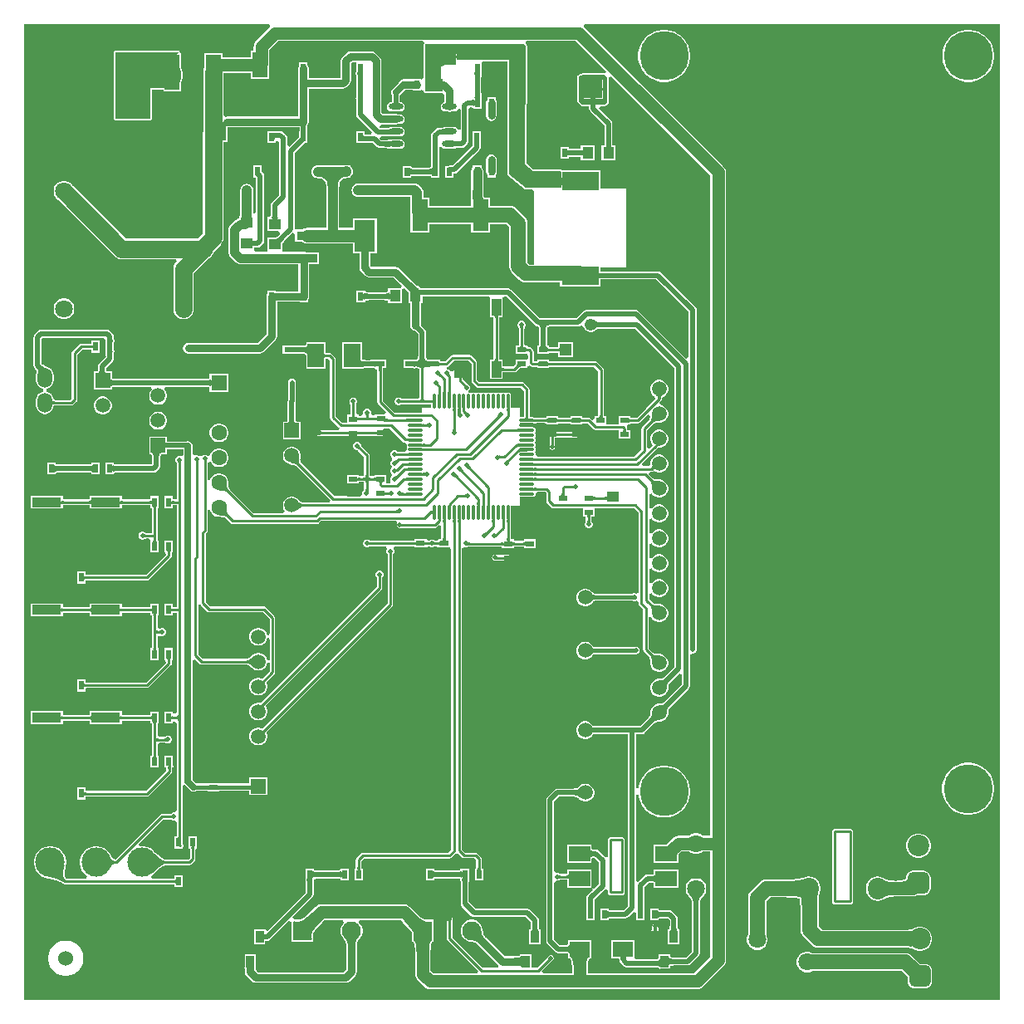
<source format=gbr>
%TF.GenerationSoftware,Altium Limited,Altium Designer,24.9.1 (31)*%
G04 Layer_Physical_Order=1*
G04 Layer_Color=255*
%FSLAX45Y45*%
%MOMM*%
%TF.SameCoordinates,7A748296-1A33-4DDC-9E1E-CBF8E45EE968*%
%TF.FilePolarity,Positive*%
%TF.FileFunction,Copper,L1,Top,Signal*%
%TF.Part,Single*%
G01*
G75*
%TA.AperFunction,SMDPad,CuDef*%
%ADD10R,0.55000X0.90000*%
%ADD11R,1.10000X1.20000*%
%ADD12R,1.60000X2.60000*%
%ADD13R,2.10000X1.55000*%
%ADD14R,0.85000X1.20000*%
%ADD15C,1.50000*%
%ADD16O,1.50000X0.60000*%
%ADD17R,1.60000X3.20000*%
%ADD18R,2.15000X0.90000*%
%ADD19R,3.00000X1.00000*%
%ADD20R,1.00000X1.70000*%
%ADD21R,0.90000X0.55000*%
G04:AMPARAMS|DCode=22|XSize=1.49mm|YSize=0.28mm|CornerRadius=0.07mm|HoleSize=0mm|Usage=FLASHONLY|Rotation=90.000|XOffset=0mm|YOffset=0mm|HoleType=Round|Shape=RoundedRectangle|*
%AMROUNDEDRECTD22*
21,1,1.49000,0.14000,0,0,90.0*
21,1,1.35000,0.28000,0,0,90.0*
1,1,0.14000,0.07000,0.67500*
1,1,0.14000,0.07000,-0.67500*
1,1,0.14000,-0.07000,-0.67500*
1,1,0.14000,-0.07000,0.67500*
%
%ADD22ROUNDEDRECTD22*%
G04:AMPARAMS|DCode=23|XSize=1.49mm|YSize=0.28mm|CornerRadius=0.07mm|HoleSize=0mm|Usage=FLASHONLY|Rotation=0.000|XOffset=0mm|YOffset=0mm|HoleType=Round|Shape=RoundedRectangle|*
%AMROUNDEDRECTD23*
21,1,1.49000,0.14000,0,0,0.0*
21,1,1.35000,0.28000,0,0,0.0*
1,1,0.14000,0.67500,-0.07000*
1,1,0.14000,-0.67500,-0.07000*
1,1,0.14000,-0.67500,0.07000*
1,1,0.14000,0.67500,0.07000*
%
%ADD23ROUNDEDRECTD23*%
%ADD24R,1.20000X1.10000*%
%ADD25R,3.80000X1.90000*%
%ADD26R,1.70000X2.40000*%
%ADD27R,2.15000X3.25000*%
%ADD28R,2.20000X1.60000*%
%ADD29R,1.52400X3.55600*%
%TA.AperFunction,Conductor*%
%ADD30C,0.25400*%
%ADD31C,0.76200*%
%ADD32C,1.01600*%
%ADD33C,0.50800*%
%ADD34C,0.38100*%
%ADD35C,0.88900*%
%ADD36C,0.45720*%
%ADD37C,1.77800*%
%ADD38C,1.52400*%
%ADD39C,0.63500*%
%ADD40C,1.27000*%
%TA.AperFunction,ComponentPad*%
%ADD41C,2.20000*%
G04:AMPARAMS|DCode=42|XSize=2.2mm|YSize=2.2mm|CornerRadius=0.55mm|HoleSize=0mm|Usage=FLASHONLY|Rotation=90.000|XOffset=0mm|YOffset=0mm|HoleType=Round|Shape=RoundedRectangle|*
%AMROUNDEDRECTD42*
21,1,2.20000,1.10000,0,0,90.0*
21,1,1.10000,2.20000,0,0,90.0*
1,1,1.10000,0.55000,0.55000*
1,1,1.10000,0.55000,-0.55000*
1,1,1.10000,-0.55000,-0.55000*
1,1,1.10000,-0.55000,0.55000*
%
%ADD42ROUNDEDRECTD42*%
%ADD43C,1.50000*%
%ADD44R,2.54000X4.06400*%
%ADD45R,4.06400X2.54000*%
%ADD46C,1.30800*%
%ADD47C,1.22200*%
%ADD48C,1.60000*%
%ADD49O,1.50000X2.00000*%
%ADD50C,1.52000*%
%ADD51C,1.95000*%
%ADD52R,1.50800X1.50800*%
%ADD53C,1.50800*%
%ADD54R,1.52000X1.52000*%
%TA.AperFunction,ViaPad*%
%ADD55C,1.52400*%
%TA.AperFunction,ComponentPad*%
%ADD56C,3.00000*%
%ADD57C,1.80000*%
%ADD58R,1.95000X1.95000*%
%ADD59O,2.00000X2.20000*%
%ADD60C,5.00000*%
%ADD61R,1.60000X1.60000*%
%ADD62R,1.22200X1.22200*%
%ADD63R,1.50000X1.50000*%
%TA.AperFunction,ViaPad*%
%ADD64C,0.50800*%
%ADD65C,0.60000*%
%TA.AperFunction,NonConductor*%
%ADD66C,0.25400*%
G36*
X9971513Y28487D02*
X28487D01*
Y9971513D01*
X2527281D01*
X2534540Y9958283D01*
X2535903Y9946113D01*
X2527022Y9939298D01*
X2527021Y9939297D01*
X2388582Y9800858D01*
X2375961Y9784410D01*
X2368027Y9765255D01*
X2366674Y9754978D01*
X2365320Y9744700D01*
X2365321Y9744698D01*
Y9702920D01*
X2333000D01*
Y9637100D01*
X2047240D01*
Y9674860D01*
X1864360D01*
Y9533195D01*
X1854340Y9509006D01*
X1850761Y9481820D01*
Y8879479D01*
X1848631Y8863300D01*
Y7840106D01*
X1796364Y7787839D01*
X1062908D01*
X516000Y8334747D01*
X515613Y8335419D01*
X496019Y8355013D01*
X472021Y8368868D01*
X445255Y8376040D01*
X417545D01*
X390779Y8368868D01*
X366781Y8355013D01*
X347187Y8335419D01*
X333332Y8311421D01*
X326160Y8284655D01*
Y8256945D01*
X333332Y8230179D01*
X347187Y8206181D01*
X366781Y8186587D01*
X367453Y8186200D01*
X945126Y7608527D01*
X945126Y7608526D01*
X966881Y7591834D01*
X992214Y7581340D01*
X1019400Y7577761D01*
X1019402Y7577761D01*
X1571921D01*
X1581641Y7554295D01*
X1577126Y7549780D01*
X1560434Y7528026D01*
X1549941Y7502692D01*
X1546361Y7475506D01*
X1546361Y7475504D01*
Y7070800D01*
X1549941Y7043614D01*
X1560434Y7018281D01*
X1577126Y6996526D01*
X1598881Y6979834D01*
X1624214Y6969340D01*
X1651400Y6965761D01*
X1678586Y6969340D01*
X1703919Y6979834D01*
X1725674Y6996526D01*
X1742366Y7018281D01*
X1752860Y7043614D01*
X1756439Y7070800D01*
Y7431998D01*
X1912112Y7587671D01*
X1920624Y7592586D01*
X1941614Y7613576D01*
X1956457Y7639284D01*
X1960686Y7655066D01*
X2027943Y7722323D01*
X2027944Y7722324D01*
X2044636Y7744078D01*
X2055129Y7769411D01*
X2058709Y7796598D01*
X2058709Y7796600D01*
Y8771860D01*
X2101410D01*
Y8912697D01*
X2102206Y8916700D01*
Y8921975D01*
X2832464D01*
Y8882506D01*
X2831160D01*
Y8820627D01*
X2733836Y8723303D01*
X2708436Y8733824D01*
Y8811982D01*
X2705282Y8827839D01*
X2696300Y8841282D01*
X2666542Y8871040D01*
X2653099Y8880022D01*
X2637242Y8883176D01*
X2625564D01*
X2624455Y8883636D01*
X2624366Y8883599D01*
X2624276Y8883635D01*
X2582070Y8883176D01*
X2566780D01*
X2563161Y8882456D01*
X2548560D01*
X2544555Y8881660D01*
X2503720D01*
Y8761180D01*
X2589200D01*
Y8775951D01*
X2600379Y8782488D01*
X2609249Y8780287D01*
X2625564Y8768828D01*
Y8228984D01*
X2551340Y8154760D01*
X2542358Y8141317D01*
X2539204Y8125460D01*
Y8042768D01*
X2538750Y8041749D01*
X2538509Y8032605D01*
X2537848Y8025109D01*
X2536816Y8018917D01*
X2535517Y8014091D01*
X2534124Y8010687D01*
X2532883Y8008656D01*
X2532027Y8007735D01*
X2531550Y8007416D01*
X2531007Y8007225D01*
X2528113Y8006920D01*
X2526529Y8006060D01*
X2505400D01*
Y7865580D01*
X2617094D01*
X2633002Y7841059D01*
X2629110Y7828524D01*
X2609439Y7810258D01*
X2601365Y7803799D01*
X2594157Y7798785D01*
X2589389Y7796060D01*
X2570788D01*
X2568493Y7797011D01*
X2567240Y7796491D01*
X2565920Y7796809D01*
X2564696Y7796060D01*
X2505400D01*
X2505400Y7655580D01*
X2482320Y7649979D01*
X2387732D01*
X2368860Y7665740D01*
Y7695166D01*
X2401968D01*
X2417824Y7698320D01*
X2431267Y7707302D01*
X2461026Y7737060D01*
X2470008Y7750503D01*
X2473162Y7766360D01*
Y8425674D01*
X2470008Y8441531D01*
X2461026Y8454974D01*
X2447385Y8468615D01*
X2446740Y8471859D01*
Y8531140D01*
X2361260D01*
Y8410660D01*
X2388140D01*
X2390289Y8408511D01*
Y8053753D01*
X2364889Y8039948D01*
X2362770Y8041321D01*
Y8277860D01*
X2360500Y8295100D01*
X2353846Y8311165D01*
X2343260Y8324960D01*
X2329465Y8335546D01*
X2313400Y8342200D01*
X2296160Y8344470D01*
X2278920Y8342200D01*
X2262855Y8335546D01*
X2249060Y8324960D01*
X2238474Y8311165D01*
X2231820Y8295100D01*
X2229550Y8277860D01*
Y8016220D01*
X2218380D01*
Y7995244D01*
X2200348Y7991657D01*
X2180603Y7978464D01*
X2180603Y7978463D01*
X2128527Y7926387D01*
X2115334Y7906643D01*
X2110701Y7883353D01*
X2110702Y7883352D01*
Y7641198D01*
X2110701Y7641197D01*
X2115334Y7617907D01*
X2128527Y7598162D01*
X2180603Y7546087D01*
X2180603Y7546086D01*
X2200348Y7532893D01*
X2223638Y7528260D01*
X2223639Y7528261D01*
X2822475D01*
Y7250915D01*
X2592280D01*
Y7256060D01*
X2506800D01*
Y7227512D01*
X2500005Y7217342D01*
X2495865Y7196530D01*
Y6814577D01*
X2405713Y6724425D01*
X1699260D01*
X1678448Y6720285D01*
X1660804Y6708496D01*
X1649015Y6690852D01*
X1644875Y6670040D01*
X1649015Y6649228D01*
X1660804Y6631584D01*
X1678448Y6619795D01*
X1699260Y6615655D01*
X2428240D01*
X2449052Y6619795D01*
X2466696Y6631584D01*
X2588706Y6753594D01*
X2600495Y6771238D01*
X2604635Y6792050D01*
Y7142145D01*
X2834120D01*
Y7137000D01*
X2919600D01*
Y7165195D01*
X2927105Y7176428D01*
X2931245Y7197240D01*
Y7528880D01*
X3035220D01*
Y7649360D01*
X2899574D01*
X2896460Y7649979D01*
X2678960D01*
X2655880Y7655580D01*
X2655880Y7675380D01*
Y7704876D01*
X2656629Y7706100D01*
X2656312Y7707419D01*
X2656831Y7708673D01*
X2655880Y7710969D01*
Y7729569D01*
X2658605Y7734337D01*
X2663489Y7741358D01*
X2678441Y7759030D01*
X2688123Y7769057D01*
X2688543Y7770123D01*
X2764340Y7845920D01*
X2789740Y7835399D01*
Y7757880D01*
X2861641D01*
X2872770Y7749341D01*
X2891925Y7741407D01*
X2912480Y7738701D01*
X3375740D01*
Y7640380D01*
X3444095D01*
Y7491017D01*
X3448235Y7470205D01*
X3460024Y7452561D01*
X3504661Y7407924D01*
X3522305Y7396135D01*
X3543117Y7391995D01*
X3790914D01*
X3880235Y7302674D01*
X3868307Y7278680D01*
X3854974Y7278680D01*
X3736360D01*
Y7254451D01*
X3735500Y7252867D01*
X3735195Y7249973D01*
X3735004Y7249431D01*
X3734685Y7248952D01*
X3733764Y7248097D01*
X3731733Y7246856D01*
X3728329Y7245463D01*
X3723503Y7244164D01*
X3717311Y7243132D01*
X3709815Y7242471D01*
X3700671Y7242230D01*
X3699652Y7241776D01*
X3537883D01*
X3536899Y7242225D01*
X3519192Y7242852D01*
X3512679Y7243545D01*
X3507288Y7244470D01*
X3503307Y7245508D01*
X3501060Y7246384D01*
X3501060Y7257481D01*
X3485515Y7258432D01*
X3484793Y7258133D01*
X3482828Y7258212D01*
X3481652Y7257480D01*
X3415580D01*
Y7137000D01*
X3475660D01*
X3482072Y7137000D01*
X3483559Y7136165D01*
X3485061Y7136236D01*
X3485515Y7136048D01*
X3501060Y7137000D01*
Y7149103D01*
X3501893Y7150588D01*
X3501895Y7150589D01*
X3502123Y7152501D01*
X3502865Y7153109D01*
X3504961Y7154239D01*
X3508523Y7155523D01*
X3513517Y7156709D01*
X3519868Y7157642D01*
X3527491Y7158235D01*
X3536698Y7158448D01*
X3537728Y7158904D01*
X3699652D01*
X3700671Y7158450D01*
X3709815Y7158209D01*
X3717311Y7157548D01*
X3723503Y7156516D01*
X3728329Y7155217D01*
X3731733Y7153824D01*
X3733764Y7152583D01*
X3734685Y7151727D01*
X3735004Y7151250D01*
X3735195Y7150707D01*
X3735500Y7147813D01*
X3736360Y7146229D01*
Y7128200D01*
X3876840D01*
Y7254989D01*
X3876840Y7270147D01*
X3900834Y7282075D01*
X3946360Y7236548D01*
Y7128200D01*
X3962215D01*
Y6900320D01*
X3966355Y6879508D01*
X3978144Y6861864D01*
X3995788Y6850075D01*
X4011339Y6846981D01*
X4042884Y6815436D01*
Y6585242D01*
X4042447Y6584327D01*
X4041992Y6575683D01*
X4040854Y6569235D01*
X4039149Y6564119D01*
X4037020Y6560166D01*
X4036482Y6559508D01*
X4015020Y6550000D01*
X3999475Y6550951D01*
X3998542Y6550564D01*
X3996294Y6550641D01*
X3995329Y6550000D01*
X3894540D01*
Y6464520D01*
X3997179D01*
X3999475Y6463569D01*
X3999764Y6463689D01*
X4000058Y6463579D01*
X4033643Y6464766D01*
X4037026Y6464468D01*
X4043218Y6463436D01*
X4048044Y6462137D01*
X4051448Y6460744D01*
X4053479Y6459503D01*
X4054039Y6458983D01*
X4055074Y6443343D01*
X4055124Y6434371D01*
X4055833Y6432688D01*
Y6176272D01*
X4042985Y6156055D01*
X4042405Y6155667D01*
X3881753D01*
X3880132Y6156373D01*
X3877899Y6156413D01*
X3874102Y6156713D01*
X3873021Y6156882D01*
X3872066Y6157090D01*
X3871449Y6157271D01*
X3871370Y6157302D01*
X3871284Y6157374D01*
X3871103Y6157431D01*
X3870717Y6157681D01*
X3870478Y6157725D01*
X3870416Y6157756D01*
X3870240Y6157768D01*
X3869766Y6157855D01*
X3868818Y6158156D01*
X3866041Y6160933D01*
X3851104Y6167120D01*
X3834936D01*
X3819999Y6160933D01*
X3808567Y6149501D01*
X3802380Y6134564D01*
Y6118396D01*
X3808567Y6103459D01*
X3819999Y6092027D01*
X3834936Y6085840D01*
X3851104D01*
X3866041Y6092027D01*
X3870131Y6096117D01*
X3871277Y6096548D01*
X3871524Y6096605D01*
X3871912Y6096648D01*
X3872060Y6096729D01*
X3872300Y6096785D01*
X3872696Y6097067D01*
X3872771Y6097099D01*
X3873273Y6097260D01*
X3874127Y6097464D01*
X3875095Y6097628D01*
X3878784Y6097945D01*
X3880966Y6097987D01*
X3881068Y6098032D01*
X3881172Y6097992D01*
X3882720Y6098692D01*
X4080505D01*
X4081085Y6098304D01*
X4083047Y6098692D01*
X4085594D01*
X4087555Y6098305D01*
X4088134Y6098692D01*
X4166506D01*
X4168085Y6097990D01*
X4172464Y6097876D01*
X4175709Y6097593D01*
X4178064Y6097205D01*
Y6059680D01*
X4176604Y6057900D01*
X4084320D01*
Y6010687D01*
X3803520D01*
X3683547Y6130660D01*
Y6432688D01*
X3684256Y6434371D01*
X3684307Y6443606D01*
X3685001Y6463865D01*
X3685041Y6464109D01*
X3685152Y6464520D01*
X3715300D01*
Y6550000D01*
X3612661D01*
X3610365Y6550951D01*
X3610076Y6550831D01*
X3609782Y6550941D01*
X3558982Y6549145D01*
X3557998Y6548696D01*
X3507106D01*
X3506087Y6549150D01*
X3496900Y6549391D01*
X3489362Y6550053D01*
X3483122Y6551088D01*
X3478254Y6552392D01*
X3474808Y6553794D01*
X3472740Y6555049D01*
X3471791Y6555924D01*
X3471459Y6556417D01*
X3471264Y6556963D01*
X3470948Y6559853D01*
X3470400Y6560853D01*
Y6729080D01*
X3269920D01*
Y6458600D01*
X3445000D01*
X3449407Y6458599D01*
X3449453Y6458558D01*
X3452682Y6458564D01*
X3454915Y6457648D01*
X3470400Y6458599D01*
Y6463586D01*
X3496605Y6465291D01*
X3505787Y6465365D01*
X3506870Y6465824D01*
X3558300D01*
X3559371Y6465366D01*
X3594820Y6464948D01*
X3594820Y6464520D01*
X3607159Y6463765D01*
X3617533Y6454819D01*
X3622799Y6448390D01*
X3625814Y6443343D01*
X3625864Y6434371D01*
X3626573Y6432688D01*
Y6118861D01*
X3626572Y6118860D01*
X3628741Y6107958D01*
X3634916Y6098716D01*
X3714053Y6019580D01*
X3703532Y5994180D01*
X3602440D01*
Y5982603D01*
X3577040Y5981732D01*
X3563318Y6003367D01*
X3563620Y6004096D01*
Y6020264D01*
X3557433Y6035201D01*
X3546001Y6046633D01*
X3531064Y6052820D01*
X3514896D01*
X3499959Y6046633D01*
X3488527Y6035201D01*
X3482340Y6020264D01*
Y6004096D01*
X3482642Y6003367D01*
X3466532Y5977967D01*
X3452843D01*
X3451264Y5978670D01*
X3446938Y5978783D01*
X3443748Y5979060D01*
X3441346Y5979455D01*
X3440980Y5979553D01*
X3440980Y5990260D01*
X3425534Y5991211D01*
X3417841Y5999422D01*
X3409227Y6011659D01*
Y6087096D01*
X3409924Y6088609D01*
X3410105Y6093327D01*
X3410250Y6094683D01*
X3410450Y6095910D01*
X3410656Y6096812D01*
X3410822Y6097351D01*
X3410857Y6097390D01*
X3410920Y6097572D01*
X3411196Y6097978D01*
X3411245Y6098218D01*
X3411300Y6098322D01*
X3411325Y6098602D01*
X3411398Y6098954D01*
X3411774Y6100040D01*
X3415193Y6103459D01*
X3421380Y6118396D01*
Y6134564D01*
X3415193Y6149501D01*
X3403761Y6160933D01*
X3388824Y6167120D01*
X3372656D01*
X3357719Y6160933D01*
X3346287Y6149501D01*
X3340100Y6134564D01*
Y6118396D01*
X3346287Y6103459D01*
X3349706Y6100040D01*
X3350082Y6098954D01*
X3350155Y6098603D01*
X3350180Y6098322D01*
X3350235Y6098218D01*
X3350284Y6097978D01*
X3350560Y6097572D01*
X3350623Y6097390D01*
X3350658Y6097351D01*
X3350824Y6096811D01*
X3351030Y6095910D01*
X3351197Y6094882D01*
X3351506Y6091144D01*
X3351547Y6088936D01*
X3352253Y6087319D01*
Y6002127D01*
X3351550Y6000549D01*
X3351436Y5996231D01*
X3351156Y5993053D01*
X3350759Y5990671D01*
X3350648Y5990260D01*
X3320500D01*
Y5908587D01*
X3268080D01*
X3200947Y5975720D01*
Y6558279D01*
X3200948Y6558280D01*
X3198779Y6569182D01*
X3192604Y6578424D01*
X3192603Y6578424D01*
X3157044Y6613984D01*
X3147802Y6620159D01*
X3136900Y6622328D01*
X3136899Y6622327D01*
X3112263D01*
X3110684Y6623030D01*
X3106305Y6623144D01*
X3103060Y6623427D01*
X3100615Y6623830D01*
X3100400Y6623887D01*
Y6729080D01*
X2899920D01*
Y6706356D01*
X2899366Y6705337D01*
X2899060Y6702453D01*
X2898873Y6701926D01*
X2898553Y6701448D01*
X2897618Y6700585D01*
X2895557Y6699334D01*
X2892112Y6697933D01*
X2887241Y6696629D01*
X2880991Y6695593D01*
X2873437Y6694931D01*
X2864234Y6694690D01*
X2863214Y6694236D01*
X2819640D01*
X2818569Y6694695D01*
X2783120Y6695112D01*
X2783120Y6695540D01*
X2767575Y6696492D01*
X2766643Y6696105D01*
X2764394Y6696182D01*
X2763429Y6695540D01*
X2662640D01*
Y6610060D01*
X2765279D01*
X2767575Y6609109D01*
X2767864Y6609229D01*
X2768158Y6609119D01*
X2818958Y6610915D01*
X2819942Y6611364D01*
X2863214D01*
X2864234Y6610910D01*
X2873437Y6610669D01*
X2880991Y6610007D01*
X2887242Y6608971D01*
X2892112Y6607668D01*
X2895558Y6606266D01*
X2897618Y6605015D01*
X2898553Y6604152D01*
X2898873Y6603674D01*
X2899060Y6603147D01*
X2899366Y6600263D01*
X2899920Y6599244D01*
Y6458600D01*
X3100400D01*
Y6563663D01*
X3125192Y6565260D01*
X3143973Y6546480D01*
Y5963922D01*
X3143972Y5963920D01*
X3146141Y5953019D01*
X3152316Y5943777D01*
X3236136Y5859957D01*
X3236137Y5859956D01*
X3238514Y5858367D01*
X3230810Y5832967D01*
X3040075D01*
X3030220Y5834928D01*
X3019318Y5832759D01*
X3010076Y5826584D01*
X3003901Y5817342D01*
X3001732Y5806440D01*
X3003901Y5795538D01*
X3010076Y5786296D01*
X3012036Y5784337D01*
X3012036Y5784336D01*
X3021278Y5778161D01*
X3032180Y5775993D01*
X3370887D01*
X3380740Y5774032D01*
X3390593Y5775993D01*
X3660719D01*
X3660720Y5775992D01*
X3671622Y5778161D01*
X3680864Y5784336D01*
X3682823Y5786296D01*
X3688999Y5795538D01*
X3691167Y5806440D01*
X3688999Y5817342D01*
X3682823Y5826583D01*
X3691084Y5851613D01*
X3752480D01*
X3887756Y5716337D01*
X3887757Y5716336D01*
X3896999Y5710161D01*
X3904312Y5708706D01*
X3925424Y5692306D01*
X3925564Y5692180D01*
Y5678180D01*
X3927291Y5669502D01*
X3931350Y5660180D01*
X3927291Y5650857D01*
X3925564Y5642180D01*
Y5628180D01*
X3902966Y5613667D01*
X3840043D01*
X3838575Y5614358D01*
X3838522Y5614339D01*
X3838471Y5614362D01*
X3833796Y5614552D01*
X3832506Y5614698D01*
X3831345Y5614899D01*
X3830524Y5615098D01*
X3830042Y5615256D01*
X3830011Y5615269D01*
X3829641Y5615539D01*
X3829402Y5615597D01*
X3829231Y5615694D01*
X3828790Y5615746D01*
X3828604Y5615791D01*
X3827439Y5616246D01*
X3823021Y5620664D01*
X3808084Y5626851D01*
X3791916D01*
X3776979Y5620664D01*
X3765547Y5609232D01*
X3759360Y5594295D01*
Y5578127D01*
X3765547Y5563190D01*
X3771897Y5556841D01*
X3774947Y5541605D01*
X3771897Y5526370D01*
X3765547Y5520021D01*
X3759360Y5505084D01*
Y5488916D01*
X3765547Y5473979D01*
X3774672Y5458680D01*
X3765547Y5443381D01*
X3759360Y5428444D01*
Y5412276D01*
X3765547Y5397339D01*
X3769881Y5393005D01*
X3774456Y5377180D01*
X3769881Y5361355D01*
X3765547Y5357021D01*
X3759360Y5342084D01*
Y5325916D01*
X3763149Y5316768D01*
X3755045Y5298351D01*
X3749238Y5291367D01*
X3745336D01*
X3720380Y5292440D01*
Y5377920D01*
X3599900D01*
Y5365227D01*
X3599686Y5365170D01*
X3597240Y5364767D01*
X3593995Y5364484D01*
X3589616Y5364370D01*
X3588037Y5363667D01*
X3558303D01*
X3556867Y5364353D01*
X3553049Y5364554D01*
X3550919Y5364930D01*
X3549613Y5365365D01*
X3548962Y5365715D01*
X3548672Y5365952D01*
X3548436Y5366242D01*
X3548085Y5366893D01*
X3547650Y5368199D01*
X3547274Y5370328D01*
X3547073Y5374147D01*
X3546387Y5375583D01*
Y5575299D01*
X3546388Y5575300D01*
X3544219Y5586202D01*
X3538044Y5595444D01*
X3538043Y5595444D01*
X3469373Y5664115D01*
X3468795Y5665677D01*
X3465588Y5669140D01*
X3464730Y5670205D01*
X3464004Y5671214D01*
X3463514Y5671994D01*
X3463248Y5672495D01*
X3463245Y5672546D01*
X3463161Y5672719D01*
X3463070Y5673200D01*
X3462935Y5673405D01*
X3462899Y5673520D01*
X3462715Y5673741D01*
X3462523Y5674033D01*
X3462020Y5675069D01*
Y5679904D01*
X3455833Y5694841D01*
X3444401Y5706273D01*
X3429464Y5712460D01*
X3413296D01*
X3398359Y5706273D01*
X3386927Y5694841D01*
X3380740Y5679904D01*
Y5663736D01*
X3386927Y5648799D01*
X3398359Y5637367D01*
X3413296Y5631180D01*
X3418132D01*
X3419166Y5630678D01*
X3419460Y5630485D01*
X3419680Y5630301D01*
X3419794Y5630265D01*
X3420000Y5630130D01*
X3420482Y5630039D01*
X3420654Y5629955D01*
X3420705Y5629952D01*
X3421206Y5629686D01*
X3421988Y5629195D01*
X3422834Y5628586D01*
X3425694Y5626162D01*
X3427285Y5624630D01*
X3428928Y5623985D01*
X3489413Y5563500D01*
Y5375583D01*
X3488727Y5374147D01*
X3488526Y5370329D01*
X3488150Y5368199D01*
X3487715Y5366893D01*
X3487364Y5366242D01*
X3487128Y5365952D01*
X3486838Y5365715D01*
X3486187Y5365365D01*
X3484881Y5364930D01*
X3482751Y5364554D01*
X3478933Y5364353D01*
X3477497Y5363667D01*
X3452843D01*
X3451264Y5364370D01*
X3446885Y5364484D01*
X3443640Y5364767D01*
X3441195Y5365170D01*
X3440980Y5365227D01*
Y5377920D01*
X3320500D01*
Y5292440D01*
X3440980D01*
Y5305133D01*
X3441194Y5305190D01*
X3443640Y5305593D01*
X3446885Y5305876D01*
X3451264Y5305990D01*
X3452843Y5306692D01*
X3477497D01*
X3478933Y5306007D01*
X3482751Y5305806D01*
X3484881Y5305430D01*
X3486187Y5304995D01*
X3486838Y5304644D01*
X3487128Y5304407D01*
X3487364Y5304118D01*
X3487715Y5303467D01*
X3488150Y5302161D01*
X3488526Y5300031D01*
X3488727Y5296213D01*
X3489413Y5294777D01*
Y5233260D01*
X3488815Y5232189D01*
X3489043Y5231388D01*
X3488708Y5230625D01*
X3488659Y5228279D01*
X3488543Y5226572D01*
X3488373Y5225175D01*
X3488176Y5224113D01*
X3487990Y5223402D01*
X3487910Y5223176D01*
X3487743Y5222970D01*
X3487675Y5222741D01*
X3487495Y5222449D01*
X3487389Y5221790D01*
X3486946Y5220820D01*
X3480907Y5214781D01*
X3474720Y5199844D01*
Y5183676D01*
X3474773Y5183547D01*
X3458312Y5158147D01*
X3331547D01*
X3329284Y5159659D01*
X3318382Y5161828D01*
X3318381Y5161827D01*
X3188470D01*
X2851599Y5498699D01*
X2851426Y5499499D01*
X2850650Y5499999D01*
X2850360Y5500876D01*
X2847356Y5504360D01*
X2845414Y5507408D01*
X2843725Y5511073D01*
X2842325Y5515465D01*
X2841278Y5520636D01*
X2840650Y5526609D01*
X2840498Y5533390D01*
X2840865Y5540943D01*
X2841783Y5549270D01*
X2843333Y5558700D01*
X2842868Y5560688D01*
X2843600Y5563420D01*
Y5587180D01*
X2837450Y5610131D01*
X2825570Y5630709D01*
X2808769Y5647510D01*
X2788191Y5659390D01*
X2765240Y5665540D01*
X2741480D01*
X2718529Y5659390D01*
X2697951Y5647510D01*
X2681150Y5630709D01*
X2669270Y5610131D01*
X2663120Y5587180D01*
Y5563420D01*
X2669270Y5540469D01*
X2681150Y5519891D01*
X2697951Y5503090D01*
X2718529Y5491210D01*
X2735483Y5486667D01*
X2737800Y5485141D01*
X2759648Y5480944D01*
X2768656Y5478820D01*
X2784585Y5474151D01*
X2790698Y5471878D01*
X2795922Y5469566D01*
X2800046Y5467354D01*
X2803033Y5465360D01*
X2805877Y5462908D01*
X2807277Y5462446D01*
X3148536Y5121187D01*
X3138015Y5095787D01*
X2874809D01*
X2873491Y5096451D01*
X2869204Y5096767D01*
X2865588Y5097532D01*
X2861380Y5098950D01*
X2856615Y5101107D01*
X2851329Y5104061D01*
X2845581Y5107839D01*
X2839568Y5112337D01*
X2825820Y5124337D01*
X2818498Y5131551D01*
X2815520Y5132758D01*
X2808769Y5139510D01*
X2788191Y5151390D01*
X2765240Y5157540D01*
X2741480D01*
X2718529Y5151390D01*
X2697951Y5139510D01*
X2681150Y5122709D01*
X2669270Y5102131D01*
X2663120Y5079180D01*
Y5055420D01*
X2669270Y5032469D01*
X2680413Y5013167D01*
X2678980Y5007454D01*
X2669353Y4987767D01*
X2364679D01*
X2124389Y5228057D01*
X2123936Y5229443D01*
X2121006Y5232861D01*
X2118876Y5236185D01*
X2116787Y5240498D01*
X2114831Y5245838D01*
X2113090Y5252197D01*
X2111622Y5259562D01*
X2110493Y5267720D01*
X2109206Y5287591D01*
X2109131Y5298830D01*
X2107879Y5301795D01*
Y5312058D01*
X2101389Y5336281D01*
X2088851Y5357998D01*
X2071118Y5375730D01*
X2049401Y5388269D01*
X2025178Y5394759D01*
X2000101D01*
X1975878Y5388269D01*
X1954161Y5375730D01*
X1936429Y5357998D01*
X1923890Y5336281D01*
X1920787Y5324701D01*
X1895387Y5328045D01*
Y5499939D01*
X1920364Y5514315D01*
X1926172Y5512805D01*
X1936429Y5495041D01*
X1954161Y5477309D01*
X1975878Y5464770D01*
X2000101Y5458280D01*
X2025178D01*
X2049401Y5464770D01*
X2071118Y5477309D01*
X2088851Y5495041D01*
X2101389Y5516758D01*
X2107879Y5540981D01*
Y5566058D01*
X2101389Y5590281D01*
X2088851Y5611998D01*
X2071118Y5629730D01*
X2049401Y5642269D01*
X2025178Y5648759D01*
X2000101D01*
X1975878Y5642269D01*
X1954161Y5629730D01*
X1936429Y5611998D01*
X1923890Y5590281D01*
X1920950Y5579310D01*
X1893109Y5573544D01*
X1889921Y5576733D01*
X1874984Y5582920D01*
X1858816D01*
X1843879Y5576733D01*
X1840313Y5573167D01*
X1826719Y5566957D01*
X1807895Y5572399D01*
X1806101Y5574193D01*
X1791164Y5580380D01*
X1774996D01*
X1770031Y5578323D01*
X1746430Y5590986D01*
X1744630Y5593202D01*
Y5674360D01*
X1740984Y5692694D01*
X1730598Y5708238D01*
X1715054Y5718624D01*
X1696720Y5722270D01*
X1678386Y5718624D01*
X1677955Y5718336D01*
X1483160D01*
Y5768140D01*
X1300680D01*
Y5585660D01*
X1319507D01*
X1321091Y5584800D01*
X1323985Y5584495D01*
X1324527Y5584304D01*
X1325006Y5583985D01*
X1325861Y5583064D01*
X1327102Y5581033D01*
X1328495Y5577629D01*
X1329794Y5572803D01*
X1330826Y5566611D01*
X1331487Y5559115D01*
X1331728Y5549971D01*
X1332182Y5548952D01*
Y5490142D01*
X1326696Y5484656D01*
X979907D01*
X978865Y5485112D01*
X969602Y5485298D01*
X961835Y5485818D01*
X955318Y5486643D01*
X950134Y5487704D01*
X946382Y5488870D01*
X944157Y5489902D01*
X944108Y5489937D01*
X944075Y5490180D01*
X944074Y5490181D01*
X943280Y5491535D01*
Y5503460D01*
X927735Y5504412D01*
X927175Y5504179D01*
X925471Y5504255D01*
X924115Y5503460D01*
X857800D01*
Y5382980D01*
X924115D01*
X925471Y5382185D01*
X927175Y5382261D01*
X927735Y5382028D01*
X943280Y5382980D01*
Y5394905D01*
X944074Y5396259D01*
X944075Y5396260D01*
X944108Y5396503D01*
X944158Y5396538D01*
X946382Y5397571D01*
X950133Y5398736D01*
X955066Y5399745D01*
X969828Y5401147D01*
X978865Y5401328D01*
X979907Y5401784D01*
X1343860D01*
X1359717Y5404938D01*
X1373160Y5413920D01*
X1402918Y5443678D01*
X1411900Y5457121D01*
X1415054Y5472978D01*
Y5548952D01*
X1415508Y5549971D01*
X1415749Y5559115D01*
X1416410Y5566611D01*
X1417442Y5572803D01*
X1418741Y5577629D01*
X1420134Y5581033D01*
X1421375Y5583064D01*
X1422231Y5583985D01*
X1422708Y5584304D01*
X1423251Y5584495D01*
X1426145Y5584800D01*
X1427729Y5585660D01*
X1483160D01*
Y5635464D01*
X1648810D01*
Y5585582D01*
X1647010Y5583366D01*
X1623409Y5570703D01*
X1618444Y5572760D01*
X1602276D01*
X1587339Y5566573D01*
X1575907Y5555141D01*
X1569720Y5540204D01*
Y5524036D01*
X1575907Y5509099D01*
X1579326Y5505680D01*
X1579702Y5504594D01*
X1579775Y5504243D01*
X1579800Y5503962D01*
X1579855Y5503858D01*
X1579904Y5503618D01*
X1580180Y5503212D01*
X1580243Y5503030D01*
X1580278Y5502991D01*
X1580444Y5502451D01*
X1580650Y5501550D01*
X1580817Y5500522D01*
X1581126Y5496784D01*
X1581167Y5494576D01*
X1581873Y5492959D01*
Y5129515D01*
X1555963D01*
X1554384Y5130218D01*
X1550005Y5130332D01*
X1546760Y5130615D01*
X1544314Y5131017D01*
X1544100Y5131075D01*
Y5161268D01*
X1458620D01*
Y5040788D01*
X1544100D01*
Y5070981D01*
X1544314Y5071038D01*
X1546760Y5071441D01*
X1550005Y5071724D01*
X1554384Y5071837D01*
X1555963Y5072540D01*
X1581873D01*
Y4030684D01*
X1555963D01*
X1554384Y4031386D01*
X1550005Y4031500D01*
X1546760Y4031783D01*
X1544314Y4032186D01*
X1544100Y4032243D01*
Y4062436D01*
X1458620D01*
Y3941956D01*
X1544100D01*
Y3972150D01*
X1544314Y3972206D01*
X1546760Y3972609D01*
X1550005Y3972892D01*
X1554384Y3973006D01*
X1555963Y3973709D01*
X1581873D01*
Y2958086D01*
X1557725Y2942253D01*
X1544100Y2948237D01*
Y2963603D01*
X1458620D01*
Y2843123D01*
X1544100D01*
Y2858489D01*
X1557725Y2864473D01*
X1581873Y2848640D01*
Y1953923D01*
X1560024Y1935480D01*
X1543856D01*
X1528919Y1929293D01*
X1525500Y1925874D01*
X1524414Y1925498D01*
X1524063Y1925425D01*
X1523782Y1925400D01*
X1523678Y1925345D01*
X1523438Y1925296D01*
X1523032Y1925020D01*
X1522850Y1924957D01*
X1522811Y1924922D01*
X1522271Y1924756D01*
X1521370Y1924550D01*
X1520342Y1924383D01*
X1516604Y1924074D01*
X1514396Y1924033D01*
X1512779Y1923327D01*
X1430807D01*
X1419905Y1921159D01*
X1410663Y1914984D01*
X1410663Y1914983D01*
X953899Y1458219D01*
X951031Y1458741D01*
X945265Y1460585D01*
X939839Y1463155D01*
X934653Y1466508D01*
X929644Y1470724D01*
X924790Y1475892D01*
X920104Y1482082D01*
X915619Y1489343D01*
X911103Y1498241D01*
X909270Y1499811D01*
X906595Y1506271D01*
X888511Y1533335D01*
X865495Y1556351D01*
X838431Y1574434D01*
X808360Y1586890D01*
X776436Y1593240D01*
X743886D01*
X711962Y1586890D01*
X681890Y1574434D01*
X654826Y1556351D01*
X631811Y1533335D01*
X613727Y1506271D01*
X601271Y1476199D01*
X594921Y1444275D01*
Y1411726D01*
X601271Y1379802D01*
X613727Y1349730D01*
X631811Y1322666D01*
X654826Y1299650D01*
X671772Y1288327D01*
X664067Y1262927D01*
X451198D01*
X447926Y1268859D01*
X444807Y1277539D01*
X442535Y1288094D01*
X441251Y1300539D01*
X441057Y1314836D01*
X442008Y1330720D01*
X447604Y1368562D01*
X452240Y1389918D01*
X451679Y1393017D01*
X455401Y1411726D01*
Y1444275D01*
X449051Y1476199D01*
X436595Y1506271D01*
X418511Y1533335D01*
X395495Y1556351D01*
X368431Y1574434D01*
X338359Y1586890D01*
X306436Y1593240D01*
X273886D01*
X241962Y1586890D01*
X211890Y1574434D01*
X184826Y1556351D01*
X161810Y1533335D01*
X143727Y1506271D01*
X131271Y1476199D01*
X124921Y1444275D01*
Y1411726D01*
X131271Y1379802D01*
X143727Y1349730D01*
X161810Y1322666D01*
X184826Y1299650D01*
X211890Y1281567D01*
X241962Y1269110D01*
X252393Y1267036D01*
X254861Y1265291D01*
X254903Y1265298D01*
X254939Y1265273D01*
X282411Y1259193D01*
X349775Y1242415D01*
X381680Y1232600D01*
X393410Y1228252D01*
X402390Y1224311D01*
X408203Y1221102D01*
X412274Y1217938D01*
X413405Y1217628D01*
X416736Y1214297D01*
X416736Y1214296D01*
X425978Y1208121D01*
X436880Y1205953D01*
X1544217D01*
X1545796Y1205250D01*
X1550175Y1205136D01*
X1553420Y1204853D01*
X1555866Y1204450D01*
X1556080Y1204393D01*
Y1174200D01*
X1641560D01*
Y1294680D01*
X1556080D01*
Y1264487D01*
X1555866Y1264430D01*
X1553420Y1264027D01*
X1550175Y1263744D01*
X1545796Y1263630D01*
X1544217Y1262927D01*
X1326255D01*
X1318550Y1288327D01*
X1335495Y1299650D01*
X1345848Y1310003D01*
X1348769Y1311162D01*
X1382628Y1344015D01*
X1412149Y1369148D01*
X1425018Y1378671D01*
X1436836Y1386372D01*
X1447351Y1392141D01*
X1456431Y1396020D01*
X1463876Y1398117D01*
X1471332Y1398894D01*
X1472475Y1399513D01*
X1712479D01*
X1712480Y1399513D01*
X1723382Y1401681D01*
X1732624Y1407857D01*
X1765124Y1440356D01*
X1771299Y1449598D01*
X1773468Y1460500D01*
X1773467Y1460501D01*
Y1558577D01*
X1774170Y1560156D01*
X1774284Y1564535D01*
X1774567Y1567780D01*
X1774970Y1570225D01*
X1775027Y1570440D01*
X1786560D01*
X1786877Y1586290D01*
X1786765Y1586558D01*
X1786784Y1588037D01*
X1786560Y1588447D01*
Y1690920D01*
X1701080D01*
Y1570440D01*
X1714933D01*
X1714990Y1570226D01*
X1715393Y1567780D01*
X1715676Y1564535D01*
X1715790Y1560156D01*
X1716493Y1558577D01*
Y1472300D01*
X1700680Y1456488D01*
X1472475D01*
X1471332Y1457107D01*
X1463876Y1457884D01*
X1456430Y1459981D01*
X1447351Y1463859D01*
X1436836Y1469629D01*
X1425018Y1477330D01*
X1412272Y1486762D01*
X1366181Y1527500D01*
X1348923Y1544688D01*
X1345922Y1545924D01*
X1335495Y1556351D01*
X1308431Y1574434D01*
X1278360Y1586890D01*
X1246436Y1593240D01*
X1213886D01*
X1203313Y1591137D01*
X1190800Y1614546D01*
X1442607Y1866353D01*
X1512556D01*
X1514069Y1865656D01*
X1518787Y1865475D01*
X1520143Y1865330D01*
X1521370Y1865130D01*
X1522272Y1864924D01*
X1522811Y1864758D01*
X1522850Y1864723D01*
X1523032Y1864660D01*
X1523438Y1864384D01*
X1523678Y1864335D01*
X1523782Y1864280D01*
X1524062Y1864255D01*
X1524414Y1864182D01*
X1525500Y1863806D01*
X1528919Y1860387D01*
X1543856Y1854200D01*
X1560024D01*
X1581873Y1835757D01*
Y1702785D01*
X1581170Y1701206D01*
X1581056Y1696842D01*
X1580774Y1693618D01*
X1580371Y1691180D01*
X1580302Y1690920D01*
X1556080D01*
Y1570440D01*
X1610867D01*
X1613620Y1569892D01*
X1620881D01*
X1623634Y1570440D01*
X1641560D01*
Y1579037D01*
X1647200Y1587478D01*
X1649368Y1598380D01*
X1647200Y1609282D01*
X1641560Y1617723D01*
Y1665520D01*
X1641560Y1672234D01*
X1641613Y1672312D01*
X1641610Y1673277D01*
X1642511Y1675498D01*
X1641560Y1690920D01*
X1638847Y1715871D01*
Y2206754D01*
X1658259Y2214688D01*
X1664247Y2215157D01*
X1718722Y2160682D01*
X1734265Y2150296D01*
X1752600Y2146650D01*
X1770935Y2150296D01*
X1779042Y2155713D01*
X1898100D01*
Y2151820D01*
X2018580D01*
Y2155713D01*
X2321760D01*
Y2113480D01*
X2504240D01*
Y2295960D01*
X2321760D01*
Y2233407D01*
X2018580D01*
Y2237300D01*
X1898100D01*
Y2233407D01*
X1781509D01*
X1744630Y2270285D01*
Y3487761D01*
X1770030Y3498282D01*
X1813736Y3454577D01*
X1813736Y3454576D01*
X1822978Y3448401D01*
X1833880Y3446233D01*
X2289930D01*
X2291245Y3445570D01*
X2295570Y3445248D01*
X2299236Y3444467D01*
X2303506Y3443019D01*
X2308350Y3440815D01*
X2313726Y3437798D01*
X2319569Y3433945D01*
X2325699Y3429348D01*
X2339691Y3417119D01*
X2347146Y3409771D01*
X2350125Y3408563D01*
X2356977Y3401710D01*
X2377783Y3389698D01*
X2400988Y3383480D01*
X2425012D01*
X2448217Y3389698D01*
X2469023Y3401710D01*
X2486010Y3418697D01*
X2498022Y3439503D01*
X2504240Y3462708D01*
X2529293Y3461870D01*
Y3377300D01*
X2454251Y3302259D01*
X2448217Y3305742D01*
X2425012Y3311960D01*
X2400988D01*
X2377783Y3305742D01*
X2356977Y3293730D01*
X2339990Y3276743D01*
X2327978Y3255937D01*
X2321760Y3232732D01*
Y3208708D01*
X2327978Y3185503D01*
X2339990Y3164697D01*
X2356977Y3147710D01*
X2377783Y3135698D01*
X2400988Y3129480D01*
X2425012D01*
X2448217Y3135698D01*
X2469023Y3147710D01*
X2486010Y3164697D01*
X2498022Y3185503D01*
X2504240Y3208708D01*
Y3232732D01*
X2498022Y3255937D01*
X2494539Y3261971D01*
X2577923Y3345356D01*
X2577924Y3345356D01*
X2584099Y3354598D01*
X2586268Y3365500D01*
X2586267Y3365501D01*
Y3919219D01*
X2586268Y3919220D01*
X2584099Y3930122D01*
X2577924Y3939364D01*
X2577923Y3939364D01*
X2489024Y4028264D01*
X2479782Y4034439D01*
X2468880Y4036608D01*
X2468879Y4036607D01*
X1921880D01*
X1877607Y4080880D01*
Y4781553D01*
X1887044Y4790989D01*
X1893219Y4800231D01*
X1895388Y4811133D01*
X1895387Y4811134D01*
Y5016994D01*
X1920787Y5020338D01*
X1923890Y5008758D01*
X1936429Y4987041D01*
X1954161Y4969309D01*
X1975878Y4956770D01*
X2000101Y4950280D01*
X2010364D01*
X2013329Y4949028D01*
X2024567Y4948953D01*
X2044440Y4947666D01*
X2052597Y4946537D01*
X2059962Y4945069D01*
X2066321Y4943328D01*
X2071661Y4941372D01*
X2075975Y4939282D01*
X2079298Y4937152D01*
X2082716Y4934223D01*
X2084102Y4933770D01*
X2130735Y4887137D01*
X2130735Y4887136D01*
X2139977Y4880961D01*
X2150879Y4878792D01*
X2150880Y4878793D01*
X3009899D01*
X3009900Y4878792D01*
X3020802Y4880961D01*
X3030044Y4887136D01*
X3052180Y4909273D01*
X3820974D01*
X3827760Y4896620D01*
X3831091Y4883873D01*
X3826861Y4877542D01*
X3824693Y4866640D01*
X3826861Y4855738D01*
X3833036Y4846496D01*
X3842278Y4840321D01*
X3853180Y4838153D01*
X4212295D01*
X4212297Y4838152D01*
X4223198Y4840321D01*
X4232440Y4846496D01*
X4253853Y4867908D01*
X4279253Y4857387D01*
Y4733287D01*
X4278550Y4731709D01*
X4278436Y4727391D01*
X4278156Y4724213D01*
X4277759Y4721831D01*
X4277648Y4721420D01*
X4247500D01*
Y4716579D01*
X4222720Y4707864D01*
X4218002Y4708045D01*
X4216646Y4708190D01*
X4215419Y4708390D01*
X4214517Y4708596D01*
X4213977Y4708762D01*
X4213938Y4708797D01*
X4213757Y4708860D01*
X4213351Y4709136D01*
X4213110Y4709185D01*
X4213007Y4709240D01*
X4212726Y4709265D01*
X4212375Y4709338D01*
X4211289Y4709714D01*
X4207869Y4713133D01*
X4192932Y4719320D01*
X4176765D01*
X4161828Y4713133D01*
X4158409Y4709714D01*
X4157322Y4709338D01*
X4156971Y4709265D01*
X4156690Y4709240D01*
X4156587Y4709185D01*
X4156346Y4709136D01*
X4155940Y4708860D01*
X4155759Y4708797D01*
X4155720Y4708762D01*
X4155180Y4708596D01*
X4154279Y4708390D01*
X4153251Y4708223D01*
X4151926Y4708114D01*
X4146954Y4709252D01*
X4138392Y4713732D01*
X4126780Y4721365D01*
Y4721420D01*
X4006300D01*
Y4708727D01*
X4006086Y4708670D01*
X4003640Y4708267D01*
X4000395Y4707984D01*
X3996016Y4707870D01*
X3994437Y4707167D01*
X3559824D01*
X3558311Y4707864D01*
X3553593Y4708045D01*
X3552237Y4708190D01*
X3551010Y4708390D01*
X3550108Y4708596D01*
X3549569Y4708762D01*
X3549530Y4708797D01*
X3549348Y4708860D01*
X3548942Y4709136D01*
X3548702Y4709185D01*
X3548598Y4709240D01*
X3548318Y4709265D01*
X3547966Y4709338D01*
X3546880Y4709714D01*
X3543461Y4713133D01*
X3528524Y4719320D01*
X3512356D01*
X3497419Y4713133D01*
X3485987Y4701701D01*
X3479800Y4686764D01*
Y4670596D01*
X3485987Y4655659D01*
X3497419Y4644227D01*
X3512356Y4638040D01*
X3528524D01*
X3543461Y4644227D01*
X3546880Y4647646D01*
X3547966Y4648022D01*
X3548317Y4648095D01*
X3548598Y4648120D01*
X3548702Y4648175D01*
X3548942Y4648224D01*
X3549348Y4648500D01*
X3549530Y4648563D01*
X3549569Y4648598D01*
X3550109Y4648764D01*
X3551010Y4648970D01*
X3552038Y4649137D01*
X3555776Y4649446D01*
X3557984Y4649487D01*
X3559601Y4650193D01*
X3716058D01*
X3726579Y4624793D01*
X3724747Y4622961D01*
X3718560Y4608024D01*
Y4591856D01*
X3724747Y4576919D01*
X3730713Y4570954D01*
Y4070720D01*
X2454251Y2794259D01*
X2448217Y2797742D01*
X2425012Y2803960D01*
X2400988D01*
X2377783Y2797742D01*
X2356977Y2785730D01*
X2339990Y2768743D01*
X2327978Y2747937D01*
X2321760Y2724732D01*
Y2700708D01*
X2327978Y2677503D01*
X2339990Y2656697D01*
X2356977Y2639710D01*
X2377783Y2627698D01*
X2400988Y2621480D01*
X2425012D01*
X2448217Y2627698D01*
X2469023Y2639710D01*
X2486010Y2656697D01*
X2498022Y2677503D01*
X2504240Y2700708D01*
Y2724732D01*
X2498022Y2747937D01*
X2494539Y2753971D01*
X3779343Y4038776D01*
X3779344Y4038776D01*
X3785519Y4048018D01*
X3787688Y4058920D01*
X3787687Y4058921D01*
Y4570954D01*
X3793653Y4576919D01*
X3799840Y4591856D01*
Y4608024D01*
X3793653Y4622961D01*
X3791821Y4624793D01*
X3802342Y4650193D01*
X3994437D01*
X3996016Y4649490D01*
X4000395Y4649376D01*
X4003640Y4649093D01*
X4006085Y4648690D01*
X4006300Y4648633D01*
Y4635940D01*
X4126780D01*
Y4635940D01*
X4147530Y4647165D01*
X4151696Y4649315D01*
X4153051Y4649170D01*
X4154278Y4648970D01*
X4155180Y4648764D01*
X4155720Y4648598D01*
X4155759Y4648563D01*
X4155941Y4648500D01*
X4156346Y4648224D01*
X4156587Y4648175D01*
X4156690Y4648120D01*
X4156971Y4648095D01*
X4157323Y4648022D01*
X4158409Y4647646D01*
X4161828Y4644227D01*
X4176765Y4638040D01*
X4192932D01*
X4207869Y4644227D01*
X4211289Y4647646D01*
X4212375Y4648022D01*
X4212726Y4648095D01*
X4213007Y4648120D01*
X4213111Y4648175D01*
X4213351Y4648224D01*
X4213757Y4648500D01*
X4213938Y4648563D01*
X4213977Y4648598D01*
X4214518Y4648764D01*
X4215419Y4648970D01*
X4216447Y4649137D01*
X4220185Y4649446D01*
X4222392Y4649487D01*
X4222467Y4649520D01*
X4247500Y4640751D01*
Y4635940D01*
X4367980D01*
X4379253Y4615209D01*
Y1554420D01*
X4349380Y1524547D01*
X3477260D01*
X3466358Y1522379D01*
X3457116Y1516204D01*
X3457116Y1516203D01*
X3415046Y1474134D01*
X3408871Y1464892D01*
X3406702Y1453990D01*
X3406703Y1453989D01*
Y1378603D01*
X3406000Y1377024D01*
X3405886Y1372645D01*
X3405603Y1369400D01*
X3405200Y1366955D01*
X3405143Y1366740D01*
X3392450D01*
Y1246260D01*
X3477930D01*
Y1366740D01*
X3465237D01*
X3465180Y1366954D01*
X3464777Y1369400D01*
X3464494Y1372645D01*
X3464380Y1377024D01*
X3463677Y1378603D01*
Y1442190D01*
X3489060Y1467573D01*
X4361179D01*
X4361180Y1467572D01*
X4372082Y1469741D01*
X4381324Y1475916D01*
X4418686Y1513279D01*
X4420990Y1514642D01*
X4447067Y1515967D01*
X4452786Y1514027D01*
X4488356Y1478457D01*
X4488357Y1478456D01*
X4497599Y1472281D01*
X4508500Y1470112D01*
X4508502Y1470113D01*
X4616080D01*
X4633683Y1452510D01*
Y1377183D01*
X4632980Y1375604D01*
X4632866Y1371225D01*
X4632583Y1367980D01*
X4632180Y1365534D01*
X4632123Y1365320D01*
X4619430D01*
Y1322634D01*
X4618882Y1319880D01*
X4619430Y1317126D01*
Y1244840D01*
X4704910D01*
Y1365320D01*
X4692217D01*
X4692160Y1365534D01*
X4691757Y1367980D01*
X4691474Y1371225D01*
X4691360Y1375604D01*
X4690657Y1377183D01*
Y1464309D01*
X4690658Y1464310D01*
X4688489Y1475212D01*
X4682314Y1484454D01*
X4682313Y1484454D01*
X4648024Y1518744D01*
X4638782Y1524919D01*
X4627880Y1527088D01*
X4627879Y1527087D01*
X4520300D01*
X4489207Y1558181D01*
Y4627438D01*
X4495620Y4633065D01*
X4514607Y4641631D01*
X4523276Y4638040D01*
X4539444D01*
X4554381Y4644227D01*
X4555081Y4644927D01*
X4556051Y4645022D01*
X4556420Y4645219D01*
X4556583Y4645254D01*
X4556764Y4645380D01*
X4557161Y4645507D01*
X4557962Y4645701D01*
X4558736Y4645841D01*
X4564544Y4646334D01*
X4566716Y4646366D01*
X4568353Y4647073D01*
X4885637D01*
X4887216Y4646370D01*
X4891541Y4646257D01*
X4894732Y4645980D01*
X4897133Y4645585D01*
X4897499Y4645487D01*
X4897500Y4634780D01*
X4912945Y4633829D01*
X4913349Y4633993D01*
X4914794Y4633921D01*
X4916369Y4634780D01*
X5017980D01*
Y4647473D01*
X5018194Y4647530D01*
X5020640Y4647933D01*
X5023885Y4648216D01*
X5028264Y4648330D01*
X5029843Y4649033D01*
X5109497D01*
X5111076Y4648330D01*
X5115455Y4648216D01*
X5118700Y4647933D01*
X5121145Y4647530D01*
X5121360Y4647473D01*
Y4634780D01*
X5241840D01*
Y4720260D01*
X5121360D01*
Y4707567D01*
X5121146Y4707510D01*
X5118700Y4707107D01*
X5115455Y4706824D01*
X5111076Y4706710D01*
X5109497Y4706007D01*
X5029843D01*
X5028264Y4706710D01*
X5023885Y4706824D01*
X5020640Y4707107D01*
X5018194Y4707510D01*
X5017980Y4707567D01*
Y4720260D01*
X4987832D01*
X4987721Y4720671D01*
X4987324Y4723053D01*
X4987044Y4726231D01*
X4986930Y4730549D01*
X4986227Y4732127D01*
Y4894933D01*
X4986935Y4896594D01*
X4987150Y4917921D01*
X4987276Y4920378D01*
X4987323Y4920796D01*
X4987302Y4920872D01*
X4987302Y4920879D01*
X4987289Y4920915D01*
X4987027Y4921824D01*
X4987542Y4923068D01*
X4987106Y4924122D01*
X4987415Y4925680D01*
Y5060680D01*
X4988679Y5062220D01*
X5080000D01*
X5082540Y5059680D01*
Y5155504D01*
X5217240D01*
X5225917Y5157230D01*
X5233274Y5162146D01*
X5238189Y5169502D01*
X5239915Y5178180D01*
Y5179496D01*
X5244410Y5191852D01*
X5246306Y5195809D01*
X5263185Y5205392D01*
X5341040D01*
X5348693Y5197740D01*
Y5110481D01*
X5348692Y5110480D01*
X5350861Y5099578D01*
X5357036Y5090336D01*
X5399596Y5047777D01*
X5399597Y5047776D01*
X5408839Y5041601D01*
X5419740Y5039432D01*
X5419742Y5039432D01*
X5696010D01*
X5720800Y5037960D01*
X5720800Y5014032D01*
Y4952481D01*
X5750948D01*
X5751059Y4952070D01*
X5751456Y4949688D01*
X5751736Y4946509D01*
X5751850Y4942192D01*
X5752553Y4940614D01*
Y4912574D01*
X5751846Y4910943D01*
X5751810Y4908651D01*
X5751531Y4904720D01*
X5751364Y4903520D01*
X5751155Y4902454D01*
X5750963Y4901722D01*
X5750864Y4901434D01*
X5750746Y4901276D01*
X5750702Y4901104D01*
X5750493Y4900740D01*
X5750371Y4899801D01*
X5750259Y4899359D01*
X5748796Y4897897D01*
X5742609Y4882960D01*
Y4866792D01*
X5748796Y4851855D01*
X5760229Y4840423D01*
X5775165Y4834236D01*
X5791333D01*
X5806270Y4840423D01*
X5817702Y4851855D01*
X5823889Y4866792D01*
Y4882960D01*
X5817702Y4897897D01*
X5812038Y4903561D01*
X5811569Y4904622D01*
X5811473Y4905255D01*
X5811313Y4905521D01*
X5811247Y4905753D01*
X5811054Y4905997D01*
X5810953Y4906287D01*
X5810764Y4907020D01*
X5810607Y4907880D01*
X5810276Y4911453D01*
X5810232Y4913589D01*
X5809950Y4914234D01*
X5810152Y4914908D01*
X5809527Y4916070D01*
Y4940614D01*
X5810230Y4942192D01*
X5810344Y4946509D01*
X5810624Y4949688D01*
X5811021Y4952070D01*
X5811132Y4952481D01*
X5841280D01*
X5841280Y5037960D01*
X5866070Y5039432D01*
X6243600D01*
X6291033Y4992000D01*
Y4183342D01*
X6284049Y4177535D01*
X6265632Y4169431D01*
X6256484Y4173220D01*
X6240316D01*
X6226608Y4167542D01*
X5858874D01*
X5857580Y4168120D01*
X5851348Y4168289D01*
X5846126Y4168744D01*
X5841474Y4169472D01*
X5837415Y4170434D01*
X5833933Y4171591D01*
X5831004Y4172898D01*
X5828577Y4174318D01*
X5826583Y4175829D01*
X5824929Y4177450D01*
X5822867Y4180075D01*
X5821458Y4180868D01*
X5820740Y4182316D01*
X5820532Y4182386D01*
X5820230Y4182909D01*
X5803429Y4199710D01*
X5782851Y4211590D01*
X5759900Y4217740D01*
X5736140D01*
X5713189Y4211590D01*
X5692611Y4199710D01*
X5675810Y4182909D01*
X5663930Y4162331D01*
X5657780Y4139380D01*
Y4115620D01*
X5663930Y4092669D01*
X5675810Y4072091D01*
X5692611Y4055290D01*
X5713189Y4043410D01*
X5736140Y4037260D01*
X5759900D01*
X5782851Y4043410D01*
X5803429Y4055290D01*
X5820230Y4072091D01*
X5826158Y4082359D01*
X5827482Y4083016D01*
X5827979Y4084494D01*
X5829230Y4085427D01*
X5830832Y4088120D01*
X5832028Y4089587D01*
X5833511Y4090945D01*
X5835413Y4092250D01*
X5837851Y4093499D01*
X5840909Y4094644D01*
X5844630Y4095624D01*
X5849033Y4096380D01*
X5854101Y4096860D01*
X5860289Y4097041D01*
X5860620Y4097190D01*
X5860963Y4097075D01*
X5862052Y4097618D01*
X6226608D01*
X6240316Y4091940D01*
X6256484D01*
X6265632Y4095729D01*
X6284049Y4087625D01*
X6291033Y4081818D01*
Y4066541D01*
X6291032Y4066540D01*
X6293201Y4055638D01*
X6299376Y4046396D01*
X6336753Y4009020D01*
Y3596881D01*
X6336752Y3596880D01*
X6338921Y3585978D01*
X6345096Y3576736D01*
X6394180Y3527652D01*
X6394642Y3526253D01*
X6397459Y3522985D01*
X6399485Y3519868D01*
X6401466Y3515865D01*
X6403321Y3510930D01*
X6404976Y3505067D01*
X6406376Y3498281D01*
X6407451Y3490786D01*
X6408692Y3472445D01*
X6408768Y3462092D01*
X6410020Y3459133D01*
Y3449527D01*
X6416197Y3426474D01*
X6428130Y3405806D01*
X6445006Y3388930D01*
X6465674Y3376997D01*
X6488727Y3370820D01*
X6512593D01*
X6535646Y3376997D01*
X6556314Y3388930D01*
X6573190Y3405806D01*
X6585123Y3426474D01*
X6591300Y3449527D01*
Y3473393D01*
X6585123Y3496446D01*
X6573190Y3517114D01*
X6556314Y3533990D01*
X6535646Y3545923D01*
X6512593Y3552100D01*
X6502987D01*
X6500028Y3553352D01*
X6489675Y3553428D01*
X6471334Y3554668D01*
X6463839Y3555744D01*
X6457053Y3557144D01*
X6451190Y3558799D01*
X6446255Y3560654D01*
X6442251Y3562634D01*
X6439135Y3564660D01*
X6435867Y3567478D01*
X6434467Y3567940D01*
X6393727Y3608680D01*
Y3925209D01*
X6394336Y3925460D01*
X6419127Y3929399D01*
X6428130Y3913806D01*
X6445006Y3896930D01*
X6465674Y3884997D01*
X6488727Y3878820D01*
X6512593D01*
X6535646Y3884997D01*
X6556314Y3896930D01*
X6573190Y3913806D01*
X6585123Y3934474D01*
X6591300Y3957527D01*
Y3981393D01*
X6585123Y4004446D01*
X6573190Y4025114D01*
X6556314Y4041990D01*
X6535646Y4053923D01*
X6512593Y4060100D01*
X6502987D01*
X6500028Y4061352D01*
X6489675Y4061428D01*
X6471334Y4062668D01*
X6463839Y4063744D01*
X6457053Y4065144D01*
X6451190Y4066799D01*
X6446255Y4068654D01*
X6442251Y4070634D01*
X6439135Y4072660D01*
X6435867Y4075478D01*
X6434467Y4075940D01*
X6398807Y4111600D01*
Y4167794D01*
X6424207Y4174600D01*
X6428130Y4167806D01*
X6445006Y4150930D01*
X6465674Y4138997D01*
X6488727Y4132820D01*
X6512593D01*
X6535646Y4138997D01*
X6556314Y4150930D01*
X6573190Y4167806D01*
X6585123Y4188474D01*
X6591300Y4211527D01*
Y4235393D01*
X6585123Y4258446D01*
X6573190Y4279114D01*
X6556314Y4295990D01*
X6535646Y4307923D01*
X6512593Y4314100D01*
X6488727D01*
X6465674Y4307923D01*
X6445006Y4295990D01*
X6428130Y4279114D01*
X6424207Y4272320D01*
X6398807Y4279126D01*
Y4421794D01*
X6424207Y4428600D01*
X6428130Y4421806D01*
X6445006Y4404930D01*
X6465674Y4392997D01*
X6488727Y4386820D01*
X6512593D01*
X6535646Y4392997D01*
X6556314Y4404930D01*
X6573190Y4421806D01*
X6585123Y4442474D01*
X6591300Y4465527D01*
Y4489393D01*
X6585123Y4512446D01*
X6573190Y4533114D01*
X6556314Y4549990D01*
X6535646Y4561923D01*
X6512593Y4568100D01*
X6488727D01*
X6465674Y4561923D01*
X6445006Y4549990D01*
X6428130Y4533114D01*
X6424207Y4526320D01*
X6398807Y4533126D01*
Y4675794D01*
X6424207Y4682600D01*
X6428130Y4675806D01*
X6445006Y4658930D01*
X6465674Y4646997D01*
X6488727Y4640820D01*
X6512593D01*
X6535646Y4646997D01*
X6556314Y4658930D01*
X6573190Y4675806D01*
X6585123Y4696474D01*
X6591300Y4719527D01*
Y4743393D01*
X6585123Y4766446D01*
X6573190Y4787114D01*
X6556314Y4803990D01*
X6535646Y4815923D01*
X6512593Y4822100D01*
X6488727D01*
X6465674Y4815923D01*
X6445006Y4803990D01*
X6428130Y4787114D01*
X6424207Y4780320D01*
X6398807Y4787126D01*
Y4929794D01*
X6424207Y4936600D01*
X6428130Y4929806D01*
X6445006Y4912930D01*
X6465674Y4900997D01*
X6488727Y4894820D01*
X6512593D01*
X6535646Y4900997D01*
X6556314Y4912930D01*
X6573190Y4929806D01*
X6585123Y4950474D01*
X6591300Y4973527D01*
Y4997393D01*
X6585123Y5020446D01*
X6573190Y5041114D01*
X6556314Y5057990D01*
X6535646Y5069923D01*
X6512593Y5076100D01*
X6488727D01*
X6465674Y5069923D01*
X6445006Y5057990D01*
X6428130Y5041114D01*
X6424207Y5034320D01*
X6398807Y5041126D01*
Y5183794D01*
X6424207Y5190600D01*
X6428130Y5183806D01*
X6445006Y5166930D01*
X6465674Y5154997D01*
X6488727Y5148820D01*
X6512593D01*
X6535646Y5154997D01*
X6556314Y5166930D01*
X6573190Y5183806D01*
X6585123Y5204474D01*
X6591300Y5227527D01*
Y5251393D01*
X6585123Y5274446D01*
X6573190Y5295114D01*
X6556314Y5311990D01*
X6535646Y5323923D01*
X6512593Y5330100D01*
X6502987D01*
X6500028Y5331352D01*
X6489675Y5331428D01*
X6471334Y5332668D01*
X6463839Y5333744D01*
X6457053Y5335144D01*
X6451190Y5336799D01*
X6446255Y5338654D01*
X6442251Y5340634D01*
X6439135Y5342660D01*
X6435867Y5345478D01*
X6434467Y5345940D01*
X6396135Y5384272D01*
X6406656Y5409672D01*
X6423079D01*
X6423081Y5409672D01*
X6433982Y5411841D01*
X6440074Y5415911D01*
X6443335Y5417138D01*
X6445354Y5419028D01*
X6446587Y5420017D01*
X6465674Y5408997D01*
X6488727Y5402820D01*
X6512593D01*
X6535646Y5408997D01*
X6556314Y5420930D01*
X6573190Y5437806D01*
X6585123Y5458474D01*
X6591300Y5481527D01*
Y5505393D01*
X6585123Y5528446D01*
X6573190Y5549114D01*
X6556314Y5565990D01*
X6535646Y5577923D01*
X6512593Y5584100D01*
X6488727D01*
X6465674Y5577923D01*
X6445006Y5565990D01*
X6428130Y5549114D01*
X6416197Y5528446D01*
X6410020Y5505393D01*
Y5481527D01*
X6388741Y5467070D01*
X6386615Y5466647D01*
X6332602D01*
X6322881Y5490114D01*
X6485586Y5652819D01*
X6485587Y5652820D01*
X6488331Y5656926D01*
X6488727Y5656820D01*
X6512593D01*
X6535646Y5662997D01*
X6556314Y5674930D01*
X6573190Y5691806D01*
X6585123Y5712474D01*
X6591300Y5735527D01*
Y5759393D01*
X6585123Y5782446D01*
X6573190Y5803114D01*
X6556314Y5819990D01*
X6535646Y5831923D01*
X6512593Y5838100D01*
X6488727D01*
X6465674Y5831923D01*
X6445006Y5819990D01*
X6428130Y5803114D01*
X6416197Y5782446D01*
X6410020Y5759393D01*
Y5735527D01*
X6416197Y5712474D01*
X6428130Y5691806D01*
X6436064Y5683872D01*
X6399414Y5647221D01*
X6375947Y5656941D01*
Y5836460D01*
X6434467Y5894980D01*
X6435867Y5895442D01*
X6439135Y5898259D01*
X6442251Y5900285D01*
X6446254Y5902266D01*
X6451190Y5904122D01*
X6457053Y5905776D01*
X6463839Y5907176D01*
X6471334Y5908252D01*
X6489675Y5909492D01*
X6500028Y5909568D01*
X6502987Y5910820D01*
X6512593D01*
X6535646Y5916997D01*
X6556314Y5928930D01*
X6573190Y5945806D01*
X6585123Y5966474D01*
X6591300Y5989527D01*
Y6013393D01*
X6585123Y6036446D01*
X6573190Y6057114D01*
X6556314Y6073990D01*
X6535646Y6085923D01*
X6513844Y6091765D01*
X6511134Y6096247D01*
X6503658Y6117500D01*
X6520803Y6134645D01*
X6520804Y6134645D01*
X6526979Y6143887D01*
X6528400Y6151035D01*
X6529845Y6154195D01*
X6529989Y6158194D01*
X6530328Y6161103D01*
X6530833Y6163494D01*
X6531445Y6165393D01*
X6532111Y6166845D01*
X6532795Y6167942D01*
X6533509Y6168798D01*
X6534314Y6169526D01*
X6535314Y6170205D01*
X6537526Y6171312D01*
X6538863Y6172855D01*
X6540855Y6174005D01*
X6541807Y6174399D01*
X6541891Y6174603D01*
X6556314Y6182930D01*
X6573190Y6199806D01*
X6585123Y6220474D01*
X6591300Y6243527D01*
Y6267393D01*
X6585123Y6290446D01*
X6573190Y6311114D01*
X6556314Y6327990D01*
X6535646Y6339923D01*
X6512593Y6346100D01*
X6488727D01*
X6465674Y6339923D01*
X6445006Y6327990D01*
X6428130Y6311114D01*
X6416197Y6290446D01*
X6410020Y6267393D01*
Y6243527D01*
X6416197Y6220474D01*
X6428130Y6199806D01*
X6445006Y6182930D01*
X6449815Y6180153D01*
X6456200Y6153963D01*
X6453596Y6148012D01*
X6372096Y6066513D01*
X6365921Y6057271D01*
X6365528Y6055295D01*
X6271833Y5961600D01*
X6218903D01*
X6217324Y5962303D01*
X6212945Y5962417D01*
X6209700Y5962700D01*
X6207254Y5963103D01*
X6207040Y5963160D01*
Y5975853D01*
X6086560D01*
Y5893347D01*
X5961902D01*
Y5976393D01*
X5935592D01*
X5935481Y5976804D01*
X5935084Y5979186D01*
X5934804Y5982364D01*
X5934690Y5986682D01*
X5933987Y5988260D01*
Y6449059D01*
X5933988Y6449060D01*
X5931819Y6459962D01*
X5925644Y6469204D01*
X5866904Y6527944D01*
X5857662Y6534119D01*
X5846760Y6536288D01*
X5846759Y6536287D01*
X5388323D01*
X5386744Y6536990D01*
X5382365Y6537104D01*
X5379120Y6537387D01*
X5376675Y6537790D01*
X5376460Y6537847D01*
Y6550540D01*
X5255980D01*
Y6537847D01*
X5255766Y6537790D01*
X5253320Y6537387D01*
X5250075Y6537104D01*
X5245696Y6536990D01*
X5244117Y6536287D01*
X5220247D01*
Y6637921D01*
X5218079Y6648823D01*
X5211904Y6658065D01*
X5211903Y6658065D01*
X5197025Y6672944D01*
X5187783Y6679119D01*
X5176881Y6681288D01*
X5155480Y6693990D01*
Y6695540D01*
X5127872D01*
X5127761Y6695951D01*
X5127364Y6698333D01*
X5127084Y6701511D01*
X5126970Y6705829D01*
X5126267Y6707407D01*
Y6866876D01*
X5126964Y6868389D01*
X5127145Y6873107D01*
X5127290Y6874463D01*
X5127490Y6875690D01*
X5127696Y6876592D01*
X5127862Y6877131D01*
X5127897Y6877170D01*
X5127960Y6877352D01*
X5128236Y6877758D01*
X5128285Y6877998D01*
X5128340Y6878102D01*
X5128365Y6878382D01*
X5128438Y6878734D01*
X5128814Y6879820D01*
X5132233Y6883239D01*
X5138420Y6898176D01*
Y6914344D01*
X5132233Y6929281D01*
X5120801Y6940713D01*
X5105864Y6946900D01*
X5089696D01*
X5074759Y6940713D01*
X5063327Y6929281D01*
X5057140Y6914344D01*
Y6898176D01*
X5063327Y6883239D01*
X5066746Y6879820D01*
X5067122Y6878734D01*
X5067195Y6878383D01*
X5067220Y6878102D01*
X5067275Y6877998D01*
X5067324Y6877758D01*
X5067600Y6877352D01*
X5067663Y6877170D01*
X5067698Y6877131D01*
X5067864Y6876591D01*
X5068070Y6875690D01*
X5068237Y6874662D01*
X5068546Y6870924D01*
X5068587Y6868716D01*
X5069293Y6867099D01*
Y6707407D01*
X5068590Y6705829D01*
X5068476Y6701511D01*
X5068196Y6698333D01*
X5067799Y6695951D01*
X5067688Y6695540D01*
X5035000D01*
Y6610060D01*
X5155480D01*
X5163273Y6587888D01*
Y6572712D01*
X5155480Y6550540D01*
X5137872Y6550540D01*
X5035000D01*
Y6519861D01*
X5034565Y6519156D01*
X5034885Y6517807D01*
X5034354Y6516526D01*
X5035000Y6514966D01*
Y6508942D01*
X5034595Y6508243D01*
X5032541Y6505315D01*
X5025414Y6496924D01*
X5020722Y6492068D01*
X5020072Y6490420D01*
X5013140Y6483487D01*
X4917107D01*
X4915529Y6484190D01*
X4911211Y6484304D01*
X4908033Y6484584D01*
X4905651Y6484981D01*
X4905240Y6485092D01*
Y6555240D01*
X4870047D01*
X4869990Y6555454D01*
X4869587Y6557900D01*
X4869304Y6561145D01*
X4869190Y6565524D01*
X4868487Y6567103D01*
Y6972897D01*
X4869190Y6974476D01*
X4869304Y6978855D01*
X4869587Y6982100D01*
X4869990Y6984545D01*
X4870047Y6984760D01*
X4905240D01*
Y7171204D01*
X4905240Y7185239D01*
X4925932Y7196604D01*
X4944416D01*
X5236120Y6904900D01*
X5249563Y6895918D01*
X5261624Y6893519D01*
X5263693Y6892395D01*
X5266587Y6892090D01*
X5267129Y6891899D01*
X5267608Y6891580D01*
X5268463Y6890659D01*
X5269704Y6888628D01*
X5271097Y6885224D01*
X5272396Y6880398D01*
X5273428Y6874206D01*
X5274089Y6866710D01*
X5274330Y6857566D01*
X5274784Y6856547D01*
Y6732167D01*
X5274328Y6731125D01*
X5274142Y6721862D01*
X5273622Y6714095D01*
X5272797Y6707578D01*
X5271736Y6702394D01*
X5270570Y6698642D01*
X5269538Y6696417D01*
X5269503Y6696368D01*
X5269260Y6696335D01*
X5269259Y6696334D01*
X5267905Y6695540D01*
X5255980D01*
X5255028Y6679995D01*
X5255261Y6679435D01*
X5255185Y6677731D01*
X5255980Y6676375D01*
Y6610060D01*
X5376460D01*
Y6622753D01*
X5376674Y6622810D01*
X5379120Y6623213D01*
X5382365Y6623496D01*
X5385837Y6623586D01*
X5389109Y6623604D01*
X5390792Y6624313D01*
X5457797D01*
X5459376Y6623610D01*
X5463755Y6623496D01*
X5467000Y6623213D01*
X5469445Y6622810D01*
X5469660Y6622753D01*
Y6581000D01*
X5622340D01*
Y6733680D01*
X5469660D01*
Y6682847D01*
X5469446Y6682790D01*
X5467000Y6682387D01*
X5463755Y6682104D01*
X5459376Y6681990D01*
X5457797Y6681287D01*
X5390792D01*
X5389109Y6681996D01*
X5385837Y6682014D01*
X5382365Y6682104D01*
X5379120Y6682387D01*
X5376675Y6682790D01*
X5376460Y6682847D01*
Y6695540D01*
X5364535D01*
X5363179Y6696335D01*
X5362937Y6696368D01*
X5362902Y6696418D01*
X5361869Y6698642D01*
X5360704Y6702394D01*
X5359695Y6707326D01*
X5358293Y6722088D01*
X5358112Y6731125D01*
X5357656Y6732167D01*
Y6856218D01*
X5358093Y6857133D01*
X5358548Y6865777D01*
X5359686Y6872225D01*
X5361391Y6877341D01*
X5363520Y6881294D01*
X5366042Y6884378D01*
X5369126Y6886900D01*
X5373079Y6889029D01*
X5378194Y6890734D01*
X5384643Y6891872D01*
X5393287Y6892327D01*
X5394202Y6892764D01*
X5394953D01*
X5395655Y6892625D01*
X5395862Y6892764D01*
X5671794D01*
X5687651Y6895918D01*
X5698260Y6903007D01*
X5706425Y6902455D01*
X5725719Y6893604D01*
X5728863Y6881874D01*
X5738913Y6864466D01*
X5753126Y6850253D01*
X5770534Y6840202D01*
X5789950Y6835000D01*
X5810050D01*
X5829466Y6840202D01*
X5846874Y6850253D01*
X5852068Y6855447D01*
X5854865Y6856488D01*
X5857851Y6859263D01*
X5860472Y6861278D01*
X5863325Y6863077D01*
X5866444Y6864669D01*
X5869863Y6866055D01*
X5873611Y6867225D01*
X5877713Y6868167D01*
X5882183Y6868862D01*
X5887023Y6869291D01*
X5892695Y6869451D01*
X5893706Y6869904D01*
X6252906D01*
X6653564Y6469246D01*
Y3418964D01*
X6554689Y3320089D01*
X6553688Y3319720D01*
X6549015Y3315397D01*
X6544652Y3311970D01*
X6540116Y3308977D01*
X6535393Y3306406D01*
X6530450Y3304234D01*
X6525264Y3302457D01*
X6519805Y3301073D01*
X6514048Y3300087D01*
X6507977Y3299512D01*
X6501024Y3299347D01*
X6498202Y3298100D01*
X6488727D01*
X6465674Y3291923D01*
X6445006Y3279990D01*
X6428130Y3263114D01*
X6416197Y3242446D01*
X6410020Y3219393D01*
Y3195527D01*
X6416197Y3172474D01*
X6428130Y3151806D01*
X6445006Y3134930D01*
X6465674Y3122997D01*
X6488727Y3116820D01*
X6512593D01*
X6535646Y3122997D01*
X6556314Y3134930D01*
X6573190Y3151806D01*
X6585123Y3172474D01*
X6591300Y3195527D01*
Y3205002D01*
X6592547Y3207824D01*
X6592712Y3214777D01*
X6593287Y3220848D01*
X6594273Y3226605D01*
X6595656Y3232063D01*
X6597433Y3237250D01*
X6599604Y3242191D01*
X6602177Y3246917D01*
X6605169Y3251452D01*
X6608597Y3255815D01*
X6612919Y3260488D01*
X6613289Y3261490D01*
X6704804Y3353004D01*
X6730204Y3342483D01*
Y3241604D01*
X6554689Y3066089D01*
X6553688Y3065720D01*
X6549015Y3061397D01*
X6544652Y3057970D01*
X6540116Y3054977D01*
X6535393Y3052406D01*
X6530450Y3050234D01*
X6525264Y3048457D01*
X6519805Y3047073D01*
X6514048Y3046087D01*
X6507977Y3045512D01*
X6501024Y3045347D01*
X6498202Y3044100D01*
X6488727D01*
X6465674Y3037923D01*
X6445006Y3025990D01*
X6428130Y3009114D01*
X6416197Y2988446D01*
X6410020Y2965393D01*
Y2955917D01*
X6408772Y2953096D01*
X6408608Y2946143D01*
X6408032Y2940072D01*
X6407047Y2934314D01*
X6405663Y2928857D01*
X6403886Y2923670D01*
X6401715Y2918729D01*
X6399142Y2914003D01*
X6396150Y2909467D01*
X6392722Y2905105D01*
X6388400Y2900432D01*
X6388030Y2899430D01*
X6306256Y2817656D01*
X5839589D01*
X5826832Y2820194D01*
X5820230Y2831629D01*
X5803429Y2848430D01*
X5782851Y2860310D01*
X5759900Y2866460D01*
X5736140D01*
X5713189Y2860310D01*
X5692611Y2848430D01*
X5675810Y2831629D01*
X5663930Y2811051D01*
X5657780Y2788100D01*
Y2764340D01*
X5663930Y2741389D01*
X5675810Y2720811D01*
X5692611Y2704010D01*
X5713189Y2692130D01*
X5736140Y2685980D01*
X5759900D01*
X5782851Y2692130D01*
X5803429Y2704010D01*
X5820230Y2720811D01*
X5828297Y2734784D01*
X6179024D01*
Y979824D01*
X6139796Y940596D01*
X6021807D01*
X6020765Y941052D01*
X6011502Y941238D01*
X6003735Y941758D01*
X5997218Y942583D01*
X5992034Y943644D01*
X5988282Y944810D01*
X5986057Y945842D01*
X5986008Y945877D01*
X5985975Y946120D01*
X5985974Y946121D01*
X5985180Y947475D01*
Y959400D01*
X5969635Y960352D01*
X5969075Y960119D01*
X5967371Y960195D01*
X5966015Y959400D01*
X5899700D01*
Y838920D01*
X5959780D01*
X5966015Y838920D01*
X5967371Y838125D01*
X5969075Y838201D01*
X5969635Y837968D01*
X5985180Y838920D01*
Y850845D01*
X5985974Y852199D01*
X5985975Y852200D01*
X5986008Y852443D01*
X5986058Y852478D01*
X5988282Y853511D01*
X5992033Y854676D01*
X5996966Y855685D01*
X6011728Y857087D01*
X6020765Y857268D01*
X6021807Y857724D01*
X6156960D01*
X6172817Y860878D01*
X6186260Y869860D01*
X6240684Y924285D01*
X6266084Y913763D01*
Y837500D01*
X6351564D01*
Y940139D01*
X6352515Y942435D01*
X6352395Y942724D01*
X6352505Y943017D01*
X6350710Y993817D01*
X6350261Y994802D01*
Y1173561D01*
X6397644Y1220944D01*
X6410304D01*
X6411323Y1220490D01*
X6420527Y1220249D01*
X6428081Y1219587D01*
X6434331Y1218551D01*
X6439202Y1217248D01*
X6442648Y1215846D01*
X6444707Y1214595D01*
X6445643Y1213732D01*
X6445963Y1213254D01*
X6446150Y1212727D01*
X6446455Y1209843D01*
X6447010Y1208824D01*
Y1167140D01*
X6697490D01*
Y1357620D01*
X6447010D01*
Y1315936D01*
X6446455Y1314917D01*
X6446150Y1312033D01*
X6445963Y1311506D01*
X6445643Y1311028D01*
X6444707Y1310165D01*
X6442647Y1308914D01*
X6439202Y1307513D01*
X6434331Y1306209D01*
X6428081Y1305173D01*
X6420527Y1304511D01*
X6411323Y1304270D01*
X6410304Y1303816D01*
X6380480D01*
X6364623Y1300662D01*
X6351180Y1291680D01*
X6287296Y1227796D01*
X6261896Y1238317D01*
Y2114739D01*
X6287296Y2116738D01*
X6291951Y2087349D01*
X6304853Y2047643D01*
X6323807Y2010444D01*
X6348346Y1976668D01*
X6377868Y1947146D01*
X6411644Y1922606D01*
X6448843Y1903652D01*
X6488549Y1890751D01*
X6529785Y1884220D01*
X6571535D01*
X6612771Y1890751D01*
X6652477Y1903652D01*
X6689676Y1922606D01*
X6723452Y1947146D01*
X6752974Y1976668D01*
X6777513Y2010444D01*
X6796467Y2047643D01*
X6809369Y2087349D01*
X6815900Y2128585D01*
Y2170334D01*
X6809369Y2211570D01*
X6796467Y2251277D01*
X6777513Y2288476D01*
X6752974Y2322252D01*
X6723452Y2351774D01*
X6689676Y2376313D01*
X6652477Y2395267D01*
X6612771Y2408169D01*
X6571535Y2414700D01*
X6529785D01*
X6488549Y2408169D01*
X6448843Y2395267D01*
X6411644Y2376313D01*
X6377868Y2351774D01*
X6348346Y2322252D01*
X6323807Y2288476D01*
X6304853Y2251277D01*
X6291951Y2211570D01*
X6287296Y2182181D01*
X6261896Y2184180D01*
Y2734784D01*
X6323420D01*
X6339277Y2737938D01*
X6352720Y2746920D01*
X6446630Y2840830D01*
X6447632Y2841200D01*
X6452305Y2845522D01*
X6456667Y2848950D01*
X6461203Y2851942D01*
X6465927Y2854514D01*
X6470869Y2856686D01*
X6476056Y2858463D01*
X6481514Y2859847D01*
X6487272Y2860832D01*
X6493343Y2861408D01*
X6500296Y2861572D01*
X6503117Y2862820D01*
X6512593D01*
X6535646Y2868997D01*
X6556314Y2880930D01*
X6573190Y2897806D01*
X6585123Y2918474D01*
X6591300Y2941527D01*
Y2951002D01*
X6592547Y2953824D01*
X6592712Y2960777D01*
X6593287Y2966848D01*
X6594273Y2972605D01*
X6595656Y2978063D01*
X6597433Y2983250D01*
X6599604Y2988191D01*
X6602177Y2992917D01*
X6605169Y2997452D01*
X6608597Y3001815D01*
X6612919Y3006488D01*
X6613289Y3007490D01*
X6800940Y3195140D01*
X6809922Y3208583D01*
X6813076Y3224440D01*
Y3539722D01*
X6817362Y3546285D01*
X6820498Y3549485D01*
X6834676Y3558540D01*
X6838757D01*
X6842760Y3557744D01*
X6846763Y3558540D01*
X6850844D01*
X6854614Y3560102D01*
X6858617Y3560898D01*
X6862010Y3563165D01*
X6865781Y3564727D01*
X6868667Y3567613D01*
X6872060Y3569880D01*
X6874327Y3573273D01*
X6877213Y3576159D01*
X6878775Y3579930D01*
X6881042Y3583323D01*
X6881838Y3587326D01*
X6883400Y3591096D01*
Y3595177D01*
X6884196Y3599180D01*
Y7058660D01*
X6881042Y7074517D01*
X6872060Y7087960D01*
X6518880Y7441140D01*
X6505437Y7450122D01*
X6489580Y7453276D01*
X5899920D01*
Y7490460D01*
X6162040D01*
Y8298180D01*
X5899920D01*
Y8482080D01*
X5511249D01*
X5492266Y8492863D01*
X5488046Y8493389D01*
X5484118Y8495016D01*
X5217582D01*
X5149856Y8549871D01*
X5152903Y9755895D01*
X5152899Y9755906D01*
X5152903Y9755916D01*
X5150546Y9761627D01*
X5148101Y9767571D01*
X5148091Y9767576D01*
X5148086Y9767586D01*
X5137379Y9778321D01*
X5147619Y9803721D01*
X5649083D01*
X5959140Y9493663D01*
X5944752Y9472130D01*
X5939790Y9474186D01*
X5726430D01*
X5723414Y9472936D01*
X5720149Y9472943D01*
X5676969Y9455163D01*
X5674633Y9452836D01*
X5671586Y9451574D01*
X5670336Y9448558D01*
X5668023Y9446254D01*
X5668016Y9442957D01*
X5666754Y9439910D01*
Y9185910D01*
X5671586Y9174246D01*
X5704606Y9141226D01*
X5716270Y9136394D01*
X5784944D01*
Y9113900D01*
X5788098Y9098043D01*
X5797080Y9084600D01*
X5940264Y8941416D01*
Y8739180D01*
X5911460D01*
Y8588700D01*
X6051940D01*
Y8739180D01*
X6023136D01*
Y8958580D01*
X6019982Y8974437D01*
X6011000Y8987880D01*
X5887886Y9110994D01*
X5898407Y9136394D01*
X5947410D01*
X5959074Y9141226D01*
X5984474Y9166626D01*
X5989306Y9178290D01*
Y9424670D01*
X5987250Y9429632D01*
X6008784Y9444020D01*
X7022421Y8430383D01*
Y1699200D01*
X6944752D01*
X6939959Y1703993D01*
X6915961Y1717848D01*
X6889195Y1725020D01*
X6861485D01*
X6834719Y1717848D01*
X6810721Y1703993D01*
X6805928Y1699200D01*
X6693147D01*
X6693145Y1699200D01*
X6672590Y1696493D01*
X6653435Y1688559D01*
X6636987Y1675938D01*
X6636986Y1675937D01*
X6572669Y1611620D01*
X6447010D01*
Y1421140D01*
X6697490D01*
Y1511809D01*
X6726042Y1540361D01*
X6805928D01*
X6810721Y1535567D01*
X6834719Y1521712D01*
X6861485Y1514540D01*
X6889195D01*
X6915961Y1521712D01*
X6939959Y1535567D01*
X6944752Y1540361D01*
X7022421D01*
Y462157D01*
X6855583Y295319D01*
X5770369D01*
Y337533D01*
X5770935Y338771D01*
X5772561Y383899D01*
X5774500Y401830D01*
X5777168Y417102D01*
X5780442Y429441D01*
X5784113Y438699D01*
X5787784Y444794D01*
X5790894Y447989D01*
X5793233Y449262D01*
X5798288Y450081D01*
X5798289Y450083D01*
X5799482Y450820D01*
X5811190D01*
X5812142Y466365D01*
X5811850Y467068D01*
X5811929Y469007D01*
X5811190Y470202D01*
Y636300D01*
X5570710D01*
Y597671D01*
X5569849Y596087D01*
X5569545Y593193D01*
X5569353Y592651D01*
X5569035Y592172D01*
X5568114Y591317D01*
X5566083Y590076D01*
X5562678Y588683D01*
X5558724Y587619D01*
X5528291Y585647D01*
X5505612Y585455D01*
X5504530Y584996D01*
X5488324D01*
X5429718Y643602D01*
Y1222418D01*
X5451318Y1240964D01*
X5467485D01*
X5482422Y1247151D01*
X5485841Y1250570D01*
X5486928Y1250946D01*
X5487279Y1251019D01*
X5487560Y1251044D01*
X5487663Y1251099D01*
X5487904Y1251149D01*
X5488310Y1251424D01*
X5488491Y1251487D01*
X5488530Y1251522D01*
X5489070Y1251688D01*
X5489971Y1251894D01*
X5490999Y1252061D01*
X5494738Y1252370D01*
X5496945Y1252411D01*
X5498563Y1253117D01*
X5548687D01*
X5550266Y1252414D01*
X5554645Y1252300D01*
X5557890Y1252017D01*
X5560335Y1251614D01*
X5560550Y1251557D01*
Y1167140D01*
X5785943D01*
X5807179Y1167140D01*
X5822417Y1146456D01*
X5768140Y1092180D01*
X5759158Y1078737D01*
X5756004Y1062880D01*
Y995920D01*
X5755546Y994849D01*
X5755128Y959400D01*
X5754700Y959400D01*
X5753748Y943855D01*
X5754135Y942923D01*
X5754058Y940674D01*
X5754700Y939709D01*
Y838920D01*
X5840180D01*
Y941559D01*
X5841131Y943855D01*
X5841011Y944144D01*
X5841121Y944438D01*
X5839325Y995238D01*
X5838876Y996222D01*
Y1045716D01*
X5948133Y1154973D01*
X5965448Y1150685D01*
X5973533Y1145197D01*
Y1122680D01*
X5975701Y1111778D01*
X5981876Y1102536D01*
X5991118Y1096361D01*
X6002020Y1094193D01*
X6121400D01*
X6132302Y1096361D01*
X6141544Y1102536D01*
X6147719Y1111778D01*
X6149887Y1122680D01*
Y1656080D01*
X6147719Y1666982D01*
X6141544Y1676224D01*
X6132302Y1682399D01*
X6121400Y1684567D01*
X6002020D01*
X5991118Y1682399D01*
X5981876Y1676224D01*
X5975701Y1666982D01*
X5973533Y1656080D01*
Y1488783D01*
X5965448Y1483295D01*
X5948133Y1479007D01*
X5881460Y1545680D01*
X5868017Y1554662D01*
X5852160Y1557816D01*
X5847736D01*
X5846717Y1558270D01*
X5837513Y1558511D01*
X5829959Y1559173D01*
X5823709Y1560209D01*
X5818838Y1561512D01*
X5815392Y1562914D01*
X5813333Y1564165D01*
X5812397Y1565028D01*
X5812077Y1565506D01*
X5811890Y1566033D01*
X5811585Y1568917D01*
X5811030Y1569936D01*
Y1611620D01*
X5560550D01*
Y1421140D01*
X5811030D01*
Y1462824D01*
X5811585Y1463843D01*
X5811890Y1466727D01*
X5812077Y1467254D01*
X5812397Y1467732D01*
X5813333Y1468595D01*
X5815393Y1469846D01*
X5818838Y1471247D01*
X5823709Y1472551D01*
X5829959Y1473587D01*
X5835838Y1474102D01*
X5881844Y1428096D01*
Y1205884D01*
X5831714Y1155754D01*
X5811031Y1170991D01*
X5811030Y1190945D01*
Y1357620D01*
X5560550D01*
Y1311651D01*
X5560336Y1311594D01*
X5557890Y1311191D01*
X5554645Y1310908D01*
X5550266Y1310794D01*
X5548687Y1310092D01*
X5498786D01*
X5497272Y1310788D01*
X5492554Y1310969D01*
X5491199Y1311115D01*
X5489971Y1311315D01*
X5489070Y1311521D01*
X5488530Y1311686D01*
X5488491Y1311721D01*
X5488309Y1311784D01*
X5487904Y1312060D01*
X5487663Y1312110D01*
X5487560Y1312164D01*
X5487279Y1312189D01*
X5486927Y1312262D01*
X5485841Y1312638D01*
X5482422Y1316057D01*
X5467485Y1322244D01*
X5451318D01*
X5429718Y1340790D01*
Y2046258D01*
X5480704Y2097244D01*
X5625148D01*
X5626152Y2096792D01*
X5633983Y2096554D01*
X5640849Y2095898D01*
X5647246Y2094828D01*
X5653181Y2093363D01*
X5658680Y2091518D01*
X5663767Y2089305D01*
X5668475Y2086730D01*
X5672846Y2083782D01*
X5676910Y2080446D01*
X5681235Y2076161D01*
X5684085Y2074996D01*
X5692611Y2066470D01*
X5713189Y2054590D01*
X5736140Y2048440D01*
X5759900D01*
X5782851Y2054590D01*
X5803429Y2066470D01*
X5820230Y2083271D01*
X5832110Y2103849D01*
X5838260Y2126800D01*
Y2150560D01*
X5832110Y2173511D01*
X5820230Y2194089D01*
X5803429Y2210890D01*
X5782851Y2222770D01*
X5759900Y2228920D01*
X5736140D01*
X5713189Y2222770D01*
X5692611Y2210890D01*
X5684085Y2202364D01*
X5681235Y2201199D01*
X5676910Y2196915D01*
X5672846Y2193578D01*
X5668476Y2190630D01*
X5663767Y2188054D01*
X5658680Y2185842D01*
X5653182Y2183997D01*
X5647247Y2182532D01*
X5640849Y2181462D01*
X5633983Y2180806D01*
X5626151Y2180568D01*
X5625148Y2180116D01*
X5463540D01*
X5447683Y2176962D01*
X5434240Y2167980D01*
X5358981Y2092721D01*
X5349999Y2079278D01*
X5346845Y2063421D01*
Y626439D01*
X5349999Y610582D01*
X5358981Y597139D01*
X5441860Y514260D01*
X5455303Y505278D01*
X5471160Y502124D01*
X5504530D01*
X5505612Y501665D01*
X5528506Y501471D01*
X5553193Y500512D01*
X5557853Y499736D01*
X5562678Y498437D01*
X5566083Y497044D01*
X5568114Y495803D01*
X5569035Y494947D01*
X5569353Y494470D01*
X5569545Y493927D01*
X5569849Y491033D01*
X5570710Y489449D01*
X5570709Y470201D01*
X5569971Y469007D01*
X5570050Y467068D01*
X5569758Y466365D01*
X5570709Y450820D01*
X5582418D01*
X5583611Y450083D01*
X5583612Y450081D01*
X5588667Y449262D01*
X5591006Y447989D01*
X5594116Y444793D01*
X5597787Y438699D01*
X5601457Y429441D01*
X5604732Y417103D01*
X5607362Y402045D01*
X5610553Y362687D01*
X5610956Y339083D01*
X5611530Y337762D01*
Y299223D01*
X5590539Y297593D01*
X5508018Y295892D01*
X5507430Y295634D01*
X5506816Y295824D01*
X5505862Y295319D01*
X5314368D01*
X5303847Y320719D01*
X5415104Y431977D01*
X5421279Y441218D01*
X5423448Y452120D01*
X5421279Y463022D01*
X5415104Y472264D01*
X5405862Y478439D01*
X5394960Y480608D01*
X5384058Y478439D01*
X5374817Y472264D01*
X5256579Y354026D01*
X5195625D01*
Y493799D01*
X5105545D01*
X5099738Y493799D01*
X5098702Y494473D01*
X5096548Y494395D01*
X5095690Y494751D01*
X5080145Y493799D01*
Y482303D01*
X5079472Y481268D01*
X5079471Y481266D01*
X5079407Y480921D01*
X5076919Y479612D01*
X5072065Y477930D01*
X5065148Y476326D01*
X5056523Y475010D01*
X5033260Y473362D01*
X5019244Y473153D01*
X5018760Y472944D01*
X4923448D01*
X4733366Y663025D01*
X4733192Y663487D01*
X4726978Y670102D01*
X4721815Y676388D01*
X4717333Y682714D01*
X4713514Y689077D01*
X4710336Y695483D01*
X4707773Y701952D01*
X4705809Y708502D01*
X4704429Y715164D01*
X4703627Y721968D01*
X4703383Y729630D01*
X4702140Y732379D01*
Y744922D01*
X4694457Y773596D01*
X4679614Y799304D01*
X4658624Y820294D01*
X4632916Y835137D01*
X4604243Y842820D01*
X4574558D01*
X4545884Y835137D01*
X4520176Y820294D01*
X4499186Y799304D01*
X4484343Y773596D01*
X4476660Y744922D01*
Y715237D01*
X4484343Y686564D01*
X4499186Y660856D01*
X4520176Y639865D01*
X4545884Y625023D01*
X4574558Y617340D01*
X4587101D01*
X4589850Y616097D01*
X4597512Y615853D01*
X4604315Y615051D01*
X4610980Y613670D01*
X4617528Y611707D01*
X4623996Y609145D01*
X4630402Y605967D01*
X4636766Y602147D01*
X4643092Y597665D01*
X4649378Y592501D01*
X4655993Y586288D01*
X4656454Y586114D01*
X4862465Y380103D01*
X4863478Y379426D01*
X4855773Y354026D01*
X4702761D01*
X4392207Y664580D01*
Y853440D01*
X4390039Y864342D01*
X4383864Y873584D01*
X4374622Y879759D01*
X4363720Y881927D01*
X4352818Y879759D01*
X4343576Y873584D01*
X4337401Y864342D01*
X4335233Y853440D01*
Y652781D01*
X4335232Y652780D01*
X4337401Y641878D01*
X4343576Y632636D01*
X4655493Y320719D01*
X4644972Y295319D01*
X4196692D01*
X4168819Y323192D01*
Y504132D01*
X4169389Y505399D01*
X4170722Y550637D01*
X4172325Y568759D01*
X4174537Y584244D01*
X4177269Y596830D01*
X4180354Y606344D01*
X4183423Y612571D01*
X4185758Y615504D01*
X4186608Y616070D01*
X4189805Y616704D01*
X4189807Y616705D01*
X4190758Y617340D01*
X4202140D01*
X4203092Y632885D01*
X4202700Y633830D01*
X4202776Y636095D01*
X4202140Y637048D01*
Y842820D01*
X4175116D01*
X4174394Y843262D01*
X4173069Y842944D01*
X4171810Y843466D01*
X4170250Y842820D01*
X4110319D01*
X4094506Y851879D01*
X4075077Y865418D01*
X4029345Y904143D01*
X4003664Y928944D01*
X4002325Y929471D01*
X3956158Y975638D01*
X3939710Y988259D01*
X3920555Y996193D01*
X3900000Y998900D01*
X3899998Y998899D01*
X3052362D01*
X3052360Y998900D01*
X3042083Y997546D01*
X3031805Y996193D01*
X3012650Y988259D01*
X2996202Y975638D01*
X2996201Y975637D01*
X2950200Y929636D01*
X2948929Y929163D01*
X2899034Y882817D01*
X2877470Y865548D01*
X2857854Y851879D01*
X2842041Y842820D01*
X2782109D01*
X2780550Y843466D01*
X2779291Y842944D01*
X2777966Y843262D01*
X2764624Y864877D01*
X2763240Y868220D01*
X2964380Y1069360D01*
X2973362Y1082803D01*
X2976516Y1098660D01*
Y1208320D01*
X2976974Y1209391D01*
X2977392Y1244840D01*
X2977820D01*
X2978109Y1256639D01*
X3002407Y1262820D01*
X3004368Y1263007D01*
X3013405Y1263187D01*
X3014447Y1263644D01*
X3210842D01*
X3211889Y1263187D01*
X3221185Y1263015D01*
X3229008Y1262529D01*
X3235604Y1261755D01*
X3240882Y1260755D01*
X3244732Y1259647D01*
X3247039Y1258655D01*
X3247152Y1258581D01*
X3247450Y1258084D01*
Y1246260D01*
X3262995Y1245308D01*
X3263620Y1245568D01*
X3265435Y1245490D01*
X3266716Y1246260D01*
X3332930D01*
Y1366740D01*
X3272850D01*
X3266527Y1366740D01*
X3265106Y1367556D01*
X3263501Y1367482D01*
X3262995Y1367692D01*
X3247450Y1366740D01*
Y1354728D01*
X3246636Y1353309D01*
X3246634Y1353307D01*
X3246504Y1352297D01*
X3246133Y1352016D01*
X3243975Y1350940D01*
X3240315Y1349719D01*
X3235488Y1348659D01*
X3220832Y1347165D01*
X3211841Y1346972D01*
X3210804Y1346516D01*
X3014447D01*
X3013405Y1346972D01*
X3004142Y1347158D01*
X2996375Y1347678D01*
X2989858Y1348503D01*
X2984674Y1349563D01*
X2980922Y1350730D01*
X2978697Y1351762D01*
X2978648Y1351797D01*
X2978615Y1352040D01*
X2978614Y1352041D01*
X2977820Y1353395D01*
Y1365320D01*
X2962275Y1366272D01*
X2961715Y1366039D01*
X2960011Y1366115D01*
X2958655Y1365320D01*
X2892340D01*
Y1262681D01*
X2891389Y1260385D01*
X2891509Y1260096D01*
X2891399Y1259802D01*
X2893195Y1209002D01*
X2893644Y1208018D01*
Y1115824D01*
X2509861Y732041D01*
X2484461Y742562D01*
Y743801D01*
X2368981D01*
Y593321D01*
X2484461D01*
Y625152D01*
X2484922Y625263D01*
X2488325Y625800D01*
X2498802Y626568D01*
X2505236Y626667D01*
X2507412Y627608D01*
X2520838Y630279D01*
X2534281Y639261D01*
X2724820Y829800D01*
X2750220Y819279D01*
Y617340D01*
X2975700D01*
Y644364D01*
X2976142Y645086D01*
X2975824Y646410D01*
X2976346Y647670D01*
X2975700Y649230D01*
Y709161D01*
X2984760Y724973D01*
X2998298Y744403D01*
X3037024Y790135D01*
X3061824Y815816D01*
X3062351Y817155D01*
X3085257Y840061D01*
X3279324D01*
X3280747Y838109D01*
X3288102Y814661D01*
X3272746Y799304D01*
X3257903Y773596D01*
X3250220Y744922D01*
Y715237D01*
X3257903Y686564D01*
X3272746Y660856D01*
X3281615Y651987D01*
X3282680Y649164D01*
X3287925Y643574D01*
X3292170Y638193D01*
X3295904Y632508D01*
X3299148Y626486D01*
X3301909Y620102D01*
X3304193Y613323D01*
X3305991Y606124D01*
X3307294Y598484D01*
X3308088Y590387D01*
X3308372Y581315D01*
X3308575Y580866D01*
Y334586D01*
X3282374Y308385D01*
X2410127D01*
X2397332Y321180D01*
X2389460Y343319D01*
X2390411Y358864D01*
X2389460Y361160D01*
Y493799D01*
X2273980D01*
Y368719D01*
X2273979Y361159D01*
X2273028Y358864D01*
X2273979Y343319D01*
X2275394D01*
X2277086Y318584D01*
X2277124Y309808D01*
X2277552Y308788D01*
X2281475Y289068D01*
X2293264Y271424D01*
X2349144Y215544D01*
X2366788Y203755D01*
X2387600Y199615D01*
X3304901D01*
X3325713Y203755D01*
X3343357Y215544D01*
X3401416Y273603D01*
X3413205Y291247D01*
X3417345Y312059D01*
Y580866D01*
X3417548Y581315D01*
X3417832Y590387D01*
X3418626Y598483D01*
X3419929Y606124D01*
X3421727Y613323D01*
X3424011Y620103D01*
X3426772Y626486D01*
X3430016Y632508D01*
X3433750Y638193D01*
X3437995Y643574D01*
X3443240Y649164D01*
X3444305Y651987D01*
X3453174Y660856D01*
X3468017Y686564D01*
X3475700Y715237D01*
Y744922D01*
X3468017Y773596D01*
X3453174Y799304D01*
X3437818Y814661D01*
X3445173Y838109D01*
X3446596Y840061D01*
X3867103D01*
X3889844Y817320D01*
X3890316Y816048D01*
X3936662Y766154D01*
X3953931Y744590D01*
X3967600Y724973D01*
X3976660Y709161D01*
Y649229D01*
X3976014Y647670D01*
X3976536Y646411D01*
X3976218Y645086D01*
X3976660Y644364D01*
X3976660Y637047D01*
X3976024Y636094D01*
X3976100Y633830D01*
X3975708Y632884D01*
X3976660Y617339D01*
X3988042D01*
X3988993Y616705D01*
X3988995Y616703D01*
X3992192Y616070D01*
X3993042Y615505D01*
X3995377Y612571D01*
X3998446Y606343D01*
X4001531Y596830D01*
X4004168Y584679D01*
X4009077Y529171D01*
X4009406Y505654D01*
X4009981Y504320D01*
Y290297D01*
X4009980Y290295D01*
X4012687Y269740D01*
X4020621Y250585D01*
X4033242Y234137D01*
X4107636Y159743D01*
X4107637Y159742D01*
X4124085Y147121D01*
X4143240Y139187D01*
X4153517Y137834D01*
X4163795Y136480D01*
X4163797Y136481D01*
X5660269D01*
X5661660Y135904D01*
X5662418Y136218D01*
X5663201Y135977D01*
X5664155Y136481D01*
X6888478D01*
X6888480Y136480D01*
X6909035Y139187D01*
X6928190Y147121D01*
X6944638Y159742D01*
X7157997Y373101D01*
X7157998Y373102D01*
X7170619Y389550D01*
X7178553Y408705D01*
X7181259Y429260D01*
Y1619780D01*
Y8463278D01*
X7181260Y8463280D01*
X7178553Y8483835D01*
X7170619Y8502990D01*
X7157998Y8519438D01*
X7157997Y8519439D01*
X5738138Y9939298D01*
X5729257Y9946113D01*
X5737879Y9971513D01*
X9971513D01*
Y28487D01*
D02*
G37*
G36*
X4671185Y9479797D02*
X4670926Y9478273D01*
X4670697Y9475733D01*
X4670194Y9462017D01*
X4669950Y9429505D01*
X4619150D01*
X4617085Y9480305D01*
X4671475D01*
X4671185Y9479797D01*
D02*
G37*
G36*
X3477605D02*
X3477346Y9478273D01*
X3477117Y9475733D01*
X3476614Y9462017D01*
X3476370Y9429505D01*
X3425570D01*
X3423505Y9480305D01*
X3477895D01*
X3477605Y9479797D01*
D02*
G37*
G36*
X4672015Y9216908D02*
X4617625D01*
X4617915Y9217416D01*
X4618174Y9218940D01*
X4618403Y9221480D01*
X4618906Y9235196D01*
X4619150Y9267708D01*
X4669950D01*
X4672015Y9216908D01*
D02*
G37*
G36*
X3478435D02*
X3424045D01*
X3424335Y9217416D01*
X3424594Y9218940D01*
X3424823Y9221480D01*
X3425326Y9235196D01*
X3425570Y9267708D01*
X3476370D01*
X3478435Y9216908D01*
D02*
G37*
G36*
X5972810Y9424670D02*
Y9178290D01*
X5947410Y9152890D01*
X5716270D01*
X5683250Y9185910D01*
Y9439910D01*
X5726430Y9457690D01*
X5939790D01*
X5972810Y9424670D01*
D02*
G37*
G36*
X4617625Y9127518D02*
X4617117Y9131184D01*
X4615593Y9134464D01*
X4613053Y9137358D01*
X4609497Y9139867D01*
X4604925Y9141989D01*
X4599337Y9143726D01*
X4592733Y9145076D01*
X4585113Y9146041D01*
X4576477Y9146620D01*
X4566825Y9146813D01*
Y9197613D01*
X4576477Y9197806D01*
X4592733Y9199350D01*
X4599337Y9200700D01*
X4604925Y9202437D01*
X4609497Y9204559D01*
X4613053Y9207068D01*
X4615593Y9209962D01*
X4617117Y9213242D01*
X4617625Y9216908D01*
Y9127518D01*
D02*
G37*
G36*
X4304424Y8851361D02*
X4304232Y8851129D01*
X4303020Y8850922D01*
X4300786Y8850738D01*
X4281646Y8850250D01*
X4256573Y8850140D01*
X4255280Y8900940D01*
X4304424Y8903239D01*
Y8851361D01*
D02*
G37*
G36*
X4102667Y9778320D02*
X4100844Y9773920D01*
Y9420843D01*
X4075444Y9408058D01*
X4072340Y9410360D01*
Y9417600D01*
X3986860D01*
Y9411745D01*
X3896360D01*
X3875548Y9407605D01*
X3857904Y9395816D01*
X3846115Y9378172D01*
X3845295Y9374050D01*
X3780522Y9309278D01*
X3770136Y9293735D01*
X3766490Y9275400D01*
X3770136Y9257065D01*
X3772964Y9252834D01*
Y9177426D01*
X3769400D01*
X3751748Y9173915D01*
X3736784Y9163916D01*
X3726785Y9148952D01*
X3723274Y9131300D01*
X3726785Y9113648D01*
X3736784Y9098684D01*
X3751748Y9088685D01*
X3769400Y9085174D01*
X3859400D01*
X3877052Y9088685D01*
X3892016Y9098684D01*
X3902015Y9113648D01*
X3905526Y9131300D01*
X3902015Y9148952D01*
X3892016Y9163916D01*
X3877052Y9173915D01*
X3859400Y9177426D01*
X3855836D01*
Y9249081D01*
X3909731Y9302975D01*
X3986860D01*
Y9297120D01*
X4072340D01*
Y9304360D01*
X4075444Y9306662D01*
X4100844Y9293877D01*
Y9283700D01*
X4105676Y9272036D01*
X4117340Y9267204D01*
X4292373D01*
X4310015Y9247019D01*
Y9175559D01*
X4301748Y9173915D01*
X4286784Y9163916D01*
X4276785Y9148952D01*
X4273274Y9131300D01*
X4276785Y9113648D01*
X4286784Y9098684D01*
X4301748Y9088685D01*
X4319400Y9085174D01*
X4337423D01*
X4343588Y9081055D01*
X4364400Y9076915D01*
X4385212Y9081055D01*
X4391377Y9085174D01*
X4409400D01*
X4427052Y9088685D01*
X4442016Y9098684D01*
X4449284Y9109561D01*
X4467542Y9107954D01*
X4474684Y9105336D01*
Y8903264D01*
X4467542Y8900646D01*
X4449284Y8899039D01*
X4442016Y8909916D01*
X4427052Y8919915D01*
X4409400Y8923426D01*
X4319400D01*
X4301748Y8919915D01*
X4301285Y8919606D01*
X4254509Y8917418D01*
X4252316Y8916387D01*
X4239423Y8913822D01*
X4225980Y8904840D01*
X4185990Y8864850D01*
X4177008Y8851407D01*
X4173854Y8835550D01*
Y8566240D01*
X4173396Y8565169D01*
X4172978Y8529720D01*
X4172550D01*
X4172261Y8517921D01*
X4147963Y8511739D01*
X4146002Y8511553D01*
X4136965Y8511372D01*
X4135923Y8510916D01*
X4010127D01*
X4009085Y8511372D01*
X3999822Y8511558D01*
X3992055Y8512078D01*
X3985538Y8512903D01*
X3980354Y8513963D01*
X3976602Y8515130D01*
X3974377Y8516162D01*
X3974328Y8516197D01*
X3974295Y8516440D01*
X3974294Y8516441D01*
X3973500Y8517794D01*
Y8529720D01*
X3957955Y8530672D01*
X3957395Y8530439D01*
X3955691Y8530515D01*
X3954335Y8529720D01*
X3888020D01*
Y8409240D01*
X3948100D01*
X3954335Y8409239D01*
X3955691Y8408444D01*
X3957395Y8408521D01*
X3957955Y8408288D01*
X3973500Y8409239D01*
Y8421165D01*
X3974294Y8422519D01*
X3974295Y8422520D01*
X3974328Y8422763D01*
X3974378Y8422798D01*
X3976602Y8423830D01*
X3980353Y8424996D01*
X3985286Y8426005D01*
X4000048Y8427407D01*
X4009085Y8427587D01*
X4010127Y8428044D01*
X4135923D01*
X4136965Y8427587D01*
X4146228Y8427402D01*
X4153995Y8426882D01*
X4160512Y8426057D01*
X4165696Y8424996D01*
X4169448Y8423830D01*
X4171673Y8422797D01*
X4171722Y8422763D01*
X4171755Y8422520D01*
X4171756Y8422519D01*
X4172550Y8421165D01*
Y8409239D01*
X4188095Y8408288D01*
X4188655Y8408521D01*
X4190359Y8408444D01*
X4191715Y8409240D01*
X4258030D01*
Y8511879D01*
X4258981Y8514175D01*
X4258861Y8514464D01*
X4258971Y8514757D01*
X4257175Y8565557D01*
X4256726Y8566542D01*
Y8716949D01*
X4282126Y8724654D01*
X4286784Y8717684D01*
X4301748Y8707685D01*
X4319400Y8704174D01*
X4409400D01*
X4427052Y8707685D01*
X4431450Y8710624D01*
X4484860D01*
X4500717Y8713778D01*
X4514160Y8722760D01*
X4545420Y8754020D01*
X4554402Y8767463D01*
X4557556Y8783320D01*
Y9107028D01*
X4558672Y9109936D01*
X4567134Y9119939D01*
X4577304Y9127350D01*
X4583124Y9126540D01*
X4602080Y9119831D01*
X4602080Y9111973D01*
X4617625Y9111021D01*
X4618185Y9111254D01*
X4619889Y9111178D01*
X4621245Y9111973D01*
X4687560D01*
Y9214612D01*
X4688511Y9216908D01*
X4688373Y9217241D01*
X4688497Y9217578D01*
X4686432Y9268378D01*
X4685986Y9269342D01*
Y9428296D01*
X4686445Y9429381D01*
X4686688Y9461654D01*
X4686801Y9464759D01*
X4687020Y9464760D01*
X4687972Y9480305D01*
X4687335Y9481840D01*
X4687387Y9484656D01*
X4687020Y9485129D01*
X4687020Y9585239D01*
X4709485Y9592324D01*
X4950474D01*
Y8442700D01*
X4950850Y8441792D01*
X4950579Y8440847D01*
X4953219Y8436075D01*
X4955306Y8431036D01*
X4956214Y8430660D01*
X4956690Y8429800D01*
X5129154Y8292370D01*
X5134405Y8290859D01*
X5139458Y8288775D01*
X5202287Y8288864D01*
X5220261Y8270916D01*
Y7521729D01*
X5177357D01*
X5156989Y7542098D01*
Y7945118D01*
X5156989Y7945120D01*
X5153846Y7968990D01*
X5144633Y7991234D01*
X5129976Y8010336D01*
X5129975Y8010337D01*
X5047456Y8092856D01*
X5028354Y8107513D01*
X5006111Y8116726D01*
X4982240Y8119869D01*
X4773920D01*
Y8202880D01*
X4735956D01*
X4734948Y8203431D01*
X4728436Y8204133D01*
X4724652Y8205480D01*
X4721307Y8207723D01*
X4717964Y8211338D01*
X4714618Y8216834D01*
X4711506Y8224465D01*
X4708871Y8234282D01*
X4706885Y8246232D01*
X4705651Y8260244D01*
X4705220Y8276668D01*
X4705139Y8276849D01*
Y8470900D01*
X4700507Y8494190D01*
X4687314Y8513934D01*
X4687020Y8514131D01*
Y8531140D01*
X4647394D01*
X4644280Y8531759D01*
X4641166Y8531140D01*
X4601540D01*
Y8514131D01*
X4601246Y8513934D01*
X4588053Y8494190D01*
X4583421Y8470900D01*
Y8276544D01*
X4583334Y8276340D01*
X4582796Y8191387D01*
X4582674Y8189112D01*
X4582921Y8188409D01*
X4582489Y8187373D01*
X4583421Y8185110D01*
Y8119869D01*
X4156700D01*
Y8202880D01*
X4098870D01*
Y8253718D01*
X4098870Y8253720D01*
X4096600Y8270960D01*
X4089946Y8287025D01*
X4079360Y8300821D01*
X4079359Y8300821D01*
X4052680Y8327500D01*
X4038885Y8338086D01*
X4022820Y8344740D01*
X4005580Y8347010D01*
X4005578Y8347010D01*
X3431540D01*
X3414300Y8344740D01*
X3398235Y8338086D01*
X3384440Y8327500D01*
X3373854Y8313705D01*
X3367200Y8297640D01*
X3364930Y8280400D01*
X3367200Y8263160D01*
X3373854Y8247095D01*
X3384440Y8233300D01*
X3398235Y8222714D01*
X3414300Y8216060D01*
X3431540Y8213790D01*
X3965650D01*
Y8056842D01*
X3965650Y8056840D01*
X3966220Y8052507D01*
Y7852400D01*
X4156700D01*
Y7935411D01*
X4583440D01*
Y7852400D01*
X4773920D01*
Y7935411D01*
X4944037D01*
X4972531Y7906918D01*
Y7503895D01*
X4975674Y7480024D01*
X4984887Y7457781D01*
X4999544Y7438679D01*
X5073939Y7364285D01*
X5073939Y7364284D01*
X5093041Y7349627D01*
X5115285Y7340414D01*
X5139155Y7337271D01*
X5139157Y7337271D01*
X5489440D01*
Y7301600D01*
X5899920D01*
Y7370404D01*
X6472417D01*
X6801324Y7041497D01*
Y6575185D01*
X6775924Y6564664D01*
X6293128Y7047460D01*
X6279685Y7056442D01*
X6263828Y7059596D01*
X5755754D01*
X5739897Y7056442D01*
X5726454Y7047460D01*
X5654631Y6975636D01*
X5317329D01*
X5316220Y6976096D01*
X5315111Y6975636D01*
X5313687D01*
X5312985Y6975775D01*
X5312778Y6975636D01*
X5282584D01*
X4990880Y7267340D01*
X4977437Y7276322D01*
X4961580Y7279476D01*
X4065012D01*
X4055056Y7294376D01*
X4037412Y7306165D01*
X4028867Y7307865D01*
X3851896Y7484836D01*
X3834253Y7496625D01*
X3813440Y7500765D01*
X3565644D01*
X3552865Y7513544D01*
Y7640380D01*
X3621220D01*
Y7995860D01*
X3375740D01*
Y7897539D01*
X3237956D01*
Y8315598D01*
X3238624Y8317018D01*
X3239486Y8335423D01*
X3241890Y8350722D01*
X3245729Y8363657D01*
X3250842Y8374320D01*
X3257130Y8382952D01*
X3264661Y8389872D01*
X3273694Y8395335D01*
X3284568Y8399406D01*
X3297522Y8401973D01*
X3313583Y8402923D01*
X3314393Y8403316D01*
X3315268Y8403110D01*
X3316949Y8404151D01*
X3329850Y8405850D01*
X3341463Y8410660D01*
X3356060D01*
Y8420288D01*
X3359710Y8423089D01*
X3360420Y8423800D01*
X3371006Y8437595D01*
X3377660Y8453660D01*
X3379930Y8470900D01*
X3377660Y8488140D01*
X3371006Y8504205D01*
X3360420Y8518000D01*
X3356060Y8521346D01*
Y8531140D01*
X3340459D01*
X3330560Y8535240D01*
X3313320Y8537510D01*
X3307925Y8536800D01*
X3175089D01*
X3174522Y8537177D01*
X3172651Y8536800D01*
X3170687D01*
X3168687Y8537270D01*
X3167928Y8536800D01*
X3020152D01*
X3020150Y8536800D01*
X3002910Y8534530D01*
X2991297Y8529720D01*
X2976700D01*
Y8520092D01*
X2973049Y8517290D01*
X2973049Y8517289D01*
X2972339Y8516580D01*
X2961754Y8502785D01*
X2955100Y8486720D01*
X2952830Y8469480D01*
X2955100Y8452240D01*
X2961754Y8436175D01*
X2972339Y8422379D01*
X2976700Y8419033D01*
Y8409240D01*
X2992301D01*
X3002200Y8405140D01*
X3019440Y8402870D01*
X3019650Y8402897D01*
X3037328Y8401956D01*
X3052185Y8399302D01*
X3064718Y8395075D01*
X3075110Y8389412D01*
X3083656Y8382336D01*
X3090662Y8373671D01*
X3096284Y8363104D01*
X3100486Y8350348D01*
X3103120Y8335240D01*
X3104073Y8316933D01*
X3104736Y8315541D01*
Y7897539D01*
X2912480D01*
X2891925Y7894833D01*
X2872770Y7886899D01*
X2861641Y7878360D01*
X2809792D01*
X2788819Y7882870D01*
X2784957Y7901779D01*
Y8657223D01*
X2889760Y8762027D01*
X2916640D01*
Y8882506D01*
X2915336D01*
Y8942365D01*
X2924145Y8955548D01*
X2928285Y8976360D01*
Y9173260D01*
Y9315675D01*
X3275942D01*
X3296754Y9319815D01*
X3314398Y9331604D01*
X3344156Y9361362D01*
X3355945Y9379006D01*
X3360085Y9399818D01*
Y9574676D01*
X3372864Y9587455D01*
X3383478D01*
X3407960Y9585239D01*
X3407960Y9562055D01*
Y9482601D01*
X3407009Y9480305D01*
X3407147Y9479972D01*
X3407023Y9479635D01*
X3409088Y9428835D01*
X3409534Y9427871D01*
Y9268917D01*
X3409075Y9267832D01*
X3408832Y9235559D01*
X3408719Y9232453D01*
X3408500Y9232453D01*
X3407548Y9216908D01*
X3408185Y9215373D01*
X3408133Y9212556D01*
X3408500Y9212084D01*
Y9111973D01*
X3411209D01*
Y9051775D01*
X3414363Y9035918D01*
X3423345Y9022475D01*
X3575344Y8870476D01*
X3564823Y8845076D01*
X3530688D01*
X3529669Y8845530D01*
X3520525Y8845771D01*
X3513029Y8846432D01*
X3506837Y8847464D01*
X3502011Y8848763D01*
X3498607Y8850156D01*
X3496576Y8851397D01*
X3495655Y8852253D01*
X3495336Y8852730D01*
X3495145Y8853273D01*
X3494840Y8856167D01*
X3493980Y8857751D01*
Y8881086D01*
X3408500D01*
Y8760607D01*
X3476139D01*
X3478435Y8759656D01*
X3478771Y8759795D01*
X3479113Y8759670D01*
X3529913Y8761758D01*
X3530875Y8762204D01*
X3582016D01*
X3623220Y8721000D01*
X3636663Y8712018D01*
X3652520Y8708864D01*
X3701764D01*
X3702862Y8708404D01*
X3712293Y8708370D01*
X3741778Y8707541D01*
X3750950Y8706770D01*
X3753786Y8706373D01*
X3755385Y8706049D01*
X3756675Y8705641D01*
X3759255Y8705864D01*
X3761648Y8704873D01*
X3763022Y8705443D01*
X3769400Y8704174D01*
X3859400D01*
X3877052Y8707685D01*
X3892016Y8717684D01*
X3902015Y8732648D01*
X3905526Y8750300D01*
X3902015Y8767952D01*
X3892016Y8782916D01*
X3877052Y8792915D01*
X3859400Y8796426D01*
X3769400D01*
X3763022Y8795157D01*
X3761648Y8795727D01*
X3759311Y8794758D01*
X3758536Y8795026D01*
X3756982Y8794933D01*
X3756675Y8794959D01*
X3756499Y8794904D01*
X3712022Y8792229D01*
X3702862Y8792196D01*
X3701764Y8791736D01*
X3669684D01*
X3652716Y8808703D01*
X3663238Y8834103D01*
X3754671D01*
X3769400Y8831174D01*
X3859400D01*
X3877052Y8834685D01*
X3892016Y8844684D01*
X3902015Y8859648D01*
X3905526Y8877300D01*
X3902015Y8894952D01*
X3892016Y8909916D01*
X3877052Y8919915D01*
X3859400Y8923426D01*
X3769400D01*
X3751748Y8919915D01*
X3747350Y8916976D01*
X3656366D01*
X3649930Y8925833D01*
X3654768Y8938598D01*
X3663828Y8949915D01*
X3814400D01*
X3835212Y8954055D01*
X3841377Y8958174D01*
X3859400D01*
X3877052Y8961685D01*
X3892016Y8971684D01*
X3902015Y8986648D01*
X3905526Y9004300D01*
X3902015Y9021952D01*
X3892016Y9036916D01*
X3877052Y9046915D01*
X3859400Y9050426D01*
X3841377D01*
X3835212Y9054545D01*
X3814400Y9058685D01*
X3681584D01*
X3668805Y9071464D01*
Y9597203D01*
X3664665Y9618015D01*
X3652876Y9635659D01*
X3608239Y9680296D01*
X3590595Y9692085D01*
X3569783Y9696225D01*
X3350337D01*
X3329525Y9692085D01*
X3311881Y9680296D01*
X3267244Y9635659D01*
X3255455Y9618015D01*
X3251315Y9597203D01*
Y9424445D01*
X2928285D01*
Y9525000D01*
X2924145Y9545812D01*
X2916640Y9557045D01*
Y9585240D01*
X2831160D01*
Y9557045D01*
X2823655Y9545812D01*
X2819515Y9525000D01*
Y9370060D01*
Y9173260D01*
Y9030745D01*
X2092930D01*
X2086239Y9029414D01*
X2060839Y9047292D01*
Y9478261D01*
X2333000D01*
Y9412440D01*
X2523480D01*
Y9569016D01*
X2524160Y9574180D01*
X2524160Y9574182D01*
Y9711803D01*
X2616077Y9803721D01*
X4090625D01*
X4102667Y9778320D01*
D02*
G37*
G36*
X2624455Y8816340D02*
X2614803Y8816086D01*
X2606167Y8815324D01*
X2598547Y8814054D01*
X2591943Y8812276D01*
X2586355Y8809990D01*
X2581783Y8807196D01*
X2578227Y8803894D01*
X2575687Y8800084D01*
X2574163Y8795766D01*
X2573655Y8790940D01*
Y8866115D01*
X2574163Y8866310D01*
X2575687Y8866484D01*
X2578227Y8866638D01*
X2624455Y8867140D01*
Y8816340D01*
D02*
G37*
G36*
X3478943Y8849614D02*
X3480467Y8845296D01*
X3483007Y8841486D01*
X3486563Y8838184D01*
X3491135Y8835390D01*
X3496723Y8833104D01*
X3503327Y8831326D01*
X3510947Y8830056D01*
X3519583Y8829294D01*
X3529235Y8829040D01*
Y8778240D01*
X3478435Y8776151D01*
Y8854440D01*
X3478943Y8849614D01*
D02*
G37*
G36*
X3761648Y8721369D02*
X3759526Y8722040D01*
X3756571Y8722640D01*
X3752783Y8723170D01*
X3742704Y8724017D01*
X3712546Y8724865D01*
X3702922Y8724900D01*
Y8775700D01*
X3712546Y8775735D01*
X3759526Y8778560D01*
X3761648Y8779231D01*
Y8721369D01*
D02*
G37*
G36*
X4242485Y8514175D02*
X4188095D01*
X4188436Y8514683D01*
X4188741Y8516207D01*
X4189010Y8518747D01*
X4189441Y8526875D01*
X4189890Y8564975D01*
X4240690D01*
X4242485Y8514175D01*
D02*
G37*
G36*
X4188095Y8424785D02*
X4187587Y8428451D01*
X4186063Y8431731D01*
X4183523Y8434625D01*
X4179967Y8437134D01*
X4175395Y8439256D01*
X4169807Y8440993D01*
X4163203Y8442343D01*
X4155583Y8443308D01*
X4146947Y8443887D01*
X4137295Y8444080D01*
Y8494880D01*
X4146947Y8495073D01*
X4163203Y8496616D01*
X4169807Y8497967D01*
X4175395Y8499704D01*
X4179967Y8501826D01*
X4183523Y8504335D01*
X4186063Y8507229D01*
X4187587Y8510509D01*
X4188095Y8514175D01*
Y8424785D01*
D02*
G37*
G36*
X3958463Y8510509D02*
X3959987Y8507229D01*
X3962527Y8504335D01*
X3966083Y8501826D01*
X3970655Y8499704D01*
X3976243Y8497967D01*
X3982847Y8496616D01*
X3990467Y8495652D01*
X3999103Y8495073D01*
X4008755Y8494880D01*
Y8444080D01*
X3999103Y8443887D01*
X3982847Y8442343D01*
X3976243Y8440993D01*
X3970655Y8439256D01*
X3966083Y8437134D01*
X3962527Y8434625D01*
X3959987Y8431731D01*
X3958463Y8428451D01*
X3957955Y8424785D01*
Y8514175D01*
X3958463Y8510509D01*
D02*
G37*
G36*
X3312610Y8419390D02*
X3295422Y8418374D01*
X3280043Y8415326D01*
X3266473Y8410246D01*
X3254713Y8403134D01*
X3244762Y8393990D01*
X3236620Y8382814D01*
X3230288Y8369606D01*
X3225764Y8354366D01*
X3223051Y8337094D01*
X3222146Y8317790D01*
X3120546D01*
X3119542Y8337094D01*
X3116530Y8354366D01*
X3111510Y8369606D01*
X3104482Y8382814D01*
X3095447Y8393990D01*
X3084403Y8403134D01*
X3071352Y8410246D01*
X3056293Y8415326D01*
X3039225Y8418374D01*
X3020150Y8419390D01*
X3171346Y8520990D01*
X3312610Y8419390D01*
D02*
G37*
G36*
X5136408Y9755937D02*
X5133340Y8542020D01*
X5211740Y8478520D01*
X5484118D01*
X5504680Y8466840D01*
Y8384540D01*
X5694680D01*
Y8359140D01*
X5504680D01*
Y8305786D01*
X5139434Y8305271D01*
X4966970Y8442700D01*
Y9608820D01*
X4434720D01*
Y9624060D01*
X4329720D01*
X4224720D01*
Y9559260D01*
X4274820D01*
Y9412012D01*
X4292373D01*
Y9283700D01*
X4117340D01*
Y9773920D01*
X5118470D01*
X5136408Y9755937D01*
D02*
G37*
G36*
X4689175Y8259305D02*
X4690508Y8244154D01*
X4692731Y8230783D01*
X4695842Y8219193D01*
X4699843Y8209382D01*
X4704732Y8201352D01*
X4710511Y8195101D01*
X4717178Y8190631D01*
X4724735Y8187941D01*
X4733180Y8187030D01*
X4598985Y8187335D01*
X4599145Y8188224D01*
X4599289Y8190891D01*
X4599830Y8276235D01*
X4688730D01*
X4689175Y8259305D01*
D02*
G37*
G36*
X2606294Y8031663D02*
X2607056Y8023027D01*
X2608326Y8015407D01*
X2610104Y8008803D01*
X2612390Y8003215D01*
X2615184Y7998643D01*
X2618486Y7995087D01*
X2622296Y7992547D01*
X2626614Y7991023D01*
X2631440Y7990515D01*
X2529840D01*
X2534666Y7991023D01*
X2538984Y7992547D01*
X2542794Y7995087D01*
X2546096Y7998643D01*
X2548890Y8003215D01*
X2551176Y8008803D01*
X2552954Y8015407D01*
X2554224Y8023027D01*
X2554986Y8031663D01*
X2555240Y8041315D01*
X2606040D01*
X2606294Y8031663D01*
D02*
G37*
G36*
X2676256Y7780515D02*
X2666198Y7770098D01*
X2650393Y7751419D01*
X2644646Y7743157D01*
X2640335Y7735614D01*
X2637461Y7728789D01*
X2636024Y7722682D01*
Y7717294D01*
X2637461Y7712624D01*
X2640335Y7708673D01*
X2568493Y7780515D01*
X2572444Y7777641D01*
X2577114Y7776204D01*
X2582502D01*
X2588609Y7777641D01*
X2595434Y7780515D01*
X2602977Y7784826D01*
X2611239Y7790573D01*
X2620219Y7797757D01*
X2640335Y7816436D01*
X2676256Y7780515D01*
D02*
G37*
G36*
X3486023Y7238858D02*
X3487547Y7236105D01*
X3490087Y7233676D01*
X3493643Y7231570D01*
X3498215Y7229789D01*
X3503803Y7228331D01*
X3510407Y7227197D01*
X3518027Y7226388D01*
X3536315Y7225740D01*
Y7174940D01*
X3526663Y7174716D01*
X3518027Y7174044D01*
X3510407Y7172924D01*
X3503803Y7171357D01*
X3498215Y7169341D01*
X3493643Y7166878D01*
X3490087Y7163966D01*
X3487547Y7160607D01*
X3486023Y7156800D01*
X3485515Y7152545D01*
Y7241935D01*
X3486023Y7238858D01*
D02*
G37*
G36*
X3751905Y7149540D02*
X3751397Y7154366D01*
X3749873Y7158684D01*
X3747333Y7162494D01*
X3743777Y7165796D01*
X3739205Y7168590D01*
X3733617Y7170876D01*
X3727013Y7172654D01*
X3719393Y7173924D01*
X3710757Y7174686D01*
X3701105Y7174940D01*
Y7225740D01*
X3710757Y7225994D01*
X3719393Y7226756D01*
X3727013Y7228026D01*
X3733617Y7229804D01*
X3739205Y7232090D01*
X3743777Y7234884D01*
X3747333Y7238186D01*
X3749873Y7241996D01*
X3751397Y7246314D01*
X3751905Y7251140D01*
Y7149540D01*
D02*
G37*
G36*
X4862987Y7000353D02*
X4860828Y6999581D01*
X4858923Y6998296D01*
X4857272Y6996497D01*
X4855875Y6994183D01*
X4854732Y6991356D01*
X4853843Y6988014D01*
X4853208Y6984158D01*
X4852827Y6979789D01*
X4852700Y6974905D01*
X4827300D01*
X4827173Y6979789D01*
X4826792Y6984158D01*
X4826157Y6988014D01*
X4825268Y6991356D01*
X4824125Y6994183D01*
X4822728Y6996497D01*
X4821077Y6998296D01*
X4819172Y6999581D01*
X4817013Y7000353D01*
X4814600Y7000610D01*
X4865400D01*
X4862987Y7000353D01*
D02*
G37*
G36*
X5114595Y6887033D02*
X5113731Y6885763D01*
X5112969Y6884311D01*
X5112309Y6882675D01*
X5111750Y6880857D01*
X5111293Y6878855D01*
X5110937Y6876672D01*
X5110683Y6874305D01*
X5110480Y6869023D01*
X5085080D01*
X5085029Y6871755D01*
X5084623Y6876672D01*
X5084267Y6878855D01*
X5083810Y6880857D01*
X5083251Y6882675D01*
X5082591Y6884311D01*
X5081829Y6885763D01*
X5080965Y6887033D01*
X5080000Y6888121D01*
X5115560D01*
X5114595Y6887033D01*
D02*
G37*
G36*
X5847185Y6950810D02*
X5851026Y6947857D01*
X5855159Y6945251D01*
X5859582Y6942993D01*
X5864296Y6941082D01*
X5869301Y6939519D01*
X5874597Y6938303D01*
X5880184Y6937435D01*
X5886062Y6936914D01*
X5892230Y6936740D01*
Y6885940D01*
X5886062Y6885766D01*
X5880184Y6885245D01*
X5874597Y6884377D01*
X5869301Y6883161D01*
X5864296Y6881598D01*
X5859582Y6879687D01*
X5855159Y6877429D01*
X5851026Y6874823D01*
X5847185Y6871870D01*
X5843634Y6868570D01*
Y6954110D01*
X5847185Y6950810D01*
D02*
G37*
G36*
X5392420Y6908800D02*
X5382768Y6908292D01*
X5374132Y6906768D01*
X5366512Y6904228D01*
X5359908Y6900672D01*
X5354320Y6896100D01*
X5349748Y6890512D01*
X5346192Y6883908D01*
X5343652Y6876288D01*
X5342128Y6867652D01*
X5341620Y6858000D01*
X5290820D01*
X5290566Y6867652D01*
X5289804Y6876288D01*
X5288534Y6883908D01*
X5286756Y6890512D01*
X5284470Y6896100D01*
X5281676Y6900672D01*
X5278374Y6904228D01*
X5274564Y6906768D01*
X5270246Y6908292D01*
X5265420Y6908800D01*
X5316220Y6959600D01*
X5392420Y6908800D01*
D02*
G37*
G36*
X5341813Y6721143D02*
X5343357Y6704887D01*
X5344707Y6698283D01*
X5346444Y6692695D01*
X5348566Y6688123D01*
X5351075Y6684567D01*
X5353969Y6682027D01*
X5357249Y6680503D01*
X5360915Y6679995D01*
X5271525D01*
X5275191Y6680503D01*
X5278471Y6682027D01*
X5281365Y6684567D01*
X5283874Y6688123D01*
X5285996Y6692695D01*
X5287733Y6698283D01*
X5289083Y6704887D01*
X5290048Y6712507D01*
X5290627Y6721143D01*
X5290820Y6730795D01*
X5341620D01*
X5341813Y6721143D01*
D02*
G37*
G36*
X5110607Y6700569D02*
X5110988Y6696251D01*
X5111623Y6692441D01*
X5112512Y6689139D01*
X5113655Y6686345D01*
X5115052Y6684059D01*
X5116703Y6682281D01*
X5118608Y6681011D01*
X5120767Y6680249D01*
X5123180Y6679995D01*
X5072380D01*
X5074793Y6680249D01*
X5076952Y6681011D01*
X5078857Y6682281D01*
X5080508Y6684059D01*
X5081905Y6686345D01*
X5083048Y6689139D01*
X5083937Y6692441D01*
X5084572Y6696251D01*
X5084953Y6700569D01*
X5085080Y6705395D01*
X5110480D01*
X5110607Y6700569D01*
D02*
G37*
G36*
X5360867Y6675787D02*
X5361639Y6673628D01*
X5362924Y6671723D01*
X5364723Y6670072D01*
X5367037Y6668675D01*
X5369864Y6667532D01*
X5373206Y6666643D01*
X5377061Y6666008D01*
X5381431Y6665627D01*
X5385577Y6665519D01*
X5389017Y6665500D01*
Y6640100D01*
X5385577Y6640081D01*
X5381431Y6639973D01*
X5377061Y6639592D01*
X5373206Y6638957D01*
X5369864Y6638068D01*
X5367037Y6636925D01*
X5364723Y6635528D01*
X5362924Y6633877D01*
X5361639Y6631972D01*
X5360867Y6629813D01*
X5360610Y6627400D01*
Y6638794D01*
X5341323Y6637517D01*
X5338052Y6636726D01*
X5335668Y6635830D01*
X5334169Y6634828D01*
Y6670772D01*
X5335668Y6669770D01*
X5338052Y6668874D01*
X5341323Y6668083D01*
X5345479Y6667398D01*
X5356448Y6666344D01*
X5360610Y6666201D01*
Y6678200D01*
X5360867Y6675787D01*
D02*
G37*
G36*
X5485510Y6627400D02*
X5485253Y6629813D01*
X5484482Y6631972D01*
X5483196Y6633877D01*
X5481397Y6635528D01*
X5479084Y6636925D01*
X5476256Y6638068D01*
X5472914Y6638957D01*
X5469059Y6639592D01*
X5464689Y6639973D01*
X5459805Y6640100D01*
Y6665500D01*
X5464689Y6665627D01*
X5469059Y6666008D01*
X5472914Y6666643D01*
X5476256Y6667532D01*
X5479084Y6668675D01*
X5481397Y6670072D01*
X5483196Y6671723D01*
X5484482Y6673628D01*
X5485253Y6675787D01*
X5485510Y6678200D01*
Y6627400D01*
D02*
G37*
G36*
X5139887Y6675787D02*
X5140659Y6673628D01*
X5141944Y6671723D01*
X5143743Y6670072D01*
X5146057Y6668675D01*
X5148884Y6667532D01*
X5152226Y6666643D01*
X5156081Y6666008D01*
X5160451Y6665627D01*
X5165335Y6665500D01*
Y6640100D01*
X5160451Y6639973D01*
X5156081Y6639592D01*
X5152226Y6638957D01*
X5148884Y6638068D01*
X5146057Y6636925D01*
X5143743Y6635528D01*
X5141944Y6633877D01*
X5140659Y6631972D01*
X5139887Y6629813D01*
X5139630Y6627400D01*
Y6678200D01*
X5139887Y6675787D01*
D02*
G37*
G36*
X2768083Y6679654D02*
X2769607Y6679349D01*
X2772147Y6679080D01*
X2780275Y6678649D01*
X2818375Y6678200D01*
Y6627400D01*
X2767575Y6625605D01*
Y6679995D01*
X2768083Y6679654D01*
D02*
G37*
G36*
X2915770Y6602000D02*
X2915259Y6606826D01*
X2913726Y6611144D01*
X2911170Y6614954D01*
X2907593Y6618256D01*
X2902994Y6621050D01*
X2897372Y6623336D01*
X2890729Y6625114D01*
X2883063Y6626384D01*
X2874375Y6627146D01*
X2864665Y6627400D01*
Y6678200D01*
X2874375Y6678454D01*
X2883063Y6679216D01*
X2890729Y6680486D01*
X2897372Y6682264D01*
X2902994Y6684550D01*
X2907593Y6687344D01*
X2911170Y6690646D01*
X2913726Y6694456D01*
X2915259Y6698774D01*
X2915770Y6703600D01*
Y6602000D01*
D02*
G37*
G36*
X3019608Y6610810D02*
X3021992Y6609914D01*
X3025263Y6609123D01*
X3029419Y6608438D01*
X3040388Y6607384D01*
X3063486Y6606593D01*
X3072957Y6606540D01*
Y6581140D01*
X3063486Y6581087D01*
X3025263Y6578557D01*
X3021992Y6577766D01*
X3019608Y6576870D01*
X3018110Y6575868D01*
Y6611812D01*
X3019608Y6610810D01*
D02*
G37*
G36*
X3084807Y6616827D02*
X3085579Y6614668D01*
X3086864Y6612763D01*
X3088663Y6611112D01*
X3090977Y6609715D01*
X3093804Y6608572D01*
X3097146Y6607683D01*
X3101001Y6607048D01*
X3105371Y6606667D01*
X3110255Y6606540D01*
Y6581140D01*
X3105371Y6581013D01*
X3101001Y6580632D01*
X3097146Y6579997D01*
X3093804Y6579108D01*
X3090977Y6577965D01*
X3088663Y6576568D01*
X3086864Y6574917D01*
X3085579Y6573012D01*
X3084807Y6570853D01*
X3084550Y6568440D01*
Y6619240D01*
X3084807Y6616827D01*
D02*
G37*
G36*
X4852827Y6560211D02*
X4853208Y6555841D01*
X4853843Y6551986D01*
X4854732Y6548644D01*
X4855875Y6545816D01*
X4857272Y6543503D01*
X4858923Y6541704D01*
X4860828Y6540418D01*
X4862987Y6539647D01*
X4865400Y6539390D01*
X4814600D01*
X4817013Y6539647D01*
X4819172Y6540418D01*
X4821077Y6541704D01*
X4822728Y6543503D01*
X4824125Y6545816D01*
X4825268Y6548644D01*
X4826157Y6551986D01*
X4826792Y6555841D01*
X4827173Y6560211D01*
X4827300Y6565095D01*
X4852700D01*
X4852827Y6560211D01*
D02*
G37*
G36*
X4110228Y6573808D02*
X4111752Y6565172D01*
X4114292Y6557552D01*
X4117848Y6550948D01*
X4122420Y6545360D01*
X4128008Y6540788D01*
X4134612Y6537232D01*
X4142232Y6534692D01*
X4146705Y6533903D01*
X4162335Y6534455D01*
Y6480065D01*
X4161827Y6480406D01*
X4160303Y6480711D01*
X4157763Y6480980D01*
X4149635Y6481411D01*
X4137571Y6481553D01*
X4129532Y6480844D01*
X4121912Y6479574D01*
X4115308Y6477796D01*
X4109720Y6475510D01*
X4105148Y6472716D01*
X4101592Y6469414D01*
X4099052Y6465604D01*
X4097682Y6461722D01*
X4097073Y6443934D01*
X4097020Y6434463D01*
X4071620D01*
X4071567Y6443934D01*
X4070258Y6463705D01*
X4069588Y6465604D01*
X4067048Y6469414D01*
X4063492Y6472716D01*
X4058920Y6475510D01*
X4053332Y6477796D01*
X4046728Y6479574D01*
X4039108Y6480844D01*
X4034079Y6481288D01*
X3999475Y6480065D01*
Y6534455D01*
X3999983Y6534114D01*
X4001507Y6533809D01*
X4004047Y6533540D01*
X4012175Y6533109D01*
X4015830Y6533066D01*
X4017772Y6533168D01*
X4026408Y6534692D01*
X4034028Y6537232D01*
X4040632Y6540788D01*
X4046220Y6545360D01*
X4050792Y6550948D01*
X4054348Y6557552D01*
X4056888Y6565172D01*
X4058412Y6573808D01*
X4058920Y6583460D01*
X4109720D01*
X4110228Y6573808D01*
D02*
G37*
G36*
X4251677Y6530247D02*
X4252448Y6528088D01*
X4253734Y6526183D01*
X4255533Y6524532D01*
X4257846Y6523135D01*
X4260674Y6521992D01*
X4264016Y6521103D01*
X4267871Y6520468D01*
X4272241Y6520087D01*
X4276387Y6519979D01*
X4279827Y6519960D01*
Y6494560D01*
X4276387Y6494541D01*
X4272241Y6494433D01*
X4267871Y6494052D01*
X4264016Y6493417D01*
X4260674Y6492528D01*
X4257846Y6491385D01*
X4255533Y6489988D01*
X4253734Y6488337D01*
X4252448Y6486432D01*
X4251677Y6484273D01*
X4251420Y6481860D01*
Y6493254D01*
X4232133Y6491977D01*
X4228862Y6491186D01*
X4226478Y6490290D01*
X4224979Y6489288D01*
Y6525232D01*
X4226478Y6524230D01*
X4228862Y6523334D01*
X4232133Y6522543D01*
X4236288Y6521858D01*
X4247258Y6520804D01*
X4251420Y6520661D01*
Y6532660D01*
X4251677Y6530247D01*
D02*
G37*
G36*
X5360867Y6530787D02*
X5361639Y6528628D01*
X5362924Y6526723D01*
X5364723Y6525072D01*
X5367037Y6523675D01*
X5369864Y6522532D01*
X5373206Y6521643D01*
X5377061Y6521008D01*
X5381431Y6520627D01*
X5386315Y6520500D01*
Y6495100D01*
X5381431Y6494973D01*
X5377061Y6494592D01*
X5373206Y6493957D01*
X5369864Y6493068D01*
X5367037Y6491925D01*
X5364723Y6490528D01*
X5362924Y6488877D01*
X5361639Y6486972D01*
X5360867Y6484813D01*
X5360610Y6482400D01*
Y6533200D01*
X5360867Y6530787D01*
D02*
G37*
G36*
X5271830Y6482400D02*
X5271573Y6484813D01*
X5270801Y6486972D01*
X5269516Y6488877D01*
X5267717Y6490528D01*
X5265403Y6491925D01*
X5262576Y6493068D01*
X5259234Y6493957D01*
X5255379Y6494592D01*
X5251009Y6494973D01*
X5246125Y6495100D01*
Y6520500D01*
X5251009Y6520627D01*
X5255379Y6521008D01*
X5259234Y6521643D01*
X5262576Y6522532D01*
X5265403Y6523675D01*
X5267717Y6525072D01*
X5269516Y6526723D01*
X5270801Y6528628D01*
X5271573Y6530787D01*
X5271830Y6533200D01*
Y6482400D01*
D02*
G37*
G36*
X5086466Y6480910D02*
X5084518Y6482316D01*
X5082204Y6483004D01*
X5079525Y6482974D01*
X5076481Y6482225D01*
X5073072Y6480757D01*
X5069297Y6478572D01*
X5065157Y6475668D01*
X5060652Y6472045D01*
X5050545Y6462644D01*
X5032584Y6480605D01*
X5037644Y6485841D01*
X5045607Y6495217D01*
X5048512Y6499357D01*
X5050697Y6503132D01*
X5052165Y6506541D01*
X5052913Y6509585D01*
X5052944Y6512264D01*
X5052256Y6514578D01*
X5050850Y6516526D01*
X5086466Y6480910D01*
D02*
G37*
G36*
X3610365Y6480065D02*
X3609857Y6480406D01*
X3608333Y6480711D01*
X3605793Y6480980D01*
X3597665Y6481411D01*
X3559565Y6481860D01*
Y6532660D01*
X3610365Y6534455D01*
Y6480065D01*
D02*
G37*
G36*
X3455078Y6553234D02*
X3456624Y6548916D01*
X3459188Y6545106D01*
X3462771Y6541804D01*
X3467373Y6539010D01*
X3472992Y6536724D01*
X3479630Y6534946D01*
X3487287Y6533676D01*
X3495962Y6532914D01*
X3505655Y6532660D01*
Y6481860D01*
X3496003Y6481783D01*
X3467555Y6479931D01*
X3462983Y6479083D01*
X3459427Y6478079D01*
X3456887Y6476922D01*
X3455363Y6475611D01*
X3454855Y6474145D01*
X3454550Y6558060D01*
X3455078Y6553234D01*
D02*
G37*
G36*
X3672030Y6487812D02*
X3671134Y6485428D01*
X3670343Y6482157D01*
X3669998Y6480065D01*
X3680460D01*
X3678047Y6479811D01*
X3675888Y6479049D01*
X3673983Y6477779D01*
X3672332Y6476001D01*
X3670935Y6473715D01*
X3669792Y6470921D01*
X3668903Y6467619D01*
X3668551Y6465510D01*
X3667813Y6443934D01*
X3667760Y6434463D01*
X3642360D01*
X3642307Y6443934D01*
X3640584Y6469972D01*
X3640328Y6470921D01*
X3639185Y6473715D01*
X3637788Y6476001D01*
X3636137Y6477779D01*
X3634232Y6479049D01*
X3632073Y6479811D01*
X3629660Y6480065D01*
X3639915D01*
X3639777Y6482157D01*
X3638986Y6485428D01*
X3638090Y6487812D01*
X3637088Y6489311D01*
X3673032D01*
X3672030Y6487812D01*
D02*
G37*
G36*
X4889949Y6477987D02*
X4890711Y6475828D01*
X4891981Y6473923D01*
X4893759Y6472272D01*
X4896045Y6470875D01*
X4898839Y6469732D01*
X4902141Y6468843D01*
X4905951Y6468208D01*
X4910269Y6467827D01*
X4915095Y6467700D01*
Y6442300D01*
X4910269Y6442173D01*
X4905951Y6441792D01*
X4902141Y6441157D01*
X4898839Y6440268D01*
X4896045Y6439125D01*
X4893759Y6437728D01*
X4891981Y6436077D01*
X4890711Y6434172D01*
X4889949Y6432013D01*
X4889695Y6429600D01*
Y6480400D01*
X4889949Y6477987D01*
D02*
G37*
G36*
X4269872Y6413649D02*
X4270243Y6412191D01*
X4270805Y6410669D01*
X4271559Y6409083D01*
X4272506Y6407434D01*
X4273644Y6405720D01*
X4274974Y6403942D01*
X4278209Y6400195D01*
X4280115Y6398226D01*
X4263627Y6378792D01*
X4261659Y6380682D01*
X4257885Y6383828D01*
X4256080Y6385084D01*
X4254329Y6386129D01*
X4252632Y6386962D01*
X4250990Y6387584D01*
X4249402Y6387995D01*
X4247869Y6388195D01*
X4246389Y6388183D01*
X4269693Y6415043D01*
X4269872Y6413649D01*
D02*
G37*
G36*
X4371046Y6197292D02*
X4344433D01*
X4344549Y6197719D01*
X4344652Y6198635D01*
X4344821Y6201937D01*
X4345040Y6223600D01*
X4370440D01*
X4371046Y6197292D01*
D02*
G37*
G36*
X4321046D02*
X4294433D01*
X4294549Y6197719D01*
X4294652Y6198635D01*
X4294821Y6201937D01*
X4295040Y6223600D01*
X4320440D01*
X4321046Y6197292D01*
D02*
G37*
G36*
X6526954Y6184467D02*
X6524101Y6182530D01*
X6521583Y6180254D01*
X6519401Y6177637D01*
X6517555Y6174680D01*
X6516045Y6171382D01*
X6514870Y6167744D01*
X6514031Y6163766D01*
X6513528Y6159448D01*
X6513360Y6154789D01*
X6487960D01*
X6487792Y6159448D01*
X6487289Y6163766D01*
X6486449Y6167744D01*
X6485275Y6171382D01*
X6483764Y6174680D01*
X6481918Y6177637D01*
X6479736Y6180254D01*
X6477219Y6182530D01*
X6474366Y6184467D01*
X6471177Y6186063D01*
X6530142D01*
X6526954Y6184467D01*
D02*
G37*
G36*
X4097274Y6160454D02*
X4098036Y6156136D01*
X4099306Y6152326D01*
X4101084Y6149024D01*
X4103370Y6146230D01*
X4106164Y6143944D01*
X4109466Y6142166D01*
X4113276Y6140896D01*
X4117594Y6140134D01*
X4122420Y6139880D01*
X4084320Y6114480D01*
X4046220Y6139880D01*
X4051046Y6140134D01*
X4055364Y6140896D01*
X4059174Y6142166D01*
X4062476Y6143944D01*
X4065270Y6146230D01*
X4067556Y6149024D01*
X4069334Y6152326D01*
X4070604Y6156136D01*
X4071366Y6160454D01*
X4071620Y6165280D01*
X4097020D01*
X4097274Y6160454D01*
D02*
G37*
G36*
X3861763Y6143827D02*
X3863045Y6142999D01*
X3864508Y6142268D01*
X3866153Y6141634D01*
X3867980Y6141098D01*
X3869988Y6140660D01*
X3872178Y6140318D01*
X3877103Y6139929D01*
X3879838Y6139880D01*
X3880647Y6114480D01*
X3877916Y6114427D01*
X3873009Y6114005D01*
X3870831Y6113636D01*
X3868839Y6113162D01*
X3867031Y6112581D01*
X3865407Y6111896D01*
X3863968Y6111105D01*
X3862713Y6110209D01*
X3861642Y6109206D01*
X3860663Y6144753D01*
X3861763Y6143827D01*
D02*
G37*
G36*
X4194218Y6101780D02*
X4193961Y6104193D01*
X4193190Y6106352D01*
X4191905Y6108257D01*
X4190106Y6109908D01*
X4187792Y6111305D01*
X4184965Y6112448D01*
X4181623Y6113337D01*
X4177767Y6113972D01*
X4173398Y6114353D01*
X4168514Y6114480D01*
Y6139880D01*
X4173398Y6140007D01*
X4177767Y6140388D01*
X4181623Y6141023D01*
X4184965Y6141912D01*
X4187792Y6143055D01*
X4190106Y6144452D01*
X4191905Y6146103D01*
X4193190Y6148008D01*
X4193961Y6150167D01*
X4194218Y6152580D01*
Y6101780D01*
D02*
G37*
G36*
X3397555Y6107253D02*
X3396691Y6105983D01*
X3395929Y6104531D01*
X3395269Y6102895D01*
X3394710Y6101077D01*
X3394253Y6099075D01*
X3393897Y6096892D01*
X3393643Y6094525D01*
X3393440Y6089243D01*
X3368040D01*
X3367989Y6091975D01*
X3367583Y6096892D01*
X3367227Y6099075D01*
X3366770Y6101077D01*
X3366211Y6102895D01*
X3365551Y6104531D01*
X3364789Y6105983D01*
X3363925Y6107253D01*
X3362960Y6108341D01*
X3398520D01*
X3397555Y6107253D01*
D02*
G37*
G36*
X4970931Y6056641D02*
X4970828Y6055725D01*
X4970658Y6052422D01*
X4970440Y6030760D01*
X4945040D01*
X4944433Y6057067D01*
X4971046D01*
X4970931Y6056641D01*
D02*
G37*
G36*
X4520931D02*
X4520828Y6055725D01*
X4520658Y6052422D01*
X4520440Y6030760D01*
X4495040D01*
X4494433Y6057067D01*
X4521046D01*
X4520931Y6056641D01*
D02*
G37*
G36*
X4470931D02*
X4470828Y6055725D01*
X4470658Y6052422D01*
X4470440Y6030760D01*
X4445040D01*
X4444433Y6057067D01*
X4471046D01*
X4470931Y6056641D01*
D02*
G37*
G36*
X4420931D02*
X4420828Y6055725D01*
X4420658Y6052422D01*
X4420440Y6030760D01*
X4395040D01*
X4394433Y6057067D01*
X4421047D01*
X4420931Y6056641D01*
D02*
G37*
G36*
X4470505Y6024321D02*
X4470699Y6021810D01*
X4471023Y6019523D01*
X4471477Y6017460D01*
X4472060Y6015621D01*
X4472773Y6014006D01*
X4473616Y6012615D01*
X4474588Y6011448D01*
X4475690Y6010506D01*
X4476921Y6009788D01*
X4443372Y5997999D01*
X4443689Y5998889D01*
X4443973Y6000203D01*
X4444223Y6001941D01*
X4444623Y6006689D01*
X4445023Y6021277D01*
X4445040Y6025984D01*
X4470440Y6027057D01*
X4470505Y6024321D01*
D02*
G37*
G36*
X4532668Y6020907D02*
X4538150Y6016267D01*
X4539832Y6015092D01*
X4541440Y6014101D01*
X4542976Y6013296D01*
X4544438Y6012676D01*
X4545828Y6012241D01*
X4547144Y6011992D01*
X4518915Y5990368D01*
X4519012Y5991850D01*
X4518889Y5993387D01*
X4518545Y5994978D01*
X4517982Y5996623D01*
X4517197Y5998322D01*
X4516192Y6000075D01*
X4514966Y6001883D01*
X4513521Y6003745D01*
X4511854Y6005661D01*
X4509967Y6007631D01*
X4530695Y6022824D01*
X4532668Y6020907D01*
D02*
G37*
G36*
X3539795Y5992953D02*
X3538931Y5991683D01*
X3538169Y5990231D01*
X3537509Y5988595D01*
X3536950Y5986777D01*
X3536493Y5984775D01*
X3536137Y5982592D01*
X3535883Y5980225D01*
X3535680Y5974943D01*
X3510280D01*
X3510229Y5977675D01*
X3509823Y5982592D01*
X3509467Y5984775D01*
X3509010Y5986777D01*
X3508451Y5988595D01*
X3507791Y5990231D01*
X3507029Y5991683D01*
X3506165Y5992953D01*
X3505200Y5994041D01*
X3540760D01*
X3539795Y5992953D01*
D02*
G37*
G36*
X3393567Y5995289D02*
X3393948Y5990971D01*
X3394583Y5987161D01*
X3395472Y5983859D01*
X3396615Y5981065D01*
X3398012Y5978779D01*
X3399663Y5977001D01*
X3401568Y5975731D01*
X3403727Y5974969D01*
X3406140Y5974715D01*
X3355340D01*
X3357753Y5974969D01*
X3359912Y5975731D01*
X3361817Y5977001D01*
X3363468Y5978779D01*
X3364865Y5981065D01*
X3366008Y5983859D01*
X3366897Y5987161D01*
X3367532Y5990971D01*
X3367913Y5995289D01*
X3368040Y6000115D01*
X3393440D01*
X3393567Y5995289D01*
D02*
G37*
G36*
X4586693Y6513460D02*
Y6334762D01*
X4586692Y6334760D01*
X4588861Y6323859D01*
X4595036Y6314617D01*
X4634755Y6274898D01*
X4643997Y6268723D01*
X4654898Y6266554D01*
X4654900Y6266555D01*
X5090138D01*
X5121252Y6235440D01*
Y5976414D01*
X5120550Y5974835D01*
X5120436Y5970456D01*
X5120153Y5967211D01*
X5119765Y5964855D01*
X5082540D01*
Y6057900D01*
X5011696D01*
X4987415Y6059680D01*
Y6194680D01*
X4985689Y6203357D01*
X4980774Y6210714D01*
X4973418Y6215629D01*
X4964740Y6217355D01*
X4950740D01*
X4942062Y6215629D01*
X4934706Y6210714D01*
X4930774D01*
X4923418Y6215629D01*
X4914740Y6217355D01*
X4900740D01*
X4892062Y6215629D01*
X4882740Y6211570D01*
X4873417Y6215629D01*
X4864740Y6217355D01*
X4850740D01*
X4842062Y6215629D01*
X4832740Y6211570D01*
X4823417Y6215629D01*
X4814740Y6217355D01*
X4800740D01*
X4792062Y6215629D01*
X4782740Y6211570D01*
X4773417Y6215629D01*
X4764740Y6217355D01*
X4750740D01*
X4742062Y6215629D01*
X4734706Y6210714D01*
X4730774D01*
X4723418Y6215629D01*
X4714740Y6217355D01*
X4700740D01*
X4692062Y6215629D01*
X4684706Y6210714D01*
X4680774D01*
X4673418Y6215629D01*
X4664740Y6217355D01*
X4650740D01*
X4642062Y6215629D01*
X4632740Y6211570D01*
X4623417Y6215629D01*
X4614740Y6217355D01*
X4600740D01*
X4592062Y6215629D01*
X4584706Y6210714D01*
X4580774D01*
X4573418Y6215629D01*
X4564740Y6217355D01*
X4556705D01*
X4552422Y6242401D01*
X4561664Y6248576D01*
X4567839Y6257818D01*
X4570008Y6268720D01*
X4567839Y6279622D01*
X4561664Y6288864D01*
X4496347Y6354180D01*
Y6447140D01*
X4494179Y6458042D01*
X4488004Y6467284D01*
X4488003Y6467284D01*
X4480144Y6475144D01*
X4470902Y6481319D01*
X4460000Y6483488D01*
X4449099Y6481319D01*
X4439856Y6475144D01*
X4439856Y6475143D01*
X4402556Y6437844D01*
X4400804Y6435221D01*
X4377272Y6434572D01*
X4373032Y6435896D01*
X4372773Y6436521D01*
X4361341Y6447953D01*
X4346404Y6454140D01*
X4336924D01*
X4334422Y6479540D01*
X4341465Y6480941D01*
X4350707Y6487116D01*
X4408123Y6544533D01*
X4555620D01*
X4586693Y6513460D01*
D02*
G37*
G36*
X5918327Y5981422D02*
X5918708Y5977104D01*
X5919343Y5973294D01*
X5920232Y5969992D01*
X5921375Y5967198D01*
X5922772Y5964912D01*
X5924423Y5963134D01*
X5926328Y5961864D01*
X5928487Y5961102D01*
X5930900Y5960848D01*
X5880100D01*
X5882513Y5961102D01*
X5884672Y5961864D01*
X5886577Y5963134D01*
X5888228Y5964912D01*
X5889625Y5967198D01*
X5890768Y5969992D01*
X5891657Y5973294D01*
X5892292Y5977104D01*
X5892673Y5981422D01*
X5892800Y5986248D01*
X5918200D01*
X5918327Y5981422D01*
D02*
G37*
G36*
X4884166Y5966461D02*
X4882715Y5966375D01*
X4881206Y5966088D01*
X4879640Y5965599D01*
X4878016Y5964910D01*
X4876335Y5964019D01*
X4874597Y5962927D01*
X4872801Y5961634D01*
X4870948Y5960140D01*
X4867070Y5956549D01*
X4849109Y5974510D01*
X4851005Y5976478D01*
X4854194Y5980241D01*
X4855487Y5982037D01*
X4856579Y5983775D01*
X4857470Y5985456D01*
X4858159Y5987080D01*
X4858648Y5988646D01*
X4858935Y5990155D01*
X4859021Y5991606D01*
X4884166Y5966461D01*
D02*
G37*
G36*
X5162567Y5969522D02*
X5162948Y5965152D01*
X5163583Y5961297D01*
X5164472Y5957955D01*
X5165615Y5955128D01*
X5167012Y5952814D01*
X5168663Y5951015D01*
X5170568Y5949730D01*
X5172727Y5948958D01*
X5175140Y5948701D01*
X5124340D01*
X5126753Y5948958D01*
X5128912Y5949730D01*
X5130817Y5951015D01*
X5132468Y5952814D01*
X5133865Y5955128D01*
X5135008Y5957955D01*
X5135897Y5961297D01*
X5136532Y5965152D01*
X5136913Y5969522D01*
X5137040Y5974406D01*
X5162440D01*
X5162567Y5969522D01*
D02*
G37*
G36*
X4774760Y7185239D02*
X4774760Y7171204D01*
Y6984760D01*
X4809953D01*
X4810010Y6984546D01*
X4810413Y6982100D01*
X4810696Y6978855D01*
X4810810Y6974476D01*
X4811513Y6972897D01*
Y6567103D01*
X4810810Y6565524D01*
X4810696Y6561145D01*
X4810413Y6557900D01*
X4810010Y6555455D01*
X4809953Y6555240D01*
X4774760D01*
Y6354760D01*
X4905240D01*
Y6424908D01*
X4905651Y6425019D01*
X4908033Y6425416D01*
X4911211Y6425696D01*
X4915529Y6425810D01*
X4917107Y6426513D01*
X5024939D01*
X5024940Y6426512D01*
X5035842Y6428681D01*
X5045084Y6434856D01*
X5060208Y6449980D01*
X5061780Y6450566D01*
X5071451Y6459561D01*
X5075072Y6462473D01*
X5078184Y6464656D01*
X5078882Y6465060D01*
X5084906D01*
X5086466Y6464414D01*
X5087746Y6464945D01*
X5089096Y6464625D01*
X5089801Y6465060D01*
X5155480D01*
Y6482751D01*
X5180880Y6493272D01*
X5186495Y6487657D01*
X5186495Y6487656D01*
X5195737Y6481481D01*
X5206639Y6479313D01*
X5244117D01*
X5245696Y6478610D01*
X5250075Y6478496D01*
X5253320Y6478213D01*
X5255765Y6477810D01*
X5255980Y6477753D01*
Y6465060D01*
X5376460D01*
Y6477753D01*
X5376674Y6477810D01*
X5379120Y6478213D01*
X5382365Y6478496D01*
X5386744Y6478610D01*
X5388323Y6479313D01*
X5834960D01*
X5877013Y6437260D01*
Y5988260D01*
X5876310Y5986682D01*
X5876196Y5982364D01*
X5875916Y5979186D01*
X5875519Y5976804D01*
X5875408Y5976393D01*
X5841423D01*
Y5948170D01*
X5817956Y5938449D01*
X5802609Y5953797D01*
X5793367Y5959972D01*
X5782465Y5962140D01*
X5782464Y5962140D01*
X5727209D01*
X5725629Y5962843D01*
X5721250Y5962957D01*
X5718005Y5963240D01*
X5715560Y5963643D01*
X5715345Y5963700D01*
Y5976393D01*
X5594865D01*
Y5963700D01*
X5594651Y5963643D01*
X5592205Y5963240D01*
X5588960Y5962957D01*
X5584581Y5962843D01*
X5583002Y5962140D01*
X5480651D01*
X5479072Y5962843D01*
X5474693Y5962957D01*
X5471448Y5963240D01*
X5469003Y5963643D01*
X5468788Y5963700D01*
Y5976393D01*
X5348308D01*
Y5964463D01*
X5348094Y5964406D01*
X5345648Y5964003D01*
X5342403Y5963720D01*
X5338024Y5963607D01*
X5336445Y5962904D01*
X5250234D01*
X5249135Y5963510D01*
X5248345Y5963282D01*
X5247591Y5963610D01*
X5228477Y5963944D01*
X5224847Y5964206D01*
X5224369Y5964268D01*
X5223882Y5964371D01*
X5223761Y5964348D01*
X5223737Y5964351D01*
X5223646Y5964326D01*
X5222126Y5964040D01*
X5219852Y5964982D01*
X5218798Y5964546D01*
X5217240Y5964855D01*
X5179715D01*
X5179327Y5967211D01*
X5179044Y5970456D01*
X5178930Y5974835D01*
X5178227Y5976414D01*
Y6247240D01*
X5176059Y6258142D01*
X5169883Y6267384D01*
X5169883Y6267384D01*
X5122082Y6315186D01*
X5112840Y6321361D01*
X5101938Y6323530D01*
X5101937Y6323529D01*
X4666698D01*
X4643667Y6346560D01*
Y6525260D01*
X4641499Y6536162D01*
X4635324Y6545404D01*
X4635323Y6545404D01*
X4587564Y6593164D01*
X4578322Y6599339D01*
X4567420Y6601508D01*
X4567419Y6601507D01*
X4396324D01*
X4396323Y6601508D01*
X4385421Y6599339D01*
X4376179Y6593164D01*
X4318763Y6535747D01*
X4281602D01*
X4279919Y6536456D01*
X4276647Y6536474D01*
X4273175Y6536564D01*
X4269930Y6536847D01*
X4267484Y6537250D01*
X4267270Y6537307D01*
Y6550000D01*
X4164631D01*
X4162335Y6550951D01*
X4162046Y6550831D01*
X4161752Y6550941D01*
X4147859Y6550450D01*
X4146295Y6550726D01*
X4141179Y6552431D01*
X4137226Y6554560D01*
X4134142Y6557082D01*
X4131620Y6560166D01*
X4129491Y6564119D01*
X4127786Y6569235D01*
X4126648Y6575683D01*
X4126193Y6584327D01*
X4125756Y6585242D01*
Y6832600D01*
X4122602Y6848457D01*
X4113620Y6861900D01*
X4070985Y6904535D01*
Y7128200D01*
X4086840D01*
Y7196604D01*
X4754067D01*
X4774760Y7185239D01*
D02*
G37*
G36*
X3617985Y5924245D02*
X3617731Y5926627D01*
X3616969Y5928758D01*
X3615699Y5930638D01*
X3613921Y5932267D01*
X3611635Y5933646D01*
X3608841Y5934774D01*
X3605539Y5935652D01*
X3601729Y5936278D01*
X3597411Y5936655D01*
X3592585Y5936780D01*
Y5962180D01*
X3597455Y5962307D01*
X3601814Y5962688D01*
X3605662Y5963323D01*
X3608999Y5964212D01*
X3611825Y5965355D01*
X3614140Y5966752D01*
X3615944Y5968403D01*
X3617237Y5970308D01*
X3618019Y5972467D01*
X3618290Y5974880D01*
X3617985Y5924245D01*
D02*
G37*
G36*
X3425689Y5972333D02*
X3426451Y5970202D01*
X3427721Y5968322D01*
X3429499Y5966692D01*
X3431785Y5965314D01*
X3434579Y5964185D01*
X3437881Y5963308D01*
X3441691Y5962681D01*
X3446009Y5962305D01*
X3450835Y5962180D01*
Y5936780D01*
X3445965Y5936653D01*
X3441606Y5936272D01*
X3437758Y5935637D01*
X3434421Y5934748D01*
X3431595Y5933605D01*
X3429280Y5932208D01*
X3427476Y5930557D01*
X3426183Y5928652D01*
X3425401Y5926493D01*
X3425130Y5924080D01*
X3425435Y5974715D01*
X3425689Y5972333D01*
D02*
G37*
G36*
X3707346Y5958167D02*
X3708133Y5956008D01*
X3709428Y5954103D01*
X3711234Y5952452D01*
X3713550Y5951055D01*
X3716375Y5949912D01*
X3719710Y5949023D01*
X3723555Y5948388D01*
X3727910Y5948007D01*
X3732775Y5947880D01*
Y5922480D01*
X3727949Y5922497D01*
X3708391Y5923609D01*
X3707629Y5923910D01*
X3707375Y5924245D01*
X3707070Y5960580D01*
X3707346Y5958167D01*
D02*
G37*
G36*
X3945628Y5921873D02*
X3945201Y5921989D01*
X3944285Y5922092D01*
X3940983Y5922261D01*
X3919320Y5922480D01*
Y5947880D01*
X3945628Y5948486D01*
Y5921873D01*
D02*
G37*
G36*
X5220496Y5948226D02*
X5221606Y5947993D01*
X5223184Y5947788D01*
X5227740Y5947459D01*
X5247302Y5947116D01*
X5244463Y5921716D01*
X5219852Y5921873D01*
Y5948486D01*
X5220496Y5948226D01*
D02*
G37*
G36*
X5364158Y5909016D02*
X5363901Y5911429D01*
X5363129Y5913588D01*
X5361844Y5915493D01*
X5360045Y5917144D01*
X5357731Y5918541D01*
X5354904Y5919684D01*
X5351562Y5920573D01*
X5347707Y5921208D01*
X5343337Y5921589D01*
X5338453Y5921716D01*
Y5947116D01*
X5343337Y5947243D01*
X5347707Y5947624D01*
X5351562Y5948259D01*
X5354904Y5949148D01*
X5357731Y5950291D01*
X5360045Y5951688D01*
X5361844Y5953339D01*
X5363129Y5955244D01*
X5363901Y5957403D01*
X5364158Y5959816D01*
Y5909016D01*
D02*
G37*
G36*
X5699753Y5956640D02*
X5700524Y5954481D01*
X5701809Y5952576D01*
X5703608Y5950925D01*
X5705922Y5949528D01*
X5708749Y5948385D01*
X5712091Y5947496D01*
X5715947Y5946861D01*
X5720316Y5946480D01*
X5725200Y5946353D01*
Y5920953D01*
X5720316Y5920826D01*
X5715947Y5920445D01*
X5712091Y5919810D01*
X5708749Y5918921D01*
X5705922Y5917778D01*
X5703608Y5916381D01*
X5701809Y5914730D01*
X5700524Y5912825D01*
X5699753Y5910666D01*
X5699496Y5908253D01*
Y5959053D01*
X5699753Y5956640D01*
D02*
G37*
G36*
X5610715Y5908253D02*
X5610458Y5910666D01*
X5609687Y5912825D01*
X5608402Y5914730D01*
X5606602Y5916381D01*
X5604289Y5917778D01*
X5601461Y5918921D01*
X5598120Y5919810D01*
X5594264Y5920445D01*
X5589894Y5920826D01*
X5585010Y5920953D01*
Y5946353D01*
X5589894Y5946480D01*
X5594264Y5946861D01*
X5598120Y5947496D01*
X5601461Y5948385D01*
X5604289Y5949528D01*
X5606602Y5950925D01*
X5608402Y5952576D01*
X5609687Y5954481D01*
X5610458Y5956640D01*
X5610715Y5959053D01*
Y5908253D01*
D02*
G37*
G36*
X5453195Y5956640D02*
X5453966Y5954481D01*
X5455252Y5952576D01*
X5457051Y5950925D01*
X5459364Y5949528D01*
X5462192Y5948385D01*
X5465534Y5947496D01*
X5469389Y5946861D01*
X5473759Y5946480D01*
X5478643Y5946353D01*
Y5920953D01*
X5473759Y5920826D01*
X5469389Y5920445D01*
X5465534Y5919810D01*
X5462192Y5918921D01*
X5459364Y5917778D01*
X5457051Y5916381D01*
X5455252Y5914730D01*
X5453966Y5912825D01*
X5453195Y5910666D01*
X5452938Y5908253D01*
Y5959053D01*
X5453195Y5956640D01*
D02*
G37*
G36*
X6499906Y5926064D02*
X6489056Y5925983D01*
X6469603Y5924668D01*
X6460999Y5923433D01*
X6453143Y5921812D01*
X6446037Y5919807D01*
X6439679Y5917417D01*
X6434069Y5914641D01*
X6429209Y5911481D01*
X6425096Y5907936D01*
X6407136Y5925896D01*
X6410681Y5930009D01*
X6413841Y5934869D01*
X6416617Y5940479D01*
X6419007Y5946837D01*
X6421012Y5953943D01*
X6422633Y5961799D01*
X6423868Y5970403D01*
X6425183Y5989856D01*
X6425264Y6000706D01*
X6499906Y5926064D01*
D02*
G37*
G36*
X6191447Y5956100D02*
X6192218Y5953941D01*
X6193503Y5952036D01*
X6195303Y5950385D01*
X6197616Y5948988D01*
X6200444Y5947845D01*
X6203785Y5946956D01*
X6207641Y5946321D01*
X6212011Y5945940D01*
X6216895Y5945813D01*
Y5920413D01*
X6212011Y5920286D01*
X6207641Y5919905D01*
X6203785Y5919270D01*
X6200444Y5918381D01*
X6197616Y5917238D01*
X6195303Y5915841D01*
X6193503Y5914190D01*
X6192218Y5912285D01*
X6191447Y5910126D01*
X6191190Y5907713D01*
Y5958513D01*
X6191447Y5956100D01*
D02*
G37*
G36*
X6384768Y5992382D02*
X6408074Y5981346D01*
X6407451Y5972134D01*
X6406376Y5964639D01*
X6404976Y5957853D01*
X6403321Y5951990D01*
X6401466Y5947055D01*
X6399485Y5943051D01*
X6397459Y5939936D01*
X6394642Y5936667D01*
X6394180Y5935268D01*
X6327316Y5868404D01*
X6321141Y5859162D01*
X6318972Y5848260D01*
X6318973Y5848259D01*
Y5635360D01*
X6247280Y5563667D01*
X5262514D01*
X5239915Y5578180D01*
Y5592180D01*
X5238189Y5600857D01*
X5234130Y5610180D01*
X5238189Y5619503D01*
X5239915Y5628180D01*
Y5642180D01*
X5238189Y5650858D01*
X5234130Y5660180D01*
X5238189Y5669503D01*
X5239915Y5678180D01*
Y5692180D01*
X5238189Y5700858D01*
X5234130Y5710180D01*
X5238189Y5719502D01*
X5239915Y5728180D01*
Y5742180D01*
X5238189Y5750857D01*
X5234130Y5760180D01*
X5238189Y5769503D01*
X5239915Y5778180D01*
Y5792180D01*
X5238189Y5800858D01*
X5234130Y5810180D01*
X5238189Y5819502D01*
X5239915Y5828180D01*
Y5842180D01*
X5238189Y5850857D01*
X5233274Y5858214D01*
X5225917Y5863129D01*
X5217240Y5864855D01*
X5082540D01*
Y5905504D01*
X5217240D01*
X5218740Y5905803D01*
X5219747Y5905378D01*
X5244358Y5905221D01*
X5246099Y5905929D01*
X5336445D01*
X5338024Y5905226D01*
X5342403Y5905112D01*
X5345648Y5904829D01*
X5348093Y5904427D01*
X5348308Y5904369D01*
Y5890913D01*
X5468788D01*
Y5903606D01*
X5469002Y5903663D01*
X5471448Y5904066D01*
X5474693Y5904349D01*
X5479072Y5904463D01*
X5480651Y5905165D01*
X5583002D01*
X5584581Y5904463D01*
X5588960Y5904349D01*
X5592205Y5904066D01*
X5594651Y5903663D01*
X5594865Y5903606D01*
Y5890913D01*
X5715345D01*
Y5903606D01*
X5715559Y5903663D01*
X5718005Y5904066D01*
X5721250Y5904349D01*
X5725629Y5904463D01*
X5727209Y5905165D01*
X5770665D01*
X5831114Y5844717D01*
X5831114Y5844716D01*
X5840356Y5838541D01*
X5851258Y5836372D01*
X5851259Y5836373D01*
X6063446D01*
X6086560Y5830852D01*
Y5745373D01*
X6207040D01*
Y5830853D01*
X6176847D01*
X6176790Y5831067D01*
X6176387Y5833513D01*
X6176104Y5836758D01*
X6175990Y5841137D01*
X6175287Y5842716D01*
Y5849981D01*
X6173119Y5860883D01*
X6170386Y5864973D01*
X6176037Y5881873D01*
X6182616Y5890373D01*
X6207040D01*
Y5903066D01*
X6207254Y5903123D01*
X6209700Y5903526D01*
X6212945Y5903809D01*
X6217324Y5903923D01*
X6218903Y5904625D01*
X6283632D01*
X6283633Y5904625D01*
X6294535Y5906794D01*
X6303777Y5912969D01*
X6383306Y5992498D01*
X6384768Y5992382D01*
D02*
G37*
G36*
X4086637Y5898130D02*
X4087866Y5897811D01*
X4089541Y5897529D01*
X4094226Y5897079D01*
X4104594Y5896685D01*
X4113732Y5896610D01*
X4115466Y5871210D01*
X4085852Y5871873D01*
Y5898487D01*
X4086637Y5898130D01*
D02*
G37*
G36*
X4141514Y5865789D02*
X4140460Y5866819D01*
X4139220Y5867741D01*
X4137793Y5868554D01*
X4136181Y5869259D01*
X4134382Y5869855D01*
X4132397Y5870343D01*
X4130226Y5870722D01*
X4127869Y5870993D01*
X4122597Y5871210D01*
X4124067Y5896610D01*
X4126804Y5896657D01*
X4131736Y5897032D01*
X4133930Y5897361D01*
X4135943Y5897784D01*
X4137775Y5898300D01*
X4139426Y5898910D01*
X4140896Y5899615D01*
X4142185Y5900413D01*
X4143292Y5901305D01*
X4141514Y5865789D01*
D02*
G37*
G36*
X4420491Y5842645D02*
X4420897Y5837728D01*
X4421253Y5835545D01*
X4421710Y5833543D01*
X4422269Y5831725D01*
X4422929Y5830089D01*
X4423691Y5828637D01*
X4424555Y5827367D01*
X4425520Y5826279D01*
X4389960D01*
X4390925Y5827367D01*
X4391789Y5828637D01*
X4392551Y5830089D01*
X4393211Y5831725D01*
X4393770Y5833543D01*
X4394227Y5835545D01*
X4394583Y5837728D01*
X4394837Y5840095D01*
X4395040Y5845377D01*
X4420440D01*
X4420491Y5842645D01*
D02*
G37*
G36*
X5079627Y5821873D02*
X5079201Y5821989D01*
X5078285Y5822092D01*
X5074982Y5822261D01*
X5053320Y5822480D01*
Y5847880D01*
X5079627Y5848486D01*
Y5821873D01*
D02*
G37*
G36*
X6159627Y5835824D02*
X6160008Y5831454D01*
X6160643Y5827598D01*
X6161532Y5824257D01*
X6162675Y5821429D01*
X6164072Y5819116D01*
X6165723Y5817317D01*
X6167628Y5816031D01*
X6169787Y5815260D01*
X6172200Y5815003D01*
X6121400D01*
X6123813Y5815260D01*
X6125972Y5816031D01*
X6127877Y5817317D01*
X6129528Y5819116D01*
X6130925Y5821429D01*
X6132068Y5824257D01*
X6132957Y5827598D01*
X6133592Y5831454D01*
X6133973Y5835824D01*
X6134100Y5840708D01*
X6159500D01*
X6159627Y5835824D01*
D02*
G37*
G36*
X3945628Y5748486D02*
Y5721873D01*
X3944835Y5722235D01*
X3943599Y5722560D01*
X3941918Y5722846D01*
X3939794Y5723093D01*
X3930759Y5723608D01*
X3917728Y5723780D01*
X3916014Y5749180D01*
X3945628Y5748486D01*
D02*
G37*
G36*
X5079627Y5671873D02*
X5079201Y5671989D01*
X5078285Y5672092D01*
X5074982Y5672261D01*
X5053320Y5672480D01*
Y5697880D01*
X5079627Y5698486D01*
Y5671873D01*
D02*
G37*
G36*
X4086279Y5698371D02*
X4087195Y5698268D01*
X4090497Y5698098D01*
X4112160Y5697880D01*
Y5672480D01*
X4085852Y5671873D01*
Y5698486D01*
X4086279Y5698371D01*
D02*
G37*
G36*
X3446865Y5670115D02*
X3447152Y5668606D01*
X3447641Y5667040D01*
X3448330Y5665416D01*
X3449221Y5663735D01*
X3450313Y5661997D01*
X3451606Y5660201D01*
X3453100Y5658348D01*
X3456691Y5654470D01*
X3438730Y5636509D01*
X3436762Y5638405D01*
X3432999Y5641594D01*
X3431203Y5642887D01*
X3429465Y5643979D01*
X3427784Y5644870D01*
X3426160Y5645559D01*
X3424594Y5646048D01*
X3423085Y5646335D01*
X3421634Y5646421D01*
X3446779Y5671566D01*
X3446865Y5670115D01*
D02*
G37*
G36*
X4086279Y5648371D02*
X4087195Y5648268D01*
X4090497Y5648098D01*
X4112160Y5647880D01*
Y5622480D01*
X4085852Y5621873D01*
Y5648487D01*
X4086279Y5648371D01*
D02*
G37*
G36*
X3945628Y5571873D02*
X3945201Y5571989D01*
X3944285Y5572092D01*
X3940983Y5572261D01*
X3919320Y5572480D01*
Y5597880D01*
X3945628Y5598486D01*
Y5571873D01*
D02*
G37*
G36*
X3819908Y5602221D02*
X3821154Y5601310D01*
X3822586Y5600506D01*
X3824204Y5599809D01*
X3826007Y5599220D01*
X3827995Y5598737D01*
X3830168Y5598362D01*
X3832527Y5598094D01*
X3837801Y5597880D01*
X3836609Y5572480D01*
X3833872Y5572432D01*
X3828944Y5572051D01*
X3826751Y5571717D01*
X3824740Y5571287D01*
X3822910Y5570763D01*
X3821261Y5570142D01*
X3819794Y5569427D01*
X3818507Y5568616D01*
X3817402Y5567709D01*
X3818846Y5603240D01*
X3819908Y5602221D01*
D02*
G37*
G36*
X1419592Y5600697D02*
X1415274Y5599173D01*
X1411464Y5596633D01*
X1408162Y5593077D01*
X1405368Y5588505D01*
X1403082Y5582917D01*
X1401304Y5576313D01*
X1400034Y5568693D01*
X1399272Y5560057D01*
X1399018Y5550405D01*
X1348218D01*
X1347964Y5560057D01*
X1347202Y5568693D01*
X1345932Y5576313D01*
X1344154Y5582917D01*
X1341868Y5588505D01*
X1339074Y5593077D01*
X1335772Y5596633D01*
X1331962Y5599173D01*
X1327644Y5600697D01*
X1322818Y5601205D01*
X1424418D01*
X1419592Y5600697D01*
D02*
G37*
G36*
X4869413Y5577803D02*
X4870673Y5577232D01*
X4872121Y5576727D01*
X4873757Y5576290D01*
X4875582Y5575920D01*
X4879797Y5575382D01*
X4882187Y5575214D01*
X4887533Y5575080D01*
X4893340Y5549680D01*
X4890612Y5549618D01*
X4885761Y5549127D01*
X4883639Y5548697D01*
X4881719Y5548145D01*
X4880000Y5547469D01*
X4878484Y5546671D01*
X4877169Y5545750D01*
X4876057Y5544706D01*
X4875146Y5543539D01*
X4868342Y5578442D01*
X4869413Y5577803D01*
D02*
G37*
G36*
X3836082Y5509963D02*
X3834162Y5507988D01*
X3829507Y5502516D01*
X3828324Y5500843D01*
X3827326Y5499244D01*
X3826511Y5497721D01*
X3825880Y5496273D01*
X3825434Y5494901D01*
X3825172Y5493603D01*
X3803899Y5522099D01*
X3805380Y5521984D01*
X3806916Y5522092D01*
X3808505Y5522422D01*
X3810150Y5522974D01*
X3811848Y5523749D01*
X3813601Y5524746D01*
X3815408Y5525966D01*
X3817270Y5527408D01*
X3819186Y5529072D01*
X3821157Y5530958D01*
X3836082Y5509963D01*
D02*
G37*
G36*
X5220279Y5548371D02*
X5221195Y5548268D01*
X5224497Y5548098D01*
X5246160Y5547880D01*
Y5522480D01*
X5219852Y5521873D01*
Y5548486D01*
X5220279Y5548371D01*
D02*
G37*
G36*
X3945628Y5521873D02*
X3945201Y5521989D01*
X3944285Y5522092D01*
X3940983Y5522261D01*
X3919320Y5522480D01*
Y5547880D01*
X3945628Y5548486D01*
Y5521873D01*
D02*
G37*
G36*
X4972463Y5521039D02*
X4970576Y5519062D01*
X4968933Y5517147D01*
X4967534Y5515294D01*
X4966379Y5513504D01*
X4965467Y5511776D01*
X4964799Y5510110D01*
X4964375Y5508506D01*
X4964194Y5506965D01*
X4964258Y5505486D01*
X4964564Y5504070D01*
X4933277Y5520970D01*
X4934232Y5521318D01*
X4935304Y5521846D01*
X4936492Y5522555D01*
X4937796Y5523443D01*
X4940752Y5525761D01*
X4944173Y5528798D01*
X4948059Y5532556D01*
X4972463Y5521039D01*
D02*
G37*
G36*
X1627175Y5512893D02*
X1626311Y5511623D01*
X1625549Y5510171D01*
X1624889Y5508535D01*
X1624330Y5506717D01*
X1623873Y5504715D01*
X1623517Y5502532D01*
X1623263Y5500165D01*
X1623060Y5494883D01*
X1597660D01*
X1597609Y5497615D01*
X1597203Y5502532D01*
X1596847Y5504715D01*
X1596390Y5506717D01*
X1595831Y5508535D01*
X1595171Y5510171D01*
X1594409Y5511623D01*
X1593545Y5512893D01*
X1592580Y5513981D01*
X1628140D01*
X1627175Y5512893D01*
D02*
G37*
G36*
X2825435Y5551509D02*
X2824414Y5542252D01*
X2823993Y5533603D01*
X2824174Y5525563D01*
X2824954Y5518131D01*
X2826336Y5511309D01*
X2828318Y5505094D01*
X2830900Y5499489D01*
X2834083Y5494492D01*
X2837867Y5490104D01*
X2816648Y5475401D01*
X2813036Y5478516D01*
X2808543Y5481515D01*
X2803170Y5484397D01*
X2796917Y5487165D01*
X2789784Y5489817D01*
X2772876Y5494773D01*
X2763101Y5497078D01*
X2740912Y5501340D01*
X2827056Y5561375D01*
X2825435Y5551509D01*
D02*
G37*
G36*
X5220279Y5498371D02*
X5221195Y5498268D01*
X5224497Y5498098D01*
X5246160Y5497880D01*
Y5472480D01*
X5219852Y5471873D01*
Y5498486D01*
X5220279Y5498371D01*
D02*
G37*
G36*
X3945628Y5471873D02*
X3945971Y5471422D01*
X3945580Y5471019D01*
X3944454Y5470663D01*
X3942594Y5470354D01*
X3940000Y5470093D01*
X3927811Y5469595D01*
X3916014Y5469500D01*
X3916605Y5494900D01*
X3921154Y5494936D01*
X3938408Y5496191D01*
X3940761Y5496657D01*
X3942749Y5497195D01*
X3944371Y5497805D01*
X3945628Y5498486D01*
Y5471873D01*
D02*
G37*
G36*
X4559385Y5471995D02*
X4559672Y5470486D01*
X4560161Y5468920D01*
X4560850Y5467296D01*
X4561741Y5465615D01*
X4562833Y5463877D01*
X4564126Y5462081D01*
X4565620Y5460228D01*
X4569211Y5456350D01*
X4551250Y5438389D01*
X4549282Y5440285D01*
X4545519Y5443474D01*
X4543723Y5444767D01*
X4541985Y5445859D01*
X4540304Y5446750D01*
X4538680Y5447439D01*
X4537114Y5447928D01*
X4535605Y5448215D01*
X4534154Y5448301D01*
X4559299Y5473446D01*
X4559385Y5471995D01*
D02*
G37*
G36*
X6453389Y5434718D02*
X6451601Y5435930D01*
X6449736Y5436749D01*
X6447795Y5437177D01*
X6445777Y5437211D01*
X6443682Y5436853D01*
X6441511Y5436104D01*
X6439263Y5434961D01*
X6436939Y5433426D01*
X6434538Y5431499D01*
X6432061Y5429180D01*
X6414100Y5447140D01*
X6417197Y5450372D01*
X6422234Y5456494D01*
X6424175Y5459383D01*
X6425731Y5462158D01*
X6426901Y5464819D01*
X6427686Y5467366D01*
X6428086Y5469799D01*
X6428100Y5472117D01*
X6427729Y5474321D01*
X6453389Y5434718D01*
D02*
G37*
G36*
X5248874Y5425460D02*
X5244326Y5425424D01*
X5227072Y5424169D01*
X5224718Y5423702D01*
X5222730Y5423164D01*
X5221108Y5422555D01*
X5219852Y5421873D01*
Y5448486D01*
X5219509Y5448937D01*
X5219900Y5449341D01*
X5221026Y5449697D01*
X5222886Y5450005D01*
X5225480Y5450266D01*
X5237668Y5450765D01*
X5249466Y5450860D01*
X5248874Y5425460D01*
D02*
G37*
G36*
X3945628Y5421873D02*
X3945201Y5421989D01*
X3944285Y5422092D01*
X3940983Y5422261D01*
X3919320Y5422480D01*
Y5447880D01*
X3945628Y5448486D01*
Y5421873D01*
D02*
G37*
G36*
X4483245Y5441455D02*
X4483532Y5439946D01*
X4484021Y5438380D01*
X4484710Y5436756D01*
X4485601Y5435076D01*
X4486693Y5433337D01*
X4487985Y5431542D01*
X4489479Y5429688D01*
X4493071Y5425810D01*
X4475110Y5407849D01*
X4473142Y5409745D01*
X4469379Y5412934D01*
X4467583Y5414227D01*
X4465845Y5415319D01*
X4464164Y5416210D01*
X4462540Y5416899D01*
X4460974Y5417388D01*
X4459465Y5417675D01*
X4458014Y5417761D01*
X4483158Y5442906D01*
X4483245Y5441455D01*
D02*
G37*
G36*
X928243Y5484249D02*
X929767Y5480969D01*
X932307Y5478075D01*
X935863Y5475566D01*
X940435Y5473444D01*
X946023Y5471707D01*
X952627Y5470357D01*
X960247Y5469392D01*
X968883Y5468813D01*
X978535Y5468620D01*
Y5417820D01*
X968883Y5417627D01*
X952627Y5416083D01*
X946023Y5414733D01*
X940435Y5412996D01*
X935863Y5410874D01*
X932307Y5408365D01*
X929767Y5405471D01*
X928243Y5402191D01*
X927735Y5398525D01*
Y5487915D01*
X928243Y5484249D01*
D02*
G37*
G36*
X4116717Y5367293D02*
X4115638Y5368279D01*
X4114376Y5369160D01*
X4112930Y5369938D01*
X4111301Y5370613D01*
X4109488Y5371183D01*
X4107491Y5371650D01*
X4105311Y5372013D01*
X4102984Y5372268D01*
X4085852Y5371873D01*
Y5398487D01*
X4086279Y5398371D01*
X4087195Y5398268D01*
X4090497Y5398098D01*
X4101549Y5397987D01*
X4105761Y5398327D01*
X4107949Y5398675D01*
X4109954Y5399122D01*
X4111777Y5399669D01*
X4113418Y5400315D01*
X4114877Y5401060D01*
X4116154Y5401905D01*
X4117249Y5402849D01*
X4116717Y5367293D01*
D02*
G37*
G36*
X5220279Y5398371D02*
X5221195Y5398268D01*
X5224497Y5398098D01*
X5246160Y5397880D01*
Y5372480D01*
X5219852Y5371873D01*
Y5398487D01*
X5220279Y5398371D01*
D02*
G37*
G36*
X3835750Y5349410D02*
X3833845Y5347440D01*
X3830613Y5343692D01*
X3829285Y5341913D01*
X3828150Y5340197D01*
X3827207Y5338545D01*
X3826457Y5336956D01*
X3825899Y5335431D01*
X3825533Y5333969D01*
X3825360Y5332571D01*
X3801936Y5359326D01*
X3803415Y5359320D01*
X3804947Y5359525D01*
X3806534Y5359941D01*
X3808176Y5360568D01*
X3809872Y5361405D01*
X3811622Y5362452D01*
X3813427Y5363711D01*
X3815287Y5365180D01*
X3819169Y5368750D01*
X3835750Y5349410D01*
D02*
G37*
G36*
X4427151Y5385314D02*
X4427627Y5383996D01*
X4428286Y5382596D01*
X4429125Y5381114D01*
X4430147Y5379548D01*
X4431350Y5377900D01*
X4434300Y5374357D01*
X4437977Y5370482D01*
X4423833Y5348705D01*
X4421861Y5350590D01*
X4418084Y5353679D01*
X4416278Y5354881D01*
X4414528Y5355856D01*
X4412833Y5356603D01*
X4411194Y5357123D01*
X4409610Y5357415D01*
X4408081Y5357479D01*
X4406608Y5357315D01*
X4426856Y5386548D01*
X4427151Y5385314D01*
D02*
G37*
G36*
X5220279Y5348371D02*
X5221195Y5348268D01*
X5224497Y5348098D01*
X5246160Y5347880D01*
Y5322480D01*
X5219852Y5321873D01*
Y5348486D01*
X5220279Y5348371D01*
D02*
G37*
G36*
X3945628Y5321873D02*
X3945201Y5321989D01*
X3944285Y5322092D01*
X3940983Y5322261D01*
X3919320Y5322480D01*
Y5347880D01*
X3945628Y5348486D01*
Y5321873D01*
D02*
G37*
G36*
X3615750Y5309780D02*
X3615493Y5312193D01*
X3614721Y5314352D01*
X3613436Y5316257D01*
X3611637Y5317908D01*
X3609323Y5319305D01*
X3606496Y5320448D01*
X3603154Y5321337D01*
X3599299Y5321972D01*
X3594929Y5322353D01*
X3590045Y5322480D01*
Y5347880D01*
X3594929Y5348007D01*
X3599299Y5348388D01*
X3603154Y5349023D01*
X3606496Y5349912D01*
X3609323Y5351055D01*
X3611637Y5352452D01*
X3613436Y5354103D01*
X3614721Y5356008D01*
X3615493Y5358167D01*
X3615750Y5360580D01*
Y5309780D01*
D02*
G37*
G36*
X3425387Y5358167D02*
X3426159Y5356008D01*
X3427444Y5354103D01*
X3429243Y5352452D01*
X3431557Y5351055D01*
X3434384Y5349912D01*
X3437726Y5349023D01*
X3441581Y5348388D01*
X3445951Y5348007D01*
X3450835Y5347880D01*
Y5322480D01*
X3445951Y5322353D01*
X3441581Y5321972D01*
X3437726Y5321337D01*
X3434384Y5320448D01*
X3431557Y5319305D01*
X3429243Y5317908D01*
X3427444Y5316257D01*
X3426159Y5314352D01*
X3425387Y5312193D01*
X3425130Y5309780D01*
Y5360580D01*
X3425387Y5358167D01*
D02*
G37*
G36*
X3530854Y5368454D02*
X3531616Y5364136D01*
X3532886Y5360326D01*
X3534664Y5357024D01*
X3536950Y5354230D01*
X3539744Y5351944D01*
X3543046Y5350166D01*
X3546856Y5348896D01*
X3551174Y5348134D01*
X3556000Y5347880D01*
Y5322480D01*
X3551174Y5322226D01*
X3546856Y5321464D01*
X3543046Y5320194D01*
X3539744Y5318416D01*
X3536950Y5316130D01*
X3534664Y5313336D01*
X3532886Y5310034D01*
X3531616Y5306224D01*
X3530854Y5301906D01*
X3530600Y5297080D01*
X3505200D01*
X3504946Y5301906D01*
X3504184Y5306224D01*
X3502914Y5310034D01*
X3501136Y5313336D01*
X3498850Y5316130D01*
X3496056Y5318416D01*
X3492754Y5320194D01*
X3488944Y5321464D01*
X3484626Y5322226D01*
X3479800Y5322480D01*
Y5347880D01*
X3484626Y5348134D01*
X3488944Y5348896D01*
X3492754Y5350166D01*
X3496056Y5351944D01*
X3498850Y5354230D01*
X3501136Y5357024D01*
X3502914Y5360326D01*
X3504184Y5364136D01*
X3504946Y5368454D01*
X3505200Y5373280D01*
X3530600D01*
X3530854Y5368454D01*
D02*
G37*
G36*
X3683127Y5308033D02*
X3680968Y5307261D01*
X3679063Y5305976D01*
X3677412Y5304177D01*
X3676015Y5301863D01*
X3674872Y5299036D01*
X3673983Y5295694D01*
X3673348Y5291839D01*
X3672967Y5287469D01*
X3672840Y5282585D01*
X3647440D01*
X3647313Y5287469D01*
X3646932Y5291839D01*
X3646297Y5295694D01*
X3645408Y5299036D01*
X3644265Y5301863D01*
X3642868Y5304177D01*
X3641217Y5305976D01*
X3639312Y5307261D01*
X3637153Y5308033D01*
X3634740Y5308290D01*
X3685540D01*
X3683127Y5308033D01*
D02*
G37*
G36*
X6429209Y5329439D02*
X6434069Y5326278D01*
X6439679Y5323503D01*
X6446037Y5321113D01*
X6453143Y5319107D01*
X6460999Y5317487D01*
X6469603Y5316252D01*
X6489056Y5314937D01*
X6499906Y5314856D01*
X6425264Y5240214D01*
X6425183Y5251064D01*
X6423868Y5270517D01*
X6422633Y5279121D01*
X6421012Y5286976D01*
X6419007Y5294083D01*
X6416617Y5300441D01*
X6413841Y5306051D01*
X6410681Y5310911D01*
X6407136Y5315023D01*
X6425096Y5332984D01*
X6429209Y5329439D01*
D02*
G37*
G36*
X5630821Y5237480D02*
X5629733Y5238445D01*
X5628463Y5239309D01*
X5627011Y5240071D01*
X5625375Y5240731D01*
X5623557Y5241290D01*
X5621555Y5241747D01*
X5619372Y5242103D01*
X5617005Y5242357D01*
X5611723Y5242560D01*
Y5267960D01*
X5614455Y5268011D01*
X5619372Y5268417D01*
X5621555Y5268773D01*
X5623557Y5269230D01*
X5625375Y5269789D01*
X5627011Y5270449D01*
X5628463Y5271211D01*
X5629733Y5272075D01*
X5630821Y5273040D01*
Y5237480D01*
D02*
G37*
G36*
X5220645Y5248124D02*
X5221881Y5247800D01*
X5223561Y5247514D01*
X5225686Y5247266D01*
X5234721Y5246752D01*
X5247752Y5246580D01*
X5249466Y5221180D01*
X5219852Y5221873D01*
Y5248486D01*
X5220645Y5248124D01*
D02*
G37*
G36*
X3530600Y5227320D02*
X3530643Y5224575D01*
X3530984Y5219630D01*
X3531282Y5217429D01*
X3531666Y5215409D01*
X3532135Y5213571D01*
X3532690Y5211914D01*
X3533329Y5210438D01*
X3534054Y5209144D01*
X3534865Y5208030D01*
X3499483Y5211586D01*
X3500569Y5212597D01*
X3501541Y5213799D01*
X3502399Y5215191D01*
X3503142Y5216775D01*
X3503771Y5218549D01*
X3504285Y5220513D01*
X3504685Y5222669D01*
X3504971Y5225015D01*
X3505143Y5227552D01*
X3505200Y5230280D01*
X3530600Y5227320D01*
D02*
G37*
G36*
X2092714Y5287006D02*
X2094071Y5266054D01*
X2095349Y5256815D01*
X2097027Y5248402D01*
X2099104Y5240813D01*
X2101582Y5234049D01*
X2104459Y5228110D01*
X2107735Y5222996D01*
X2111412Y5218707D01*
X2093452Y5200747D01*
X2089163Y5204424D01*
X2084049Y5207701D01*
X2078110Y5210578D01*
X2071346Y5213055D01*
X2063757Y5215133D01*
X2055344Y5216810D01*
X2046105Y5218088D01*
X2025153Y5219445D01*
X2013440Y5219523D01*
X2092636Y5298719D01*
X2092714Y5287006D01*
D02*
G37*
G36*
X3945628Y5171873D02*
X3945201Y5171989D01*
X3944285Y5172092D01*
X3940983Y5172261D01*
X3919320Y5172480D01*
Y5197880D01*
X3945628Y5198486D01*
Y5171873D01*
D02*
G37*
G36*
X3876128Y5203027D02*
X3877163Y5201946D01*
X3878410Y5200993D01*
X3879868Y5200167D01*
X3881539Y5199468D01*
X3883421Y5198897D01*
X3885516Y5198452D01*
X3887822Y5198134D01*
X3890341Y5197943D01*
X3893072Y5197880D01*
X3884956Y5172480D01*
X3882162Y5172454D01*
X3873004Y5171832D01*
X3871219Y5171547D01*
X3868253Y5170821D01*
X3867073Y5170380D01*
X3866094Y5169888D01*
X3875306Y5204234D01*
X3876128Y5203027D01*
D02*
G37*
G36*
X5529707Y5187932D02*
X5530088Y5183562D01*
X5530723Y5179707D01*
X5531612Y5176365D01*
X5532755Y5173538D01*
X5534152Y5171224D01*
X5535803Y5169425D01*
X5537708Y5168140D01*
X5539867Y5167368D01*
X5542280Y5167111D01*
X5491480D01*
X5493893Y5167368D01*
X5496052Y5168140D01*
X5497957Y5169425D01*
X5499608Y5171224D01*
X5501005Y5173538D01*
X5502148Y5176365D01*
X5503037Y5179707D01*
X5503672Y5183562D01*
X5504053Y5187932D01*
X5504180Y5192816D01*
X5529580D01*
X5529707Y5187932D01*
D02*
G37*
G36*
X4525921Y5146040D02*
X4524833Y5147005D01*
X4523563Y5147869D01*
X4522111Y5148631D01*
X4520475Y5149291D01*
X4518657Y5149850D01*
X4516655Y5150307D01*
X4514472Y5150663D01*
X4512105Y5150917D01*
X4506823Y5151120D01*
Y5176520D01*
X4509555Y5176571D01*
X4514472Y5176977D01*
X4516655Y5177333D01*
X4518657Y5177790D01*
X4520475Y5178349D01*
X4522111Y5179009D01*
X4523563Y5179771D01*
X4524833Y5180635D01*
X4525921Y5181600D01*
Y5146040D01*
D02*
G37*
G36*
X5967770Y5115820D02*
X5967513Y5118233D01*
X5966741Y5120392D01*
X5965456Y5122297D01*
X5963657Y5123948D01*
X5961343Y5125345D01*
X5958516Y5126488D01*
X5955174Y5127377D01*
X5951319Y5128012D01*
X5946949Y5128393D01*
X5942065Y5128520D01*
Y5153920D01*
X5946949Y5154047D01*
X5951319Y5154428D01*
X5955174Y5155063D01*
X5958516Y5155952D01*
X5961343Y5157095D01*
X5963657Y5158492D01*
X5965456Y5160143D01*
X5966741Y5162048D01*
X5967513Y5164207D01*
X5967770Y5166620D01*
Y5115820D01*
D02*
G37*
G36*
X5825687Y5164207D02*
X5826459Y5162048D01*
X5827744Y5160143D01*
X5829543Y5158492D01*
X5831857Y5157095D01*
X5834684Y5155952D01*
X5838026Y5155063D01*
X5841881Y5154428D01*
X5846251Y5154047D01*
X5851135Y5153920D01*
Y5128520D01*
X5846251Y5128393D01*
X5841881Y5128012D01*
X5838026Y5127377D01*
X5834684Y5126488D01*
X5831857Y5125345D01*
X5829543Y5123948D01*
X5827744Y5122297D01*
X5826459Y5120392D01*
X5825687Y5118233D01*
X5825430Y5115820D01*
Y5166620D01*
X5825687Y5164207D01*
D02*
G37*
G36*
X1528507Y5124015D02*
X1529278Y5121856D01*
X1530564Y5119951D01*
X1532363Y5118300D01*
X1534676Y5116903D01*
X1537504Y5115760D01*
X1540846Y5114871D01*
X1544701Y5114236D01*
X1549071Y5113855D01*
X1553955Y5113728D01*
Y5088328D01*
X1549071Y5088201D01*
X1544701Y5087820D01*
X1540846Y5087185D01*
X1537504Y5086296D01*
X1534676Y5085153D01*
X1532363Y5083756D01*
X1530564Y5082105D01*
X1529278Y5080200D01*
X1528507Y5078041D01*
X1528250Y5075628D01*
Y5126428D01*
X1528507Y5124015D01*
D02*
G37*
G36*
X4721046Y5063292D02*
X4694433D01*
X4694549Y5063719D01*
X4694652Y5064635D01*
X4694821Y5067937D01*
X4695040Y5089600D01*
X4720440D01*
X4721046Y5063292D01*
D02*
G37*
G36*
X4669140Y5091192D02*
X4669159Y5086405D01*
X4670360Y5065321D01*
X4670684Y5064085D01*
X4671047Y5063292D01*
X4644433D01*
X4644302Y5063402D01*
X4644184Y5064145D01*
X4644080Y5065522D01*
X4643768Y5081913D01*
X4643740Y5092906D01*
X4669140Y5091192D01*
D02*
G37*
G36*
X4773396Y5086640D02*
X4771901Y5063340D01*
X4771497Y5062949D01*
X4771046Y5063292D01*
X4744433D01*
X4745115Y5064549D01*
X4745725Y5066171D01*
X4746263Y5068159D01*
X4746729Y5070512D01*
X4747446Y5076317D01*
X4747876Y5083584D01*
X4748020Y5092315D01*
X4773420Y5092906D01*
X4773396Y5086640D01*
D02*
G37*
G36*
X2814596Y5112238D02*
X2829188Y5099502D01*
X2836103Y5094328D01*
X2842766Y5089950D01*
X2849175Y5086368D01*
X2855330Y5083582D01*
X2861233Y5081592D01*
X2866881Y5080398D01*
X2872277Y5080000D01*
Y5054600D01*
X2866881Y5054202D01*
X2861233Y5053008D01*
X2855330Y5051018D01*
X2849175Y5048232D01*
X2842766Y5044650D01*
X2836103Y5040272D01*
X2829188Y5035098D01*
X2814596Y5022362D01*
X2806921Y5014800D01*
Y5119800D01*
X2814596Y5112238D01*
D02*
G37*
G36*
X3837064Y4989447D02*
X3835952Y4990244D01*
X3834658Y4990956D01*
X3833183Y4991585D01*
X3831526Y4992130D01*
X3829687Y4992592D01*
X3827667Y4992969D01*
X3823082Y4993472D01*
X3820518Y4993598D01*
X3817771Y4993640D01*
X3814574Y5019040D01*
X3817302Y5019098D01*
X3822182Y5019558D01*
X3824335Y5019962D01*
X3826296Y5020480D01*
X3828066Y5021113D01*
X3829644Y5021862D01*
X3831030Y5022726D01*
X3832225Y5023705D01*
X3833229Y5024799D01*
X3837064Y4989447D01*
D02*
G37*
G36*
X4194218Y4970780D02*
X4193961Y4973193D01*
X4193190Y4975352D01*
X4191905Y4977257D01*
X4190106Y4978908D01*
X4187792Y4980305D01*
X4184965Y4981448D01*
X4181623Y4982337D01*
X4177767Y4982972D01*
X4173398Y4983353D01*
X4168514Y4983480D01*
Y5008880D01*
X4173398Y5009007D01*
X4177767Y5009388D01*
X4181623Y5010023D01*
X4184965Y5010912D01*
X4187792Y5012055D01*
X4190106Y5013452D01*
X4191905Y5015103D01*
X4193190Y5017008D01*
X4193961Y5019167D01*
X4194218Y5021580D01*
Y4970780D01*
D02*
G37*
G36*
X2092714Y5033006D02*
X2094071Y5012054D01*
X2095349Y5002815D01*
X2097027Y4994402D01*
X2099104Y4986813D01*
X2101582Y4980049D01*
X2104459Y4974110D01*
X2107735Y4968996D01*
X2111412Y4964707D01*
X2093452Y4946747D01*
X2089163Y4950424D01*
X2084049Y4953701D01*
X2078110Y4956578D01*
X2071346Y4959055D01*
X2063757Y4961133D01*
X2055344Y4962810D01*
X2046105Y4964088D01*
X2025153Y4965445D01*
X2013440Y4965523D01*
X2092636Y5044719D01*
X2092714Y5033006D01*
D02*
G37*
G36*
X5804027Y4967772D02*
X5801868Y4967010D01*
X5799963Y4965740D01*
X5798312Y4963962D01*
X5796915Y4961676D01*
X5795772Y4958882D01*
X5794883Y4955580D01*
X5794248Y4951770D01*
X5793867Y4947452D01*
X5793740Y4942626D01*
X5768340D01*
X5768213Y4947452D01*
X5767832Y4951770D01*
X5767197Y4955580D01*
X5766308Y4958882D01*
X5765165Y4961676D01*
X5763768Y4963962D01*
X5762117Y4965740D01*
X5760212Y4967010D01*
X5758053Y4967772D01*
X5755640Y4968026D01*
X5806440D01*
X5804027Y4967772D01*
D02*
G37*
G36*
X4970931Y4922641D02*
X4970828Y4921725D01*
X4970658Y4918423D01*
X4970440Y4896760D01*
X4945040D01*
X4944433Y4923068D01*
X4971046D01*
X4970931Y4922641D01*
D02*
G37*
G36*
X4420931D02*
X4420828Y4921725D01*
X4420658Y4918423D01*
X4420440Y4896760D01*
X4395040D01*
X4394433Y4923068D01*
X4421047D01*
X4420931Y4922641D01*
D02*
G37*
G36*
X4320931D02*
X4320828Y4921725D01*
X4320658Y4918423D01*
X4320440Y4896760D01*
X4295040D01*
X4294433Y4923068D01*
X4321046D01*
X4320931Y4922641D01*
D02*
G37*
G36*
X4820977Y4922709D02*
X4820915Y4921854D01*
X4820713Y4910123D01*
X4820680Y4897119D01*
X4795280Y4896401D01*
X4794433Y4923068D01*
X4821046D01*
X4820977Y4922709D01*
D02*
G37*
G36*
X4471901Y4923020D02*
X4472257Y4921894D01*
X4472565Y4920034D01*
X4472826Y4917440D01*
X4473325Y4905251D01*
X4473420Y4893454D01*
X4448020Y4894045D01*
X4447984Y4898594D01*
X4446729Y4915848D01*
X4446262Y4918201D01*
X4445724Y4920189D01*
X4445115Y4921811D01*
X4444433Y4923068D01*
X4471046D01*
X4471497Y4923411D01*
X4471901Y4923020D01*
D02*
G37*
G36*
X5793796Y4910521D02*
X5794248Y4905633D01*
X5794643Y4903473D01*
X5795151Y4901503D01*
X5795772Y4899722D01*
X5796506Y4898131D01*
X5797352Y4896729D01*
X5798312Y4895516D01*
X5799384Y4894493D01*
X5763959Y4891400D01*
X5764791Y4892514D01*
X5765536Y4893808D01*
X5766193Y4895284D01*
X5766763Y4896940D01*
X5767245Y4898777D01*
X5767639Y4900796D01*
X5767946Y4902996D01*
X5768296Y4907938D01*
X5768340Y4910680D01*
X5793740Y4913248D01*
X5793796Y4910521D01*
D02*
G37*
G36*
X4749551Y4774770D02*
X4747655Y4772802D01*
X4744466Y4769039D01*
X4743173Y4767243D01*
X4742081Y4765505D01*
X4741190Y4763824D01*
X4740501Y4762200D01*
X4740012Y4760634D01*
X4739725Y4759125D01*
X4739639Y4757674D01*
X4714494Y4782819D01*
X4715945Y4782905D01*
X4717454Y4783192D01*
X4719020Y4783681D01*
X4720644Y4784370D01*
X4722325Y4785261D01*
X4724063Y4786353D01*
X4725859Y4787646D01*
X4727712Y4789140D01*
X4731590Y4792731D01*
X4749551Y4774770D01*
D02*
G37*
G36*
X4320567Y4726449D02*
X4320948Y4722131D01*
X4321583Y4718321D01*
X4322472Y4715019D01*
X4323615Y4712225D01*
X4325012Y4709939D01*
X4326663Y4708161D01*
X4328568Y4706891D01*
X4330727Y4706129D01*
X4333140Y4705875D01*
X4282340D01*
X4284753Y4706129D01*
X4286912Y4706891D01*
X4288817Y4708161D01*
X4290468Y4709939D01*
X4291865Y4712225D01*
X4293008Y4715019D01*
X4293897Y4718321D01*
X4294532Y4722131D01*
X4294913Y4726449D01*
X4295040Y4731275D01*
X4320440D01*
X4320567Y4726449D01*
D02*
G37*
G36*
X4970567Y4725289D02*
X4970948Y4720971D01*
X4971583Y4717161D01*
X4972472Y4713859D01*
X4973615Y4711065D01*
X4975012Y4708779D01*
X4976663Y4707001D01*
X4978568Y4705731D01*
X4980727Y4704969D01*
X4983140Y4704715D01*
X4932340D01*
X4934753Y4704969D01*
X4936912Y4705731D01*
X4938817Y4707001D01*
X4940468Y4708779D01*
X4941865Y4711065D01*
X4943008Y4713859D01*
X4943897Y4717161D01*
X4944532Y4720971D01*
X4944913Y4725289D01*
X4945040Y4730115D01*
X4970440D01*
X4970567Y4725289D01*
D02*
G37*
G36*
X4204075Y4695495D02*
X4205345Y4694631D01*
X4206798Y4693869D01*
X4208434Y4693209D01*
X4210252Y4692650D01*
X4212253Y4692193D01*
X4214437Y4691837D01*
X4216804Y4691583D01*
X4222086Y4691380D01*
Y4665980D01*
X4219353Y4665929D01*
X4214437Y4665523D01*
X4212253Y4665167D01*
X4210252Y4664710D01*
X4208434Y4664151D01*
X4206798Y4663491D01*
X4205345Y4662729D01*
X4204075Y4661865D01*
X4202988Y4660900D01*
Y4696460D01*
X4204075Y4695495D01*
D02*
G37*
G36*
X4166709Y4660900D02*
X4165622Y4661865D01*
X4164352Y4662729D01*
X4162899Y4663491D01*
X4161264Y4664151D01*
X4159445Y4664710D01*
X4157444Y4665167D01*
X4155260Y4665523D01*
X4152893Y4665777D01*
X4147611Y4665980D01*
Y4691380D01*
X4150344Y4691431D01*
X4155260Y4691837D01*
X4157444Y4692193D01*
X4159445Y4692650D01*
X4161264Y4693209D01*
X4162899Y4693869D01*
X4164352Y4694631D01*
X4165622Y4695495D01*
X4166709Y4696460D01*
Y4660900D01*
D02*
G37*
G36*
X3539667Y4695495D02*
X3540937Y4694631D01*
X3542389Y4693869D01*
X3544025Y4693209D01*
X3545843Y4692650D01*
X3547845Y4692193D01*
X3550028Y4691837D01*
X3552395Y4691583D01*
X3557677Y4691380D01*
Y4665980D01*
X3554945Y4665929D01*
X3550028Y4665523D01*
X3547845Y4665167D01*
X3545843Y4664710D01*
X3544025Y4664151D01*
X3542389Y4663491D01*
X3540937Y4662729D01*
X3539667Y4661865D01*
X3538579Y4660900D01*
Y4696460D01*
X3539667Y4695495D01*
D02*
G37*
G36*
X4552534Y4692988D02*
X4553716Y4691996D01*
X4555090Y4691120D01*
X4556658Y4690361D01*
X4558419Y4689719D01*
X4560374Y4689194D01*
X4562522Y4688785D01*
X4564863Y4688494D01*
X4567397Y4688319D01*
X4570124Y4688260D01*
X4566472Y4662860D01*
X4563723Y4662819D01*
X4556568Y4662212D01*
X4554548Y4661847D01*
X4552709Y4661401D01*
X4551053Y4660874D01*
X4549579Y4660266D01*
X4548288Y4659577D01*
X4547178Y4658807D01*
X4551546Y4694097D01*
X4552534Y4692988D01*
D02*
G37*
G36*
X4263350Y4653280D02*
X4263093Y4655693D01*
X4262321Y4657852D01*
X4261036Y4659757D01*
X4259237Y4661408D01*
X4256923Y4662805D01*
X4254096Y4663948D01*
X4250754Y4664837D01*
X4246899Y4665472D01*
X4242529Y4665853D01*
X4237645Y4665980D01*
Y4691380D01*
X4242529Y4691507D01*
X4246899Y4691888D01*
X4250754Y4692523D01*
X4254096Y4693412D01*
X4256923Y4694555D01*
X4259237Y4695952D01*
X4261036Y4697603D01*
X4262321Y4699508D01*
X4263093Y4701667D01*
X4263350Y4704080D01*
Y4653280D01*
D02*
G37*
G36*
X4111187Y4701667D02*
X4111959Y4699508D01*
X4113244Y4697603D01*
X4115043Y4695952D01*
X4117357Y4694555D01*
X4120184Y4693412D01*
X4123526Y4692523D01*
X4127381Y4691888D01*
X4131751Y4691507D01*
X4136635Y4691380D01*
Y4665980D01*
X4131751Y4665853D01*
X4127381Y4665472D01*
X4123526Y4664837D01*
X4120184Y4663948D01*
X4117357Y4662805D01*
X4115043Y4661408D01*
X4113244Y4659757D01*
X4111959Y4657852D01*
X4111187Y4655693D01*
X4110930Y4653280D01*
Y4704080D01*
X4111187Y4701667D01*
D02*
G37*
G36*
X4022150Y4653280D02*
X4021893Y4655693D01*
X4021121Y4657852D01*
X4019836Y4659757D01*
X4018037Y4661408D01*
X4015723Y4662805D01*
X4012896Y4663948D01*
X4009554Y4664837D01*
X4005699Y4665472D01*
X4001329Y4665853D01*
X3996445Y4665980D01*
Y4691380D01*
X4001329Y4691507D01*
X4005699Y4691888D01*
X4009554Y4692523D01*
X4012896Y4693412D01*
X4015723Y4694555D01*
X4018037Y4695952D01*
X4019836Y4697603D01*
X4021121Y4699508D01*
X4021893Y4701667D01*
X4022150Y4704080D01*
Y4653280D01*
D02*
G37*
G36*
X5137210Y4652120D02*
X5136953Y4654533D01*
X5136181Y4656692D01*
X5134896Y4658597D01*
X5133097Y4660248D01*
X5130783Y4661645D01*
X5127956Y4662788D01*
X5124614Y4663677D01*
X5120759Y4664312D01*
X5116389Y4664693D01*
X5111505Y4664820D01*
Y4690220D01*
X5116389Y4690347D01*
X5120759Y4690728D01*
X5124614Y4691363D01*
X5127956Y4692252D01*
X5130783Y4693395D01*
X5133097Y4694792D01*
X5134896Y4696443D01*
X5136181Y4698348D01*
X5136953Y4700507D01*
X5137210Y4702920D01*
Y4652120D01*
D02*
G37*
G36*
X5002387Y4700507D02*
X5003158Y4698348D01*
X5004444Y4696443D01*
X5006243Y4694792D01*
X5008556Y4693395D01*
X5011384Y4692252D01*
X5014726Y4691363D01*
X5018581Y4690728D01*
X5022951Y4690347D01*
X5027835Y4690220D01*
Y4664820D01*
X5022951Y4664693D01*
X5018581Y4664312D01*
X5014726Y4663677D01*
X5011384Y4662788D01*
X5008556Y4661645D01*
X5006243Y4660248D01*
X5004444Y4658597D01*
X5003158Y4656692D01*
X5002387Y4654533D01*
X5002130Y4652120D01*
Y4702920D01*
X5002387Y4700507D01*
D02*
G37*
G36*
X4913045Y4650325D02*
X4912791Y4652707D01*
X4912029Y4654838D01*
X4910759Y4656718D01*
X4908981Y4658348D01*
X4906695Y4659726D01*
X4903901Y4660855D01*
X4900599Y4661732D01*
X4896789Y4662359D01*
X4892471Y4662735D01*
X4887645Y4662860D01*
Y4688260D01*
X4892515Y4688387D01*
X4896874Y4688768D01*
X4900722Y4689403D01*
X4904059Y4690292D01*
X4906885Y4691435D01*
X4909200Y4692832D01*
X4911004Y4694483D01*
X4912297Y4696388D01*
X4913079Y4698547D01*
X4913350Y4700960D01*
X4913045Y4650325D01*
D02*
G37*
G36*
X5812617Y4166419D02*
X5815785Y4163315D01*
X5819398Y4160577D01*
X5823455Y4158203D01*
X5827957Y4156195D01*
X5832903Y4154551D01*
X5838294Y4153273D01*
X5844129Y4152360D01*
X5850408Y4151813D01*
X5857132Y4151630D01*
X5859807Y4113530D01*
X5853080Y4113333D01*
X5846854Y4112743D01*
X5841128Y4111760D01*
X5835902Y4110383D01*
X5831177Y4108613D01*
X5826952Y4106450D01*
X5823227Y4103893D01*
X5820002Y4100943D01*
X5817278Y4097600D01*
X5815054Y4093863D01*
X5809893Y4169888D01*
X5812617Y4166419D01*
D02*
G37*
G36*
X1528507Y4025183D02*
X1529278Y4023024D01*
X1530564Y4021119D01*
X1532363Y4019468D01*
X1534676Y4018071D01*
X1537504Y4016928D01*
X1540846Y4016039D01*
X1544701Y4015404D01*
X1549071Y4015023D01*
X1553955Y4014896D01*
Y3989496D01*
X1549071Y3989369D01*
X1544701Y3988988D01*
X1540846Y3988353D01*
X1537504Y3987464D01*
X1534676Y3986321D01*
X1532363Y3984924D01*
X1530564Y3983273D01*
X1529278Y3981368D01*
X1528507Y3979209D01*
X1528250Y3976796D01*
Y4027596D01*
X1528507Y4025183D01*
D02*
G37*
G36*
X6429209Y4059439D02*
X6434069Y4056278D01*
X6439679Y4053503D01*
X6446037Y4051113D01*
X6453143Y4049107D01*
X6460999Y4047487D01*
X6469603Y4046252D01*
X6489056Y4044937D01*
X6499906Y4044856D01*
X6425264Y3970214D01*
X6425183Y3981064D01*
X6423868Y4000517D01*
X6422633Y4009121D01*
X6421012Y4016976D01*
X6419007Y4024083D01*
X6416617Y4030441D01*
X6413841Y4036051D01*
X6410681Y4040911D01*
X6407136Y4045023D01*
X6425096Y4062984D01*
X6429209Y4059439D01*
D02*
G37*
G36*
X1828976Y4048936D02*
X1889936Y3987977D01*
X1889936Y3987976D01*
X1899178Y3981801D01*
X1910080Y3979633D01*
X2457080D01*
X2529293Y3907420D01*
Y3765054D01*
X2525011Y3741427D01*
X2525006Y3741427D01*
Y3741427D01*
X2504240Y3740732D01*
X2503986Y3741679D01*
X2498022Y3763937D01*
X2486010Y3784743D01*
X2469023Y3801730D01*
X2448217Y3813742D01*
X2425012Y3819960D01*
X2400988D01*
X2377783Y3813742D01*
X2356977Y3801730D01*
X2339990Y3784743D01*
X2327978Y3763937D01*
X2321760Y3740732D01*
Y3716708D01*
X2327978Y3693503D01*
X2339990Y3672697D01*
X2356977Y3655710D01*
X2377783Y3643698D01*
X2400988Y3637480D01*
X2425012D01*
X2448217Y3643698D01*
X2469023Y3655710D01*
X2486010Y3672697D01*
X2498022Y3693503D01*
X2503986Y3715760D01*
X2504240Y3716708D01*
X2525006Y3716013D01*
Y3716013D01*
X2525011Y3716013D01*
X2529293Y3692386D01*
Y3487570D01*
X2504240Y3486732D01*
X2498022Y3509937D01*
X2486010Y3530743D01*
X2469023Y3547730D01*
X2448217Y3559742D01*
X2425012Y3565960D01*
X2400988D01*
X2377783Y3559742D01*
X2356977Y3547730D01*
X2350124Y3540877D01*
X2347146Y3539669D01*
X2339689Y3532319D01*
X2325699Y3520092D01*
X2319569Y3515495D01*
X2313724Y3511641D01*
X2308351Y3508625D01*
X2303506Y3506421D01*
X2299236Y3504973D01*
X2295570Y3504192D01*
X2291245Y3503870D01*
X2289930Y3503207D01*
X1845680D01*
X1800137Y3548750D01*
Y4049858D01*
X1807222Y4052459D01*
X1825537Y4054083D01*
X1828976Y4048936D01*
D02*
G37*
G36*
X6429209Y3551439D02*
X6434069Y3548278D01*
X6439679Y3545503D01*
X6446037Y3543113D01*
X6453143Y3541107D01*
X6460999Y3539487D01*
X6469603Y3538252D01*
X6489056Y3536937D01*
X6499906Y3536856D01*
X6425264Y3462214D01*
X6425183Y3473064D01*
X6423868Y3492517D01*
X6422633Y3501121D01*
X6421012Y3508976D01*
X6419007Y3516083D01*
X6416617Y3522441D01*
X6413841Y3528051D01*
X6410681Y3532911D01*
X6407136Y3537023D01*
X6425096Y3554984D01*
X6429209Y3551439D01*
D02*
G37*
G36*
X2358725Y3421520D02*
X2350917Y3429215D01*
X2336089Y3442175D01*
X2329069Y3447440D01*
X2322312Y3451895D01*
X2315818Y3455540D01*
X2309586Y3458375D01*
X2303618Y3460400D01*
X2297912Y3461615D01*
X2292469Y3462020D01*
Y3487420D01*
X2297912Y3487825D01*
X2303618Y3489040D01*
X2309586Y3491065D01*
X2315818Y3493900D01*
X2322312Y3497545D01*
X2329069Y3502000D01*
X2336089Y3507265D01*
X2350917Y3520225D01*
X2358725Y3527920D01*
Y3421520D01*
D02*
G37*
G36*
X6600810Y3271689D02*
X6596037Y3266529D01*
X6591775Y3261106D01*
X6588024Y3255418D01*
X6584783Y3249467D01*
X6582053Y3243252D01*
X6579833Y3236772D01*
X6578123Y3230029D01*
X6576924Y3223021D01*
X6576234Y3215749D01*
X6576056Y3208214D01*
X6501414Y3282856D01*
X6508949Y3283035D01*
X6516221Y3283724D01*
X6523229Y3284923D01*
X6529972Y3286633D01*
X6536451Y3288853D01*
X6542667Y3291583D01*
X6548618Y3294824D01*
X6554306Y3298576D01*
X6559729Y3302837D01*
X6564889Y3307610D01*
X6600810Y3271689D01*
D02*
G37*
G36*
Y3017689D02*
X6596037Y3012529D01*
X6591775Y3007106D01*
X6588024Y3001418D01*
X6584783Y2995467D01*
X6582053Y2989252D01*
X6579833Y2982772D01*
X6578123Y2976029D01*
X6576924Y2969021D01*
X6576234Y2961749D01*
X6576056Y2954214D01*
X6501414Y3028856D01*
X6508949Y3029035D01*
X6516221Y3029724D01*
X6523229Y3030923D01*
X6529972Y3032633D01*
X6536451Y3034853D01*
X6542667Y3037583D01*
X6548618Y3040824D01*
X6554306Y3044576D01*
X6559729Y3048837D01*
X6564889Y3053610D01*
X6600810Y3017689D01*
D02*
G37*
G36*
X1528507Y2926350D02*
X1529278Y2924191D01*
X1530564Y2922286D01*
X1532363Y2920635D01*
X1534676Y2919238D01*
X1537504Y2918095D01*
X1540846Y2917206D01*
X1544701Y2916571D01*
X1549071Y2916190D01*
X1553955Y2916063D01*
Y2890663D01*
X1549071Y2890536D01*
X1544701Y2890155D01*
X1540846Y2889520D01*
X1537504Y2888631D01*
X1534676Y2887488D01*
X1532363Y2886091D01*
X1530564Y2884440D01*
X1529278Y2882535D01*
X1528507Y2880376D01*
X1528250Y2877963D01*
Y2928763D01*
X1528507Y2926350D01*
D02*
G37*
G36*
X1623060Y2903363D02*
X1597660Y2865263D01*
X1597406Y2870089D01*
X1596644Y2874407D01*
X1595374Y2878217D01*
X1593596Y2881519D01*
X1591310Y2884313D01*
X1588516Y2886599D01*
X1585214Y2888377D01*
X1581404Y2889647D01*
X1577086Y2890409D01*
X1572260Y2890663D01*
Y2916063D01*
X1577086Y2916317D01*
X1581404Y2917079D01*
X1585214Y2918349D01*
X1588516Y2920127D01*
X1591310Y2922413D01*
X1593596Y2925207D01*
X1595374Y2928509D01*
X1596644Y2932319D01*
X1597406Y2936637D01*
X1597660Y2941463D01*
X1623060Y2903363D01*
D02*
G37*
G36*
X6499906Y2878064D02*
X6492370Y2877885D01*
X6485099Y2877196D01*
X6478091Y2875997D01*
X6471348Y2874287D01*
X6464868Y2872067D01*
X6458653Y2869336D01*
X6452701Y2866096D01*
X6447014Y2862344D01*
X6441591Y2858082D01*
X6436431Y2853310D01*
X6400510Y2889231D01*
X6405282Y2894391D01*
X6409544Y2899814D01*
X6413296Y2905501D01*
X6416536Y2911453D01*
X6419267Y2917668D01*
X6421487Y2924148D01*
X6423197Y2930891D01*
X6424396Y2937899D01*
X6425085Y2945170D01*
X6425264Y2952706D01*
X6499906Y2878064D01*
D02*
G37*
G36*
X5692844Y2087880D02*
X5687973Y2092706D01*
X5682713Y2097024D01*
X5677065Y2100834D01*
X5671029Y2104136D01*
X5664603Y2106930D01*
X5657790Y2109216D01*
X5650588Y2110994D01*
X5642998Y2112264D01*
X5635019Y2113026D01*
X5626652Y2113280D01*
Y2164080D01*
X5635019Y2164334D01*
X5642998Y2165096D01*
X5650588Y2166366D01*
X5657790Y2168144D01*
X5664603Y2170430D01*
X5671029Y2173224D01*
X5677065Y2176526D01*
X5682713Y2180336D01*
X5687973Y2184654D01*
X5692844Y2189480D01*
Y2087880D01*
D02*
G37*
G36*
X1533801Y1877060D02*
X1532713Y1878025D01*
X1531443Y1878889D01*
X1529991Y1879651D01*
X1528355Y1880311D01*
X1526537Y1880870D01*
X1524535Y1881327D01*
X1522352Y1881683D01*
X1519985Y1881937D01*
X1514703Y1882140D01*
Y1907540D01*
X1517435Y1907591D01*
X1522352Y1907997D01*
X1524535Y1908353D01*
X1526537Y1908810D01*
X1528355Y1909369D01*
X1529991Y1910029D01*
X1531443Y1910791D01*
X1532713Y1911655D01*
X1533801Y1912620D01*
Y1877060D01*
D02*
G37*
G36*
X1623089Y1695949D02*
X1624124Y1679439D01*
X1624508Y1677661D01*
X1624951Y1676391D01*
X1625454Y1675629D01*
X1626015Y1675375D01*
X1584960Y1675070D01*
X1587373Y1675344D01*
X1589532Y1676129D01*
X1591437Y1677423D01*
X1593088Y1679228D01*
X1594485Y1681544D01*
X1595628Y1684369D01*
X1596517Y1687705D01*
X1597152Y1691552D01*
X1597533Y1695908D01*
X1597660Y1700775D01*
X1623060D01*
X1623089Y1695949D01*
D02*
G37*
G36*
X1767967Y1586033D02*
X1765808Y1585261D01*
X1763903Y1583976D01*
X1762252Y1582177D01*
X1760855Y1579863D01*
X1759712Y1577036D01*
X1758823Y1573694D01*
X1758188Y1569839D01*
X1757807Y1565469D01*
X1757680Y1560585D01*
X1732280D01*
X1732153Y1565469D01*
X1731772Y1569839D01*
X1731137Y1573694D01*
X1730248Y1577036D01*
X1729105Y1579863D01*
X1727708Y1582177D01*
X1726057Y1583976D01*
X1724152Y1585261D01*
X1721993Y1586033D01*
X1719580Y1586290D01*
X1770380D01*
X1767967Y1586033D01*
D02*
G37*
G36*
X5795691Y1562354D02*
X5797225Y1558036D01*
X5799780Y1554226D01*
X5803357Y1550924D01*
X5807957Y1548130D01*
X5813578Y1545844D01*
X5820222Y1544066D01*
X5827888Y1542796D01*
X5836575Y1542034D01*
X5846285Y1541780D01*
Y1490980D01*
X5836575Y1490726D01*
X5827888Y1489964D01*
X5820222Y1488694D01*
X5813578Y1486916D01*
X5807957Y1484630D01*
X5803357Y1481836D01*
X5799780Y1478534D01*
X5797225Y1474724D01*
X5795691Y1470406D01*
X5795180Y1465580D01*
Y1567180D01*
X5795691Y1562354D01*
D02*
G37*
G36*
X901222Y1481261D02*
X906480Y1472748D01*
X912166Y1465237D01*
X918281Y1458727D01*
X924824Y1453219D01*
X931795Y1448712D01*
X939196Y1445207D01*
X947024Y1442703D01*
X955282Y1441201D01*
X963967Y1440700D01*
Y1415300D01*
X955282Y1414800D01*
X947024Y1413297D01*
X939196Y1410794D01*
X931795Y1407289D01*
X924824Y1402782D01*
X918281Y1397274D01*
X912166Y1390764D01*
X906480Y1383253D01*
X901222Y1374740D01*
X896393Y1365226D01*
Y1490775D01*
X901222Y1481261D01*
D02*
G37*
G36*
X3448017Y1371711D02*
X3448398Y1367341D01*
X3449033Y1363486D01*
X3449922Y1360144D01*
X3451065Y1357317D01*
X3452462Y1355003D01*
X3454113Y1353204D01*
X3456018Y1351919D01*
X3458177Y1351147D01*
X3460590Y1350890D01*
X3409790D01*
X3412203Y1351147D01*
X3414362Y1351919D01*
X3416267Y1353204D01*
X3417918Y1355003D01*
X3419315Y1357317D01*
X3420458Y1360144D01*
X3421347Y1363486D01*
X3421982Y1367341D01*
X3422363Y1371711D01*
X3422490Y1376595D01*
X3447890D01*
X3448017Y1371711D01*
D02*
G37*
G36*
X4674997Y1370291D02*
X4675378Y1365921D01*
X4676013Y1362066D01*
X4676902Y1358724D01*
X4678045Y1355896D01*
X4679442Y1353583D01*
X4681093Y1351784D01*
X4682998Y1350498D01*
X4685157Y1349727D01*
X4687570Y1349470D01*
X4636770D01*
X4639183Y1349727D01*
X4641342Y1350498D01*
X4643247Y1351784D01*
X4644898Y1353583D01*
X4646295Y1355896D01*
X4647438Y1358724D01*
X4648327Y1362066D01*
X4648962Y1365921D01*
X4649343Y1370291D01*
X4649470Y1375175D01*
X4674870D01*
X4674997Y1370291D01*
D02*
G37*
G36*
X1354891Y1515463D02*
X1401883Y1473928D01*
X1415603Y1463775D01*
X1428351Y1455469D01*
X1440127Y1449008D01*
X1450931Y1444392D01*
X1460763Y1441623D01*
X1469622Y1440700D01*
Y1415300D01*
X1460763Y1414377D01*
X1450931Y1411609D01*
X1440127Y1406993D01*
X1428351Y1400532D01*
X1415603Y1392226D01*
X1401883Y1382072D01*
X1371527Y1356228D01*
X1337282Y1323000D01*
Y1533000D01*
X1354891Y1515463D01*
D02*
G37*
G36*
X5478628Y1298419D02*
X5479898Y1297555D01*
X5481351Y1296793D01*
X5482986Y1296133D01*
X5484805Y1295574D01*
X5486806Y1295117D01*
X5488990Y1294761D01*
X5491357Y1294507D01*
X5496638Y1294304D01*
Y1268904D01*
X5493906Y1268853D01*
X5488990Y1268447D01*
X5486806Y1268091D01*
X5484805Y1267634D01*
X5482986Y1267075D01*
X5481351Y1266415D01*
X5479898Y1265653D01*
X5478628Y1264789D01*
X5477540Y1263824D01*
Y1299384D01*
X5478628Y1298419D01*
D02*
G37*
G36*
X3262995Y1261805D02*
X3262487Y1265201D01*
X3260963Y1268240D01*
X3258423Y1270921D01*
X3254867Y1273245D01*
X3250295Y1275211D01*
X3244707Y1276820D01*
X3238103Y1278071D01*
X3230483Y1278965D01*
X3221847Y1279501D01*
X3212195Y1279680D01*
Y1330480D01*
X3221847Y1330687D01*
X3238103Y1332344D01*
X3244707Y1333794D01*
X3250295Y1335659D01*
X3254867Y1337937D01*
X3258423Y1340630D01*
X3260963Y1343738D01*
X3262487Y1347259D01*
X3262995Y1351195D01*
Y1261805D01*
D02*
G37*
G36*
X5576400Y1256204D02*
X5576143Y1258617D01*
X5575371Y1260776D01*
X5574086Y1262681D01*
X5572287Y1264332D01*
X5569973Y1265729D01*
X5567146Y1266872D01*
X5563804Y1267761D01*
X5559948Y1268396D01*
X5555579Y1268777D01*
X5550695Y1268904D01*
Y1294304D01*
X5555579Y1294431D01*
X5559948Y1294812D01*
X5563804Y1295447D01*
X5567146Y1296336D01*
X5569973Y1297479D01*
X5572287Y1298876D01*
X5574086Y1300527D01*
X5575371Y1302432D01*
X5576143Y1304591D01*
X5576400Y1307004D01*
Y1256204D01*
D02*
G37*
G36*
X431367Y1371521D02*
X425584Y1332422D01*
X424555Y1315218D01*
X424766Y1299579D01*
X426219Y1285503D01*
X428912Y1272992D01*
X432846Y1262044D01*
X438022Y1252661D01*
X444438Y1244842D01*
X422395Y1230964D01*
X417306Y1234919D01*
X409706Y1239114D01*
X399595Y1243552D01*
X386972Y1248231D01*
X354194Y1258314D01*
X286193Y1275250D01*
X258504Y1281379D01*
X436120Y1393417D01*
X431367Y1371521D01*
D02*
G37*
G36*
X6462860Y1211580D02*
X6462349Y1216406D01*
X6460815Y1220724D01*
X6458260Y1224534D01*
X6454683Y1227836D01*
X6450083Y1230630D01*
X6444462Y1232916D01*
X6437818Y1234694D01*
X6430152Y1235964D01*
X6421465Y1236726D01*
X6411755Y1236980D01*
Y1287780D01*
X6421465Y1288034D01*
X6430152Y1288796D01*
X6437818Y1290066D01*
X6444462Y1291844D01*
X6450083Y1294130D01*
X6454683Y1296924D01*
X6458260Y1300226D01*
X6460815Y1304036D01*
X6462349Y1308354D01*
X6462860Y1313180D01*
Y1211580D01*
D02*
G37*
G36*
X2962783Y1346109D02*
X2964307Y1342829D01*
X2966847Y1339935D01*
X2970403Y1337426D01*
X2974975Y1335304D01*
X2980563Y1333567D01*
X2987167Y1332217D01*
X2994787Y1331252D01*
X3003423Y1330673D01*
X3013075Y1330480D01*
Y1279680D01*
X3003423Y1279487D01*
X2987167Y1277943D01*
X2980563Y1276593D01*
X2974975Y1274856D01*
X2970403Y1272734D01*
X2966847Y1270225D01*
X2964307Y1267331D01*
X2962783Y1264051D01*
X2962275Y1260385D01*
X2961934Y1259877D01*
X2961629Y1258353D01*
X2961360Y1255813D01*
X2960929Y1247685D01*
X2960480Y1209585D01*
X2909680D01*
X2907885Y1260385D01*
X2962275D01*
Y1349775D01*
X2962783Y1346109D01*
D02*
G37*
G36*
X1571930Y1209040D02*
X1571673Y1211453D01*
X1570902Y1213612D01*
X1569616Y1215517D01*
X1567817Y1217168D01*
X1565504Y1218565D01*
X1562676Y1219708D01*
X1559334Y1220597D01*
X1555479Y1221232D01*
X1551109Y1221613D01*
X1546225Y1221740D01*
Y1247140D01*
X1551109Y1247267D01*
X1555479Y1247648D01*
X1559334Y1248283D01*
X1562676Y1249172D01*
X1565504Y1250315D01*
X1567817Y1251712D01*
X1569616Y1253363D01*
X1570902Y1255268D01*
X1571673Y1257427D01*
X1571930Y1259840D01*
Y1209040D01*
D02*
G37*
G36*
X5824635Y943855D02*
X5770245D01*
X5770586Y944363D01*
X5770891Y945887D01*
X5771160Y948427D01*
X5771591Y956555D01*
X5772040Y994655D01*
X5822840D01*
X5824635Y943855D01*
D02*
G37*
G36*
X6336019Y942435D02*
X6281629D01*
X6281970Y942943D01*
X6282275Y944467D01*
X6282545Y947007D01*
X6282975Y955135D01*
X6283424Y993235D01*
X6334224D01*
X6336019Y942435D01*
D02*
G37*
G36*
X5970143Y940189D02*
X5971667Y936909D01*
X5974207Y934015D01*
X5977763Y931506D01*
X5982335Y929384D01*
X5987923Y927647D01*
X5994527Y926297D01*
X6002147Y925332D01*
X6010783Y924753D01*
X6020435Y924560D01*
Y873760D01*
X6010783Y873567D01*
X5994527Y872023D01*
X5987923Y870673D01*
X5982335Y868936D01*
X5977763Y866814D01*
X5974207Y864305D01*
X5971667Y861411D01*
X5970143Y858131D01*
X5969635Y854465D01*
Y943855D01*
X5970143Y940189D01*
D02*
G37*
G36*
X3049958Y827275D02*
X3024782Y801205D01*
X2985208Y754471D01*
X2970809Y733807D01*
X2960003Y714945D01*
X2952788Y697886D01*
X2949166Y682629D01*
X2949135Y669174D01*
X2952697Y657521D01*
X2959850Y647670D01*
X2780550Y826970D01*
X2790401Y819816D01*
X2802054Y816255D01*
X2815509Y816285D01*
X2830766Y819908D01*
X2847826Y827123D01*
X2866687Y837929D01*
X2887351Y852328D01*
X2909817Y870319D01*
X2960155Y917077D01*
X3049958Y827275D01*
D02*
G37*
G36*
X4018275Y891902D02*
X4065009Y852328D01*
X4085673Y837929D01*
X4104534Y827123D01*
X4121594Y819908D01*
X4136851Y816285D01*
X4150306Y816255D01*
X4161959Y819816D01*
X4171810Y826970D01*
X3992510Y647670D01*
X3999663Y657521D01*
X4003225Y669174D01*
X4003194Y682629D01*
X3999572Y697886D01*
X3992357Y714945D01*
X3981551Y733807D01*
X3967152Y754471D01*
X3949161Y776937D01*
X3902402Y827275D01*
X3992205Y917077D01*
X4018275Y891902D01*
D02*
G37*
G36*
X2468975Y702599D02*
X2470066Y700787D01*
X2471885Y699187D01*
X2474431Y697800D01*
X2477704Y696627D01*
X2481704Y695667D01*
X2486433Y694921D01*
X2491888Y694387D01*
X2504981Y693961D01*
Y643161D01*
X2498071Y643054D01*
X2486433Y642201D01*
X2481704Y641455D01*
X2477704Y640495D01*
X2474431Y639322D01*
X2471885Y637935D01*
X2470066Y636336D01*
X2468975Y634523D01*
X2468612Y632496D01*
Y704626D01*
X2468975Y702599D01*
D02*
G37*
G36*
X4687162Y720737D02*
X4688131Y712519D01*
X4689802Y704452D01*
X4692176Y696535D01*
X4695252Y688769D01*
X4699031Y681153D01*
X4703512Y673688D01*
X4708694Y666372D01*
X4714580Y659208D01*
X4721168Y652194D01*
X4667286Y598312D01*
X4660272Y604900D01*
X4653108Y610785D01*
X4645792Y615968D01*
X4638327Y620449D01*
X4630711Y624228D01*
X4622945Y627304D01*
X4615028Y629677D01*
X4606961Y631349D01*
X4598743Y632318D01*
X4590375Y632585D01*
X4686895Y729105D01*
X4687162Y720737D01*
D02*
G37*
G36*
X3425482Y654345D02*
X3420356Y647849D01*
X3415833Y640963D01*
X3411914Y633686D01*
X3408597Y626020D01*
X3405884Y617963D01*
X3403773Y609515D01*
X3402266Y600678D01*
X3401361Y591450D01*
X3401060Y581832D01*
X3324860D01*
X3324559Y591450D01*
X3323654Y600678D01*
X3322147Y609515D01*
X3320036Y617963D01*
X3317323Y626020D01*
X3314006Y633686D01*
X3310087Y640963D01*
X3305564Y647849D01*
X3300438Y654345D01*
X3294710Y660451D01*
X3431210D01*
X3425482Y654345D01*
D02*
G37*
G36*
X4180193Y631615D02*
X4174465Y627805D01*
X4169411Y621455D01*
X4165030Y612565D01*
X4161324Y601135D01*
X4158291Y587165D01*
X4155933Y570655D01*
X4154248Y551605D01*
X4152900Y505885D01*
X4025900D01*
X4025563Y530015D01*
X4020509Y587165D01*
X4017476Y601135D01*
X4013770Y612565D01*
X4009389Y621455D01*
X4004335Y627805D01*
X3998607Y631615D01*
X3992205Y632885D01*
X4186595D01*
X4180193Y631615D01*
D02*
G37*
G36*
X5586255Y572873D02*
X5601218Y573842D01*
X5614239Y575990D01*
X5625235Y578529D01*
X5634206Y581459D01*
X5641154Y584779D01*
X5646076Y588489D01*
Y498631D01*
X5641154Y502341D01*
X5634206Y505661D01*
X5625235Y508591D01*
X5614239Y511130D01*
X5601218Y513278D01*
X5586255Y514734D01*
Y492760D01*
X5585747Y497586D01*
X5584223Y501904D01*
X5581683Y505714D01*
X5578127Y509016D01*
X5573555Y511810D01*
X5567967Y514096D01*
X5561363Y515874D01*
X5554876Y516955D01*
X5528893Y517965D01*
X5505751Y518160D01*
Y568960D01*
X5528893Y569155D01*
X5561429Y571264D01*
X5567967Y573024D01*
X5573555Y575310D01*
X5578127Y578104D01*
X5581683Y581406D01*
X5584223Y585216D01*
X5585747Y589534D01*
X5586255Y594360D01*
Y572873D01*
D02*
G37*
G36*
X5095690Y358864D02*
X5094928Y362967D01*
X5092642Y366638D01*
X5088832Y369877D01*
X5083498Y372685D01*
X5076640Y375060D01*
X5068258Y377004D01*
X5058352Y378515D01*
X5046922Y379595D01*
X5019490Y380459D01*
Y456659D01*
X5033968Y456875D01*
X5058352Y458603D01*
X5068258Y460114D01*
X5076640Y462058D01*
X5083498Y464433D01*
X5088832Y467241D01*
X5092642Y470480D01*
X5094928Y474151D01*
X5095690Y478254D01*
Y358864D01*
D02*
G37*
G36*
X5787818Y465095D02*
X5780815Y461285D01*
X5774635Y454935D01*
X5769280Y446045D01*
X5764748Y434615D01*
X5761041Y420645D01*
X5758157Y404135D01*
X5756097Y385085D01*
X5754450Y339365D01*
X5627450D01*
X5627038Y363495D01*
X5623742Y404135D01*
X5620858Y420645D01*
X5617151Y434615D01*
X5612619Y446045D01*
X5607264Y454935D01*
X5601085Y461285D01*
X5594082Y465095D01*
X5586255Y466365D01*
X5795645D01*
X5787818Y465095D01*
D02*
G37*
G36*
X2373137Y358374D02*
X2372441Y356905D01*
X2371827Y354455D01*
X2371294Y351026D01*
X2370475Y341230D01*
X2369861Y319187D01*
X2369820Y309880D01*
X2293620D01*
X2293579Y319187D01*
X2290999Y356905D01*
X2290303Y358374D01*
X2289525Y358864D01*
X2373915D01*
X2373137Y358374D01*
D02*
G37*
G36*
X5661660Y215900D02*
Y152400D01*
X5508358Y279400D01*
X5591348Y281111D01*
X5618886Y283249D01*
X5629166Y284638D01*
X5637120Y286242D01*
X5642747Y288060D01*
X5646048Y290091D01*
X5661660Y215900D01*
D02*
G37*
%LPC*%
G36*
X9671535Y9914700D02*
X9629785D01*
X9588549Y9908169D01*
X9548843Y9895267D01*
X9511644Y9876313D01*
X9477868Y9851774D01*
X9448346Y9822252D01*
X9423806Y9788476D01*
X9404852Y9751277D01*
X9391951Y9711571D01*
X9385420Y9670335D01*
Y9628585D01*
X9391951Y9587349D01*
X9404852Y9547643D01*
X9423806Y9510444D01*
X9448346Y9476668D01*
X9477868Y9447146D01*
X9511644Y9422607D01*
X9548843Y9403653D01*
X9588549Y9390751D01*
X9629785Y9384220D01*
X9671535D01*
X9712771Y9390751D01*
X9752477Y9403653D01*
X9789676Y9422607D01*
X9823452Y9447146D01*
X9852974Y9476668D01*
X9877513Y9510444D01*
X9896467Y9547643D01*
X9909369Y9587349D01*
X9915900Y9628585D01*
Y9670335D01*
X9909369Y9711571D01*
X9896467Y9751277D01*
X9877513Y9788476D01*
X9852974Y9822252D01*
X9823452Y9851774D01*
X9789676Y9876313D01*
X9752477Y9895267D01*
X9712771Y9908169D01*
X9671535Y9914700D01*
D02*
G37*
G36*
X6571535D02*
X6529785D01*
X6488549Y9908169D01*
X6448843Y9895267D01*
X6411644Y9876313D01*
X6377868Y9851774D01*
X6348346Y9822252D01*
X6323807Y9788476D01*
X6304853Y9751277D01*
X6291951Y9711571D01*
X6285420Y9670335D01*
Y9628585D01*
X6291951Y9587349D01*
X6304853Y9547643D01*
X6323807Y9510444D01*
X6348346Y9476668D01*
X6377868Y9447146D01*
X6411644Y9422607D01*
X6448843Y9403653D01*
X6488549Y9390751D01*
X6529785Y9384220D01*
X6571535D01*
X6612771Y9390751D01*
X6652477Y9403653D01*
X6689676Y9422607D01*
X6723452Y9447146D01*
X6752974Y9476668D01*
X6777513Y9510444D01*
X6796467Y9547643D01*
X6809369Y9587349D01*
X6815900Y9628585D01*
Y9670335D01*
X6809369Y9711571D01*
X6796467Y9751277D01*
X6777513Y9788476D01*
X6752974Y9822252D01*
X6723452Y9851774D01*
X6689676Y9876313D01*
X6652477Y9895267D01*
X6612771Y9908169D01*
X6571535Y9914700D01*
D02*
G37*
G36*
X1595241Y9704208D02*
X1592412Y9704208D01*
X957732D01*
X946068Y9699377D01*
X941237Y9687712D01*
Y9672472D01*
Y9012072D01*
X946068Y9000408D01*
X957732Y8995577D01*
X1315497D01*
X1327161Y9000408D01*
X1331993Y9012072D01*
Y9308233D01*
X1444220D01*
Y9288780D01*
X1627100D01*
Y9377105D01*
X1637120Y9401294D01*
X1640699Y9428480D01*
X1640699Y9428482D01*
Y9481820D01*
X1637120Y9509006D01*
X1627100Y9533195D01*
Y9674860D01*
X1610546Y9693403D01*
X1608349Y9695893D01*
X1606906Y9699376D01*
X1606906Y9699377D01*
X1604333Y9700442D01*
X1602492Y9702528D01*
X1602490Y9702531D01*
X1598726Y9702765D01*
X1595242Y9704208D01*
X1595241Y9704208D01*
D02*
G37*
G36*
X5841940Y8739180D02*
X5701460D01*
Y8705376D01*
X5577920D01*
Y8724180D01*
X5492440D01*
Y8603700D01*
X5577920D01*
Y8622504D01*
X5701460D01*
Y8588700D01*
X5841940D01*
Y8739180D01*
D02*
G37*
G36*
X445255Y7176040D02*
X417545D01*
X390779Y7168868D01*
X366781Y7155013D01*
X347187Y7135419D01*
X333332Y7111421D01*
X326160Y7084655D01*
Y7056945D01*
X333332Y7030179D01*
X347187Y7006181D01*
X366781Y6986587D01*
X390779Y6972732D01*
X417545Y6965560D01*
X445255D01*
X472021Y6972732D01*
X496019Y6986587D01*
X515613Y7006181D01*
X529468Y7030179D01*
X536640Y7056945D01*
Y7084655D01*
X529468Y7111421D01*
X515613Y7135419D01*
X496019Y7155013D01*
X472021Y7168868D01*
X445255Y7176040D01*
D02*
G37*
G36*
X871052Y6858796D02*
X198120D01*
X182263Y6855642D01*
X168820Y6846660D01*
X135140Y6812980D01*
X126158Y6799537D01*
X123469Y6786019D01*
X122545Y6783854D01*
X122393Y6769428D01*
X121820Y6758220D01*
X119600D01*
X118648Y6742675D01*
X119600Y6740379D01*
Y6655581D01*
X118649Y6653285D01*
X118769Y6652996D01*
X118659Y6652702D01*
X120455Y6601902D01*
X120904Y6600918D01*
Y6493503D01*
X124058Y6477646D01*
X130003Y6468748D01*
X130273Y6466992D01*
X131794Y6465876D01*
X132480Y6464118D01*
X140782Y6455471D01*
X147325Y6447948D01*
X152303Y6441421D01*
X155690Y6436070D01*
X156109Y6435184D01*
X152012Y6425293D01*
X150745Y6423956D01*
X150774Y6422872D01*
X150132Y6421998D01*
X150270Y6421087D01*
X148303Y6416337D01*
X145201Y6392780D01*
Y6342780D01*
X148303Y6319223D01*
X157396Y6297271D01*
X171860Y6278420D01*
X190711Y6263955D01*
X212663Y6254863D01*
X222332Y6253590D01*
Y6227970D01*
X212663Y6226697D01*
X190711Y6217605D01*
X171860Y6203140D01*
X157396Y6184289D01*
X148303Y6162337D01*
X145201Y6138780D01*
Y6088780D01*
X148303Y6065223D01*
X157396Y6043271D01*
X171860Y6024420D01*
X190711Y6009955D01*
X212663Y6000863D01*
X236220Y5997761D01*
X259777Y6000863D01*
X281729Y6009955D01*
X300580Y6024420D01*
X315044Y6043271D01*
X324137Y6065223D01*
X326567Y6083674D01*
X327006Y6083791D01*
X329459Y6084193D01*
X332716Y6084476D01*
X337104Y6084590D01*
X338683Y6085293D01*
X508721D01*
X508722Y6085292D01*
X519624Y6087461D01*
X528866Y6093636D01*
X558623Y6123394D01*
X558624Y6123394D01*
X564799Y6132636D01*
X566967Y6143538D01*
Y6604900D01*
X618860Y6656793D01*
X701207D01*
X702786Y6656090D01*
X707165Y6655976D01*
X710410Y6655693D01*
X712856Y6655290D01*
X713070Y6655233D01*
Y6625040D01*
X798550D01*
Y6745520D01*
X713070D01*
Y6715327D01*
X712856Y6715270D01*
X710410Y6714867D01*
X707165Y6714584D01*
X702786Y6714470D01*
X701207Y6713767D01*
X607061D01*
X607060Y6713768D01*
X596158Y6711599D01*
X586916Y6705424D01*
X586916Y6705423D01*
X518336Y6636844D01*
X512161Y6627602D01*
X509992Y6616700D01*
X509993Y6616699D01*
Y6155338D01*
X496922Y6142267D01*
X338683D01*
X337104Y6142970D01*
X332716Y6143084D01*
X329458Y6143367D01*
X327006Y6143769D01*
X326567Y6143886D01*
X324137Y6162337D01*
X315044Y6184289D01*
X300580Y6203140D01*
X281729Y6217605D01*
X259777Y6226697D01*
X250108Y6227970D01*
Y6253590D01*
X259777Y6254863D01*
X281729Y6263955D01*
X300580Y6278420D01*
X315044Y6297271D01*
X324137Y6319223D01*
X327239Y6342780D01*
Y6392780D01*
X324137Y6416337D01*
X315044Y6438289D01*
X300580Y6457140D01*
X281729Y6471605D01*
X273494Y6475015D01*
X270844Y6477528D01*
X270357Y6477515D01*
X269986Y6477830D01*
X260519Y6480869D01*
X243159Y6487471D01*
X235768Y6490799D01*
X221655Y6498342D01*
X215765Y6502097D01*
X210244Y6506073D01*
X205254Y6510152D01*
X203776Y6511531D01*
Y6601220D01*
X204235Y6602291D01*
X204652Y6637740D01*
X205080Y6637740D01*
X206032Y6653285D01*
X205645Y6654217D01*
X205722Y6656466D01*
X205080Y6657431D01*
Y6696076D01*
X205876Y6700080D01*
Y6742188D01*
X206030Y6742552D01*
X206211Y6766851D01*
X215284Y6775924D01*
X835373D01*
X845483Y6765706D01*
X858070Y6745520D01*
X857119Y6729975D01*
X857505Y6729042D01*
X857428Y6726794D01*
X858070Y6725829D01*
Y6642881D01*
X857119Y6640585D01*
X857239Y6640296D01*
X857129Y6640002D01*
X858925Y6589202D01*
X859374Y6588218D01*
Y6582174D01*
X791120Y6513920D01*
X782138Y6500477D01*
X778984Y6484620D01*
Y6467786D01*
X778530Y6466766D01*
X778289Y6457563D01*
X777627Y6450009D01*
X776591Y6443759D01*
X775288Y6438888D01*
X773886Y6435442D01*
X772635Y6433382D01*
X771772Y6432447D01*
X771294Y6432127D01*
X770767Y6431940D01*
X767883Y6431634D01*
X766864Y6431080D01*
X736800D01*
Y6248600D01*
X919280D01*
Y6263623D01*
X919834Y6264643D01*
X920140Y6267527D01*
X920327Y6268054D01*
X920647Y6268532D01*
X921582Y6269395D01*
X923643Y6270646D01*
X927088Y6272047D01*
X931959Y6273351D01*
X938209Y6274386D01*
X945763Y6275049D01*
X954966Y6275290D01*
X955986Y6275744D01*
X1317810D01*
X1328331Y6250344D01*
X1318910Y6240923D01*
X1306898Y6220117D01*
X1300680Y6196912D01*
Y6172888D01*
X1306898Y6149683D01*
X1318910Y6128877D01*
X1335897Y6111890D01*
X1356703Y6099878D01*
X1379908Y6093660D01*
X1403932D01*
X1427137Y6099878D01*
X1447943Y6111890D01*
X1464930Y6128877D01*
X1476942Y6149683D01*
X1483160Y6172888D01*
Y6196912D01*
X1476942Y6220117D01*
X1464930Y6240923D01*
X1455509Y6250344D01*
X1466030Y6275744D01*
X1880694D01*
X1881713Y6275290D01*
X1890917Y6275049D01*
X1898471Y6274386D01*
X1904721Y6273351D01*
X1909592Y6272047D01*
X1913037Y6270646D01*
X1915097Y6269395D01*
X1916032Y6268532D01*
X1916353Y6268054D01*
X1916540Y6267527D01*
X1916845Y6264643D01*
X1917400Y6263623D01*
Y6220280D01*
X2107879D01*
Y6410759D01*
X1917400D01*
Y6370736D01*
X1916845Y6369717D01*
X1916540Y6366833D01*
X1916353Y6366306D01*
X1916032Y6365828D01*
X1915097Y6364965D01*
X1913037Y6363713D01*
X1909592Y6362313D01*
X1904721Y6361009D01*
X1898471Y6359973D01*
X1890917Y6359311D01*
X1881713Y6359070D01*
X1880694Y6358616D01*
X955986D01*
X954966Y6359070D01*
X945763Y6359311D01*
X938209Y6359973D01*
X931959Y6361009D01*
X927088Y6362312D01*
X923642Y6363714D01*
X921582Y6364965D01*
X920647Y6365828D01*
X920327Y6366306D01*
X920140Y6366833D01*
X919834Y6369717D01*
X919280Y6370736D01*
Y6431080D01*
X873976D01*
X872957Y6431634D01*
X870073Y6431940D01*
X869546Y6432127D01*
X869068Y6432447D01*
X868205Y6433382D01*
X866954Y6435443D01*
X865553Y6438888D01*
X864249Y6443759D01*
X863213Y6450009D01*
X862551Y6457563D01*
X862310Y6466766D01*
X861958Y6467558D01*
X930110Y6535710D01*
X939092Y6549153D01*
X942246Y6565010D01*
Y6588520D01*
X942704Y6589591D01*
X943122Y6625040D01*
X943550Y6625040D01*
X944502Y6640585D01*
X944115Y6641517D01*
X944192Y6643766D01*
X943550Y6644731D01*
Y6727679D01*
X944501Y6729975D01*
X944381Y6730264D01*
X944491Y6730558D01*
X942695Y6781358D01*
X942246Y6782342D01*
Y6787602D01*
X939092Y6803459D01*
X930110Y6816902D01*
X900352Y6846660D01*
X886909Y6855642D01*
X871052Y6858796D01*
D02*
G37*
G36*
X840052Y6177080D02*
X816028D01*
X792823Y6170862D01*
X772017Y6158850D01*
X755030Y6141863D01*
X743018Y6121057D01*
X736800Y6097852D01*
Y6073828D01*
X743018Y6050623D01*
X755030Y6029817D01*
X772017Y6012830D01*
X792823Y6000818D01*
X816028Y5994600D01*
X840052D01*
X863257Y6000818D01*
X884063Y6012830D01*
X901050Y6029817D01*
X913062Y6050623D01*
X919280Y6073828D01*
Y6097852D01*
X913062Y6121057D01*
X901050Y6141863D01*
X884063Y6158850D01*
X863257Y6170862D01*
X840052Y6177080D01*
D02*
G37*
G36*
X1403932Y6022140D02*
X1379908D01*
X1356703Y6015922D01*
X1335897Y6003910D01*
X1318910Y5986923D01*
X1306898Y5966117D01*
X1300680Y5942912D01*
Y5918888D01*
X1306898Y5895683D01*
X1318910Y5874877D01*
X1335897Y5857890D01*
X1356703Y5845878D01*
X1379908Y5839660D01*
X1403932D01*
X1427137Y5845878D01*
X1447943Y5857890D01*
X1464930Y5874877D01*
X1476942Y5895683D01*
X1483160Y5918888D01*
Y5942912D01*
X1476942Y5966117D01*
X1464930Y5986923D01*
X1447943Y6003910D01*
X1427137Y6015922D01*
X1403932Y6022140D01*
D02*
G37*
G36*
X2755900Y6360956D02*
X2751897Y6360160D01*
X2747816D01*
X2744046Y6358598D01*
X2740043Y6357802D01*
X2736650Y6355535D01*
X2732879Y6353973D01*
X2729993Y6351087D01*
X2726600Y6348820D01*
X2724333Y6345427D01*
X2721447Y6342541D01*
X2719885Y6338770D01*
X2717618Y6335377D01*
X2716822Y6331374D01*
X2715260Y6327604D01*
Y6323523D01*
X2714464Y6319520D01*
Y6139249D01*
X2711924Y6126480D01*
Y5956246D01*
X2711470Y5955226D01*
X2711229Y5946023D01*
X2710567Y5938469D01*
X2709531Y5932219D01*
X2708228Y5927348D01*
X2706826Y5923902D01*
X2705575Y5921842D01*
X2704712Y5920907D01*
X2704234Y5920587D01*
X2703707Y5920400D01*
X2700823Y5920094D01*
X2699804Y5919540D01*
X2663120D01*
Y5739060D01*
X2843600D01*
Y5919540D01*
X2806916D01*
X2805897Y5920094D01*
X2803013Y5920400D01*
X2802486Y5920587D01*
X2802008Y5920907D01*
X2801145Y5921842D01*
X2799894Y5923903D01*
X2798493Y5927348D01*
X2797189Y5932219D01*
X2796153Y5938469D01*
X2795491Y5946023D01*
X2795250Y5955226D01*
X2794796Y5956246D01*
Y6113711D01*
X2794978Y6114626D01*
X2796540Y6118396D01*
Y6122477D01*
X2797336Y6126480D01*
Y6319520D01*
X2796540Y6323523D01*
Y6327604D01*
X2794978Y6331374D01*
X2794182Y6335377D01*
X2791915Y6338770D01*
X2790353Y6342541D01*
X2787467Y6345427D01*
X2785200Y6348820D01*
X2781807Y6351087D01*
X2778921Y6353973D01*
X2775150Y6355535D01*
X2771757Y6357802D01*
X2767754Y6358598D01*
X2763984Y6360160D01*
X2759903D01*
X2755900Y6360956D01*
D02*
G37*
G36*
X2025178Y5902759D02*
X2000101D01*
X1975878Y5896269D01*
X1954161Y5883730D01*
X1936429Y5865998D01*
X1923890Y5844281D01*
X1917400Y5820058D01*
Y5794981D01*
X1923890Y5770758D01*
X1936429Y5749041D01*
X1954161Y5731309D01*
X1975878Y5718770D01*
X2000101Y5712280D01*
X2025178D01*
X2049401Y5718770D01*
X2071118Y5731309D01*
X2088851Y5749041D01*
X2101389Y5770758D01*
X2107879Y5794981D01*
Y5820058D01*
X2101389Y5844281D01*
X2088851Y5865998D01*
X2071118Y5883730D01*
X2049401Y5896269D01*
X2025178Y5902759D01*
D02*
G37*
G36*
X333375Y5504412D02*
X332815Y5504179D01*
X331111Y5504255D01*
X329755Y5503460D01*
X263440D01*
Y5382980D01*
X329755D01*
X331111Y5382185D01*
X332815Y5382261D01*
X333375Y5382028D01*
X348920Y5382980D01*
Y5394905D01*
X349714Y5396259D01*
X349715Y5396260D01*
X349748Y5396503D01*
X349798Y5396538D01*
X352022Y5397571D01*
X355773Y5398736D01*
X360706Y5399745D01*
X375468Y5401147D01*
X384505Y5401328D01*
X385547Y5401784D01*
X676173D01*
X677215Y5401328D01*
X686478Y5401142D01*
X694245Y5400622D01*
X700762Y5399797D01*
X705946Y5398736D01*
X709698Y5397570D01*
X711923Y5396538D01*
X711972Y5396503D01*
X712005Y5396260D01*
X712006Y5396259D01*
X712800Y5394905D01*
Y5382980D01*
X728345Y5382028D01*
X728905Y5382261D01*
X730609Y5382185D01*
X731965Y5382980D01*
X798280D01*
Y5503460D01*
X731965D01*
X730609Y5504255D01*
X728905Y5504179D01*
X728345Y5504412D01*
X712800Y5503460D01*
Y5491535D01*
X712006Y5490181D01*
X712005Y5490180D01*
X711972Y5489937D01*
X711922Y5489902D01*
X709698Y5488869D01*
X705947Y5487704D01*
X701014Y5486695D01*
X686252Y5485293D01*
X677215Y5485112D01*
X676173Y5484656D01*
X385547D01*
X384505Y5485112D01*
X375242Y5485298D01*
X367475Y5485818D01*
X360958Y5486643D01*
X355774Y5487704D01*
X352022Y5488870D01*
X349797Y5489902D01*
X349748Y5489937D01*
X349715Y5490180D01*
X349714Y5490181D01*
X348920Y5491535D01*
Y5503460D01*
X333375Y5504412D01*
D02*
G37*
G36*
X1022861Y5165559D02*
X692381D01*
Y5130366D01*
X692167Y5130309D01*
X689721Y5129906D01*
X686476Y5129623D01*
X682097Y5129509D01*
X680518Y5128806D01*
X434724D01*
X433145Y5129509D01*
X428766Y5129623D01*
X425521Y5129906D01*
X423076Y5130309D01*
X422861Y5130366D01*
Y5165559D01*
X92381D01*
Y5035079D01*
X422861D01*
Y5070272D01*
X423075Y5070329D01*
X425521Y5070732D01*
X428766Y5071015D01*
X433145Y5071129D01*
X434724Y5071832D01*
X680518D01*
X682097Y5071129D01*
X686476Y5071015D01*
X689721Y5070732D01*
X692167Y5070329D01*
X692381Y5070272D01*
Y5035079D01*
X1022861D01*
Y5070272D01*
X1023075Y5070329D01*
X1025521Y5070732D01*
X1028766Y5071015D01*
X1033145Y5071129D01*
X1034724Y5071832D01*
X1301753D01*
X1303331Y5071129D01*
X1307649Y5071015D01*
X1310827Y5070735D01*
X1313209Y5070338D01*
X1313620Y5070227D01*
Y5040788D01*
X1326583D01*
X1326640Y5040574D01*
X1327043Y5038128D01*
X1327326Y5034883D01*
X1327440Y5030504D01*
X1328143Y5028924D01*
Y4785907D01*
X1271284D01*
X1269771Y4786604D01*
X1265053Y4786785D01*
X1263697Y4786930D01*
X1262470Y4787130D01*
X1261568Y4787336D01*
X1261029Y4787502D01*
X1260990Y4787537D01*
X1260808Y4787600D01*
X1260402Y4787876D01*
X1260162Y4787925D01*
X1260058Y4787980D01*
X1259778Y4788005D01*
X1259426Y4788078D01*
X1258340Y4788454D01*
X1254921Y4791873D01*
X1239984Y4798060D01*
X1223816D01*
X1208879Y4791873D01*
X1197447Y4780441D01*
X1191260Y4765504D01*
Y4749336D01*
X1197447Y4734399D01*
X1208879Y4722967D01*
X1223816Y4716780D01*
X1239984D01*
X1254921Y4722967D01*
X1258340Y4726386D01*
X1259426Y4726762D01*
X1259777Y4726835D01*
X1260058Y4726860D01*
X1260162Y4726915D01*
X1260402Y4726964D01*
X1260808Y4727240D01*
X1260990Y4727303D01*
X1261029Y4727338D01*
X1261569Y4727504D01*
X1262470Y4727710D01*
X1263498Y4727877D01*
X1267236Y4728186D01*
X1269444Y4728227D01*
X1271061Y4728933D01*
X1298911D01*
X1314160Y4709849D01*
Y4589369D01*
X1399640D01*
Y4709849D01*
X1386677D01*
X1386620Y4710063D01*
X1386217Y4712509D01*
X1385934Y4715754D01*
X1385820Y4720133D01*
X1385117Y4721712D01*
Y4754879D01*
X1385118Y4754880D01*
X1385117Y4754881D01*
Y5028924D01*
X1385820Y5030504D01*
X1385934Y5034883D01*
X1386217Y5038128D01*
X1386620Y5040573D01*
X1386677Y5040788D01*
X1399100D01*
Y5161268D01*
X1313620D01*
Y5130411D01*
X1313209Y5130300D01*
X1310827Y5129903D01*
X1307649Y5129623D01*
X1303331Y5129509D01*
X1301753Y5128806D01*
X1034724D01*
X1033145Y5129509D01*
X1028766Y5129623D01*
X1025521Y5129906D01*
X1023076Y5130309D01*
X1022861Y5130366D01*
Y5165559D01*
D02*
G37*
G36*
X4955780Y4562968D02*
X4945925Y4561007D01*
X4831397D01*
X4823391Y4562600D01*
X4812489Y4560431D01*
X4803247Y4554256D01*
X4797072Y4545014D01*
X4794903Y4534112D01*
X4797072Y4523211D01*
X4803247Y4513969D01*
X4804839Y4512377D01*
X4804840Y4512376D01*
X4814082Y4506201D01*
X4824983Y4504032D01*
X4824985Y4504033D01*
X4957740D01*
X4968642Y4506201D01*
X4977884Y4512376D01*
X4984059Y4521618D01*
X4986227Y4532520D01*
X4984059Y4543422D01*
X4977884Y4552664D01*
X4977883Y4552664D01*
X4975923Y4554624D01*
X4966681Y4560799D01*
X4955780Y4562968D01*
D02*
G37*
G36*
X1544640Y4709849D02*
X1459160D01*
Y4589369D01*
X1466627D01*
X1470602Y4563969D01*
X1265820Y4359187D01*
X661883D01*
X660304Y4359890D01*
X655925Y4360004D01*
X652680Y4360287D01*
X650234Y4360690D01*
X650020Y4360747D01*
Y4390940D01*
X564540D01*
Y4270460D01*
X650020D01*
Y4300653D01*
X650234Y4300710D01*
X652680Y4301113D01*
X655925Y4301396D01*
X660304Y4301510D01*
X661883Y4302213D01*
X1277619D01*
X1277620Y4302212D01*
X1288522Y4304381D01*
X1297764Y4310556D01*
X1522043Y4534836D01*
X1522044Y4534836D01*
X1528219Y4544078D01*
X1530387Y4554980D01*
Y4577506D01*
X1531090Y4579085D01*
X1531204Y4583464D01*
X1531487Y4586709D01*
X1531890Y4589154D01*
X1531947Y4589369D01*
X1544640D01*
Y4709849D01*
D02*
G37*
G36*
X1022861Y4066726D02*
X692381D01*
Y4031533D01*
X692167Y4031476D01*
X689721Y4031073D01*
X686476Y4030790D01*
X682097Y4030676D01*
X680518Y4029973D01*
X434724D01*
X433145Y4030676D01*
X428766Y4030790D01*
X425521Y4031073D01*
X423076Y4031476D01*
X422861Y4031533D01*
Y4066726D01*
X92381D01*
Y3936246D01*
X422861D01*
Y3971439D01*
X423075Y3971496D01*
X425521Y3971899D01*
X428766Y3972182D01*
X433145Y3972296D01*
X434724Y3972999D01*
X680518D01*
X682097Y3972296D01*
X686476Y3972182D01*
X689721Y3971899D01*
X692167Y3971496D01*
X692381Y3971439D01*
Y3936246D01*
X1022861D01*
Y3971439D01*
X1023075Y3971496D01*
X1025521Y3971899D01*
X1028766Y3972182D01*
X1033145Y3972296D01*
X1034724Y3972999D01*
X1301753D01*
X1303331Y3972296D01*
X1307649Y3972182D01*
X1310827Y3971902D01*
X1313209Y3971505D01*
X1313620Y3971394D01*
Y3941956D01*
X1326583D01*
X1326640Y3941742D01*
X1327043Y3939296D01*
X1327326Y3936051D01*
X1327440Y3931672D01*
X1328143Y3930093D01*
Y3779591D01*
X1327755Y3779011D01*
X1328143Y3777049D01*
Y3774502D01*
X1327755Y3772541D01*
X1328143Y3771962D01*
Y3622879D01*
X1327440Y3621300D01*
X1327326Y3616921D01*
X1327043Y3613676D01*
X1326640Y3611231D01*
X1326583Y3611016D01*
X1314160D01*
Y3490536D01*
X1399640D01*
Y3611016D01*
X1386677D01*
X1386620Y3611230D01*
X1386217Y3613676D01*
X1385934Y3616921D01*
X1385820Y3621300D01*
X1385117Y3622879D01*
Y3725167D01*
X1390102Y3733024D01*
X1391711Y3734487D01*
X1395292Y3736414D01*
X1407759Y3739540D01*
X1411180Y3739307D01*
X1424476Y3733800D01*
X1440644D01*
X1455581Y3739987D01*
X1467013Y3751419D01*
X1473200Y3766356D01*
Y3782524D01*
X1467013Y3797461D01*
X1455581Y3808893D01*
X1440644Y3815080D01*
X1424476D01*
X1410528Y3809303D01*
X1407434Y3809458D01*
X1397934Y3812010D01*
X1393191Y3815424D01*
X1388218Y3821153D01*
X1385117Y3827712D01*
Y3930093D01*
X1385820Y3931672D01*
X1385934Y3936051D01*
X1386217Y3939296D01*
X1386620Y3941742D01*
X1386677Y3941956D01*
X1399100D01*
Y4062436D01*
X1313620D01*
Y4031578D01*
X1313209Y4031467D01*
X1310827Y4031070D01*
X1307649Y4030790D01*
X1303331Y4030676D01*
X1301753Y4029973D01*
X1034724D01*
X1033145Y4030676D01*
X1028766Y4030790D01*
X1025521Y4031073D01*
X1023076Y4031476D01*
X1022861Y4031533D01*
Y4066726D01*
D02*
G37*
G36*
X5757360Y3676720D02*
X5733600D01*
X5710649Y3670570D01*
X5690071Y3658690D01*
X5673270Y3641889D01*
X5661390Y3621311D01*
X5655240Y3598360D01*
Y3574600D01*
X5661390Y3551649D01*
X5673270Y3531071D01*
X5690071Y3514270D01*
X5710649Y3502390D01*
X5733600Y3496240D01*
X5757360D01*
X5780311Y3502390D01*
X5800889Y3514270D01*
X5817690Y3531071D01*
X5820698Y3536282D01*
X5821746Y3536716D01*
X5822354Y3538183D01*
X5823685Y3539050D01*
X5825522Y3541727D01*
X5826948Y3543291D01*
X5828692Y3544745D01*
X5830861Y3546123D01*
X5833550Y3547414D01*
X5836820Y3548572D01*
X5840716Y3549550D01*
X5845233Y3550294D01*
X5850379Y3550765D01*
X5856587Y3550941D01*
X5857877Y3551518D01*
X6239308D01*
X6253016Y3545840D01*
X6269184D01*
X6284121Y3552027D01*
X6295553Y3563459D01*
X6301740Y3578396D01*
Y3594564D01*
X6295553Y3609501D01*
X6284121Y3620933D01*
X6269184Y3627120D01*
X6253016D01*
X6239308Y3621442D01*
X5857877D01*
X5856587Y3622019D01*
X5850378Y3622195D01*
X5845236Y3622665D01*
X5840716Y3623410D01*
X5836820Y3624388D01*
X5833549Y3625547D01*
X5830860Y3626837D01*
X5828691Y3628216D01*
X5826948Y3629669D01*
X5825522Y3631233D01*
X5823685Y3633910D01*
X5822354Y3634777D01*
X5821746Y3636244D01*
X5820698Y3636678D01*
X5817690Y3641889D01*
X5800889Y3658690D01*
X5780311Y3670570D01*
X5757360Y3676720D01*
D02*
G37*
G36*
X1544640Y3611016D02*
X1459160D01*
Y3490536D01*
X1462877D01*
X1469049Y3465136D01*
X1265820Y3261907D01*
X661883D01*
X660304Y3262610D01*
X655925Y3262724D01*
X652680Y3263007D01*
X650234Y3263410D01*
X650020Y3263467D01*
Y3291120D01*
X564540D01*
Y3170640D01*
X650020D01*
Y3203373D01*
X650234Y3203430D01*
X652680Y3203833D01*
X655925Y3204116D01*
X660304Y3204230D01*
X661883Y3204933D01*
X1277619D01*
X1277620Y3204932D01*
X1288522Y3207101D01*
X1297764Y3213276D01*
X1522043Y3437556D01*
X1522044Y3437556D01*
X1528219Y3446798D01*
X1530387Y3457700D01*
Y3478673D01*
X1531090Y3480252D01*
X1531204Y3484631D01*
X1531487Y3487876D01*
X1531890Y3490321D01*
X1531947Y3490536D01*
X1544640D01*
Y3611016D01*
D02*
G37*
G36*
X3658064Y4404360D02*
X3641896D01*
X3626959Y4398173D01*
X3615527Y4386741D01*
X3609340Y4371804D01*
Y4355636D01*
X3615527Y4340699D01*
X3621493Y4334734D01*
Y4239518D01*
X2436781Y3054806D01*
X2425012Y3057960D01*
X2400988D01*
X2377783Y3051742D01*
X2356977Y3039730D01*
X2339990Y3022743D01*
X2327978Y3001937D01*
X2321760Y2978732D01*
Y2954708D01*
X2327978Y2931503D01*
X2339990Y2910697D01*
X2356977Y2893710D01*
X2377783Y2881698D01*
X2400988Y2875480D01*
X2425012D01*
X2448217Y2881698D01*
X2469023Y2893710D01*
X2486010Y2910697D01*
X2498022Y2931503D01*
X2504240Y2954708D01*
Y2978732D01*
X2498022Y3001937D01*
X2486010Y3022743D01*
X2485651Y3023101D01*
X3670124Y4207574D01*
X3676299Y4216816D01*
X3678468Y4227718D01*
X3678467Y4227719D01*
Y4334734D01*
X3684433Y4340699D01*
X3690620Y4355636D01*
Y4371804D01*
X3684433Y4386741D01*
X3673001Y4398173D01*
X3658064Y4404360D01*
D02*
G37*
G36*
X1022861Y2967893D02*
X692381D01*
Y2932700D01*
X692167Y2932643D01*
X689721Y2932240D01*
X686476Y2931957D01*
X682097Y2931843D01*
X680518Y2931140D01*
X434724D01*
X433145Y2931843D01*
X428766Y2931957D01*
X425521Y2932240D01*
X423076Y2932643D01*
X422861Y2932700D01*
Y2967893D01*
X92381D01*
Y2837413D01*
X422861D01*
Y2872606D01*
X423075Y2872663D01*
X425521Y2873066D01*
X428766Y2873349D01*
X433145Y2873463D01*
X434724Y2874166D01*
X680518D01*
X682097Y2873463D01*
X686476Y2873349D01*
X689721Y2873066D01*
X692167Y2872663D01*
X692381Y2872606D01*
Y2837413D01*
X1022861D01*
Y2872606D01*
X1023075Y2872663D01*
X1025521Y2873066D01*
X1028766Y2873349D01*
X1033145Y2873463D01*
X1034724Y2874166D01*
X1301753D01*
X1303331Y2873463D01*
X1307649Y2873349D01*
X1310827Y2873069D01*
X1313209Y2872672D01*
X1313620Y2872561D01*
Y2843123D01*
X1326583D01*
X1326640Y2842909D01*
X1327043Y2840463D01*
X1327326Y2837218D01*
X1327440Y2832839D01*
X1328143Y2831260D01*
Y2681823D01*
X1327755Y2681243D01*
X1328143Y2679281D01*
Y2676734D01*
X1327755Y2674773D01*
X1328143Y2674194D01*
Y2524756D01*
X1327440Y2523177D01*
X1327326Y2518798D01*
X1327043Y2515553D01*
X1326640Y2513107D01*
X1326583Y2512893D01*
X1314160D01*
Y2392413D01*
X1399640D01*
Y2512893D01*
X1386677D01*
X1386620Y2513107D01*
X1386217Y2515553D01*
X1385934Y2518798D01*
X1385820Y2523177D01*
X1385117Y2524756D01*
Y2636094D01*
X1385505Y2636673D01*
X1405722Y2649521D01*
X1455449D01*
X1457077Y2648815D01*
X1459347Y2648777D01*
X1463230Y2648490D01*
X1464392Y2648321D01*
X1465417Y2648113D01*
X1466111Y2647923D01*
X1466332Y2647844D01*
X1466470Y2647737D01*
X1466646Y2647688D01*
X1467013Y2647468D01*
X1467247Y2647434D01*
X1467259Y2647428D01*
X1467295Y2647427D01*
X1467946Y2647330D01*
X1468595Y2647151D01*
X1470499Y2645247D01*
X1485436Y2639060D01*
X1501604D01*
X1516541Y2645247D01*
X1527973Y2656679D01*
X1534160Y2671616D01*
Y2687784D01*
X1527973Y2702721D01*
X1516541Y2714153D01*
X1501604Y2720340D01*
X1485436D01*
X1470499Y2714153D01*
X1465399Y2709053D01*
X1464259Y2708575D01*
X1464194Y2708558D01*
X1463637Y2708481D01*
X1463412Y2708350D01*
X1463177Y2708287D01*
X1462874Y2708056D01*
X1462487Y2707924D01*
X1461714Y2707730D01*
X1460818Y2707570D01*
X1457209Y2707244D01*
X1455056Y2707201D01*
X1454597Y2706999D01*
X1454119Y2707155D01*
X1452820Y2706495D01*
X1405722D01*
X1385505Y2719344D01*
X1385117Y2719923D01*
Y2831260D01*
X1385820Y2832839D01*
X1385934Y2837218D01*
X1386217Y2840463D01*
X1386620Y2842909D01*
X1386677Y2843123D01*
X1399100D01*
Y2963603D01*
X1313620D01*
Y2932745D01*
X1313209Y2932634D01*
X1310827Y2932237D01*
X1307649Y2931957D01*
X1303331Y2931843D01*
X1301753Y2931140D01*
X1034724D01*
X1033145Y2931843D01*
X1028766Y2931957D01*
X1025521Y2932240D01*
X1023076Y2932643D01*
X1022861Y2932700D01*
Y2967893D01*
D02*
G37*
G36*
X1544640Y2512893D02*
X1459160D01*
Y2392413D01*
X1474384D01*
X1474451Y2392160D01*
X1474854Y2389723D01*
X1475136Y2386495D01*
X1475250Y2382128D01*
X1475953Y2380549D01*
Y2364600D01*
X1268360Y2157007D01*
X662423D01*
X660844Y2157710D01*
X656465Y2157824D01*
X653220Y2158107D01*
X650774Y2158510D01*
X650560Y2158567D01*
Y2189880D01*
X565080D01*
Y2069400D01*
X650560D01*
Y2098473D01*
X650774Y2098530D01*
X653220Y2098933D01*
X656465Y2099216D01*
X660844Y2099330D01*
X662423Y2100033D01*
X1280159D01*
X1280160Y2100032D01*
X1291062Y2102201D01*
X1300304Y2108376D01*
X1524583Y2332656D01*
X1524584Y2332656D01*
X1530759Y2341898D01*
X1532927Y2352800D01*
Y2380563D01*
X1533631Y2382149D01*
X1533738Y2386496D01*
X1534008Y2389740D01*
X1534394Y2392200D01*
X1534448Y2392413D01*
X1544640Y2392413D01*
X1545591Y2407858D01*
X1545416Y2408288D01*
X1545489Y2409791D01*
X1544640Y2411331D01*
Y2512893D01*
D02*
G37*
G36*
X9670935Y2443600D02*
X9629185D01*
X9587949Y2437069D01*
X9548243Y2424167D01*
X9511044Y2405213D01*
X9477268Y2380674D01*
X9447746Y2351152D01*
X9423206Y2317376D01*
X9404252Y2280177D01*
X9391351Y2240470D01*
X9384820Y2199235D01*
Y2157485D01*
X9391351Y2116249D01*
X9404252Y2076543D01*
X9423206Y2039344D01*
X9447746Y2005568D01*
X9477268Y1976046D01*
X9511044Y1951506D01*
X9548243Y1932552D01*
X9587949Y1919651D01*
X9629185Y1913120D01*
X9670935D01*
X9712171Y1919651D01*
X9751877Y1932552D01*
X9789076Y1951506D01*
X9822852Y1976046D01*
X9852374Y2005568D01*
X9876913Y2039344D01*
X9895867Y2076543D01*
X9908769Y2116249D01*
X9915300Y2157485D01*
Y2199235D01*
X9908769Y2240470D01*
X9895867Y2280177D01*
X9876913Y2317376D01*
X9852374Y2351152D01*
X9822852Y2380674D01*
X9789076Y2405213D01*
X9751877Y2424167D01*
X9712171Y2437069D01*
X9670935Y2443600D01*
D02*
G37*
G36*
X9158310Y1722906D02*
X9125334D01*
X9093481Y1714371D01*
X9064922Y1697883D01*
X9041605Y1674565D01*
X9025117Y1646007D01*
X9016582Y1614154D01*
Y1581178D01*
X9025117Y1549325D01*
X9041605Y1520767D01*
X9064922Y1497449D01*
X9093481Y1480961D01*
X9125334Y1472426D01*
X9158310D01*
X9190162Y1480961D01*
X9218721Y1497449D01*
X9242039Y1520767D01*
X9258527Y1549325D01*
X9267062Y1581178D01*
Y1614154D01*
X9258527Y1646007D01*
X9242039Y1674565D01*
X9218721Y1697883D01*
X9190162Y1714371D01*
X9158310Y1722906D01*
D02*
G37*
G36*
X4189365Y1366272D02*
X4188805Y1366039D01*
X4187101Y1366115D01*
X4185745Y1365320D01*
X4119430D01*
Y1244840D01*
X4179510D01*
X4185745Y1244840D01*
X4187101Y1244045D01*
X4188805Y1244121D01*
X4189365Y1243888D01*
X4204910Y1244840D01*
Y1256765D01*
X4205704Y1258119D01*
X4205705Y1258120D01*
X4205738Y1258363D01*
X4205788Y1258398D01*
X4208012Y1259431D01*
X4211763Y1260596D01*
X4216696Y1261605D01*
X4231458Y1263007D01*
X4240495Y1263187D01*
X4241537Y1263644D01*
X4437803D01*
X4438845Y1263187D01*
X4448108Y1263002D01*
X4455875Y1262482D01*
X4462392Y1261657D01*
X4467576Y1260596D01*
X4471328Y1259430D01*
X4473539Y1258404D01*
X4475285Y1209002D01*
X4475734Y1208018D01*
Y1004790D01*
X4478888Y988933D01*
X4487870Y975490D01*
X4580800Y882560D01*
X4594243Y873578D01*
X4610100Y870424D01*
X5141576D01*
X5191450Y820550D01*
Y780641D01*
X5191002Y779662D01*
X5190352Y761976D01*
X5189639Y755502D01*
X5188685Y750149D01*
X5187622Y746217D01*
X5186662Y743841D01*
X5186637Y743801D01*
X5175146D01*
X5174194Y728256D01*
X5174478Y727572D01*
X5174400Y725663D01*
X5175146Y724447D01*
Y593321D01*
X5290626D01*
Y718401D01*
X5290627Y724448D01*
X5291373Y725663D01*
X5291294Y727572D01*
X5291578Y728256D01*
X5290627Y743801D01*
X5279135D01*
X5279111Y743842D01*
X5278150Y746217D01*
X5277087Y750150D01*
X5276173Y755280D01*
X5274938Y770228D01*
X5274779Y779343D01*
X5274322Y780394D01*
Y837714D01*
X5271168Y853571D01*
X5262186Y867014D01*
X5188040Y941160D01*
X5174597Y950142D01*
X5158740Y953296D01*
X4627264D01*
X4558606Y1021954D01*
Y1208320D01*
X4559065Y1209391D01*
X4559482Y1244840D01*
X4559910Y1244840D01*
X4560862Y1260385D01*
X4560475Y1261317D01*
X4560552Y1263566D01*
X4559910Y1264531D01*
Y1365320D01*
X4499830D01*
X4493595Y1365320D0
... [81897 chars truncated]
</source>
